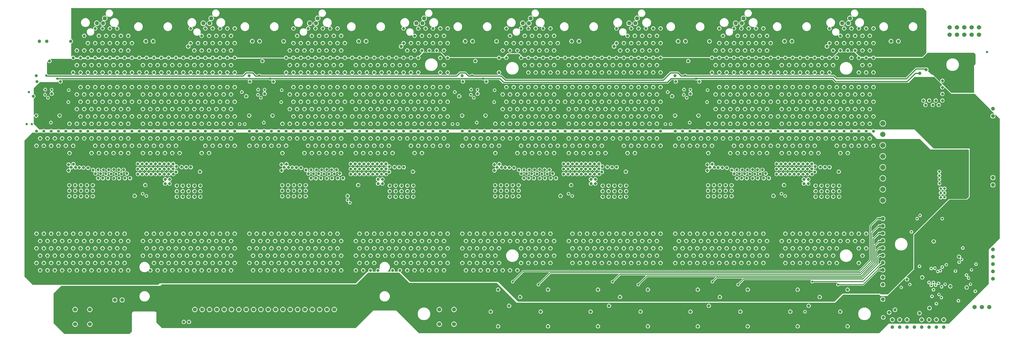
<source format=gbr>
G04 EAGLE Gerber RS-274X export*
G75*
%MOMM*%
%FSLAX34Y34*%
%LPD*%
%INCopper Layer 15*%
%IPPOS*%
%AMOC8*
5,1,8,0,0,1.08239X$1,22.5*%
G01*
%ADD10C,1.414800*%
%ADD11C,1.474800*%
%ADD12C,1.204800*%
%ADD13C,1.447800*%
%ADD14C,1.504800*%
%ADD15C,1.320800*%
%ADD16C,1.828800*%
%ADD17C,1.044800*%
%ADD18C,1.394800*%
%ADD19C,1.219200*%
%ADD20C,0.812800*%
%ADD21C,0.304800*%
%ADD22C,0.609600*%
%ADD23C,0.406400*%
%ADD24C,1.146403*%
%ADD25C,0.711200*%
%ADD26C,1.041400*%
%ADD27C,0.914400*%

G36*
X2816902Y118753D02*
X2816902Y118753D01*
X2816944Y118751D01*
X2817011Y118773D01*
X2817081Y118785D01*
X2817117Y118807D01*
X2817158Y118820D01*
X2817231Y118874D01*
X2817274Y118900D01*
X2817287Y118916D01*
X2817308Y118932D01*
X2845063Y146686D01*
X2974077Y146686D01*
X2976432Y144332D01*
X2976466Y144307D01*
X2976495Y144276D01*
X2976558Y144244D01*
X2976616Y144203D01*
X2976657Y144193D01*
X2976695Y144173D01*
X2976784Y144160D01*
X2976833Y144148D01*
X2976854Y144150D01*
X2976880Y144146D01*
X3002280Y144146D01*
X3002322Y144153D01*
X3002364Y144151D01*
X3002431Y144173D01*
X3002501Y144185D01*
X3002537Y144207D01*
X3002578Y144220D01*
X3002651Y144274D01*
X3002694Y144300D01*
X3002707Y144316D01*
X3002728Y144332D01*
X3090358Y231962D01*
X3090383Y231996D01*
X3090414Y232025D01*
X3090446Y232088D01*
X3090487Y232146D01*
X3090497Y232187D01*
X3090517Y232225D01*
X3090530Y232314D01*
X3090543Y232363D01*
X3090540Y232384D01*
X3090544Y232410D01*
X3090544Y351527D01*
X3213363Y474346D01*
X3274060Y474346D01*
X3274102Y474353D01*
X3274144Y474351D01*
X3274211Y474373D01*
X3274281Y474385D01*
X3274317Y474407D01*
X3274358Y474420D01*
X3274431Y474474D01*
X3274474Y474500D01*
X3274487Y474516D01*
X3274508Y474532D01*
X3282128Y482152D01*
X3282153Y482186D01*
X3282184Y482215D01*
X3282216Y482278D01*
X3282257Y482336D01*
X3282267Y482377D01*
X3282287Y482415D01*
X3282300Y482504D01*
X3282313Y482553D01*
X3282310Y482574D01*
X3282314Y482600D01*
X3282314Y642620D01*
X3282307Y642662D01*
X3282309Y642704D01*
X3282287Y642771D01*
X3282275Y642841D01*
X3282253Y642877D01*
X3282240Y642918D01*
X3282203Y642968D01*
X3282200Y642975D01*
X3282188Y642988D01*
X3282186Y642991D01*
X3282160Y643034D01*
X3282144Y643047D01*
X3282128Y643068D01*
X3279080Y646116D01*
X3279046Y646141D01*
X3279017Y646172D01*
X3278954Y646204D01*
X3278896Y646245D01*
X3278855Y646255D01*
X3278817Y646275D01*
X3278728Y646288D01*
X3278679Y646301D01*
X3278658Y646298D01*
X3278632Y646302D01*
X3149355Y646302D01*
X3113472Y682184D01*
X3113438Y682209D01*
X3113409Y682240D01*
X3113346Y682272D01*
X3113288Y682313D01*
X3113247Y682323D01*
X3113209Y682343D01*
X3113120Y682356D01*
X3113071Y682369D01*
X3113050Y682366D01*
X3113024Y682370D01*
X2963427Y682370D01*
X2941768Y704028D01*
X2941734Y704053D01*
X2941705Y704084D01*
X2941642Y704116D01*
X2941584Y704157D01*
X2941543Y704167D01*
X2941505Y704187D01*
X2941416Y704200D01*
X2941367Y704213D01*
X2941346Y704210D01*
X2941320Y704214D01*
X2931754Y704214D01*
X2931713Y704207D01*
X2931670Y704209D01*
X2931603Y704187D01*
X2931534Y704175D01*
X2931497Y704153D01*
X2931457Y704140D01*
X2931384Y704086D01*
X2931340Y704060D01*
X2931327Y704044D01*
X2931306Y704028D01*
X2930943Y703665D01*
X2928282Y702563D01*
X2925402Y702563D01*
X2922741Y703665D01*
X2922378Y704028D01*
X2922343Y704053D01*
X2922314Y704084D01*
X2922252Y704116D01*
X2922194Y704157D01*
X2922153Y704167D01*
X2922115Y704187D01*
X2922025Y704200D01*
X2921977Y704213D01*
X2921956Y704210D01*
X2921930Y704214D01*
X2906354Y704214D01*
X2906313Y704207D01*
X2906270Y704209D01*
X2906203Y704187D01*
X2906134Y704175D01*
X2906097Y704153D01*
X2906057Y704140D01*
X2905984Y704086D01*
X2905940Y704060D01*
X2905927Y704044D01*
X2905906Y704028D01*
X2905543Y703665D01*
X2902882Y702563D01*
X2900002Y702563D01*
X2897341Y703665D01*
X2896978Y704028D01*
X2896943Y704053D01*
X2896914Y704084D01*
X2896852Y704116D01*
X2896794Y704157D01*
X2896753Y704167D01*
X2896715Y704187D01*
X2896625Y704200D01*
X2896577Y704213D01*
X2896556Y704210D01*
X2896530Y704214D01*
X2880954Y704214D01*
X2880913Y704207D01*
X2880870Y704209D01*
X2880803Y704187D01*
X2880734Y704175D01*
X2880697Y704153D01*
X2880657Y704140D01*
X2880584Y704086D01*
X2880540Y704060D01*
X2880527Y704044D01*
X2880506Y704028D01*
X2880143Y703665D01*
X2877482Y702563D01*
X2874602Y702563D01*
X2871941Y703665D01*
X2871578Y704028D01*
X2871543Y704053D01*
X2871514Y704084D01*
X2871452Y704116D01*
X2871394Y704157D01*
X2871353Y704167D01*
X2871315Y704187D01*
X2871225Y704200D01*
X2871177Y704213D01*
X2871156Y704210D01*
X2871130Y704214D01*
X2855554Y704214D01*
X2855513Y704207D01*
X2855470Y704209D01*
X2855403Y704187D01*
X2855334Y704175D01*
X2855297Y704153D01*
X2855257Y704140D01*
X2855184Y704086D01*
X2855140Y704060D01*
X2855127Y704044D01*
X2855106Y704028D01*
X2854743Y703665D01*
X2852082Y702563D01*
X2849202Y702563D01*
X2846541Y703665D01*
X2846178Y704028D01*
X2846143Y704053D01*
X2846114Y704084D01*
X2846052Y704116D01*
X2845994Y704157D01*
X2845953Y704167D01*
X2845915Y704187D01*
X2845825Y704200D01*
X2845777Y704213D01*
X2845756Y704210D01*
X2845730Y704214D01*
X2830154Y704214D01*
X2830113Y704207D01*
X2830070Y704209D01*
X2830003Y704187D01*
X2829934Y704175D01*
X2829897Y704153D01*
X2829857Y704140D01*
X2829784Y704086D01*
X2829740Y704060D01*
X2829727Y704044D01*
X2829706Y704028D01*
X2829343Y703665D01*
X2826682Y702563D01*
X2823802Y702563D01*
X2821141Y703665D01*
X2820778Y704028D01*
X2820743Y704053D01*
X2820714Y704084D01*
X2820652Y704116D01*
X2820594Y704157D01*
X2820553Y704167D01*
X2820515Y704187D01*
X2820425Y704200D01*
X2820377Y704213D01*
X2820356Y704210D01*
X2820330Y704214D01*
X2804754Y704214D01*
X2804713Y704207D01*
X2804670Y704209D01*
X2804603Y704187D01*
X2804534Y704175D01*
X2804497Y704153D01*
X2804457Y704140D01*
X2804384Y704086D01*
X2804340Y704060D01*
X2804327Y704044D01*
X2804306Y704028D01*
X2803943Y703665D01*
X2801282Y702563D01*
X2798402Y702563D01*
X2795741Y703665D01*
X2795378Y704028D01*
X2795343Y704053D01*
X2795314Y704084D01*
X2795252Y704116D01*
X2795194Y704157D01*
X2795153Y704167D01*
X2795115Y704187D01*
X2795025Y704200D01*
X2794977Y704213D01*
X2794956Y704210D01*
X2794930Y704214D01*
X2779354Y704214D01*
X2779313Y704207D01*
X2779270Y704209D01*
X2779203Y704187D01*
X2779134Y704175D01*
X2779097Y704153D01*
X2779057Y704140D01*
X2778984Y704086D01*
X2778940Y704060D01*
X2778927Y704044D01*
X2778906Y704028D01*
X2778543Y703665D01*
X2775882Y702563D01*
X2773002Y702563D01*
X2770341Y703665D01*
X2769978Y704028D01*
X2769943Y704053D01*
X2769914Y704084D01*
X2769852Y704116D01*
X2769794Y704157D01*
X2769753Y704167D01*
X2769715Y704187D01*
X2769625Y704200D01*
X2769577Y704213D01*
X2769556Y704210D01*
X2769530Y704214D01*
X2753954Y704214D01*
X2753913Y704207D01*
X2753870Y704209D01*
X2753803Y704187D01*
X2753734Y704175D01*
X2753697Y704153D01*
X2753657Y704140D01*
X2753584Y704086D01*
X2753540Y704060D01*
X2753527Y704044D01*
X2753506Y704028D01*
X2753143Y703665D01*
X2750482Y702563D01*
X2747602Y702563D01*
X2744941Y703665D01*
X2744578Y704028D01*
X2744543Y704053D01*
X2744514Y704084D01*
X2744452Y704116D01*
X2744394Y704157D01*
X2744353Y704167D01*
X2744315Y704187D01*
X2744225Y704200D01*
X2744177Y704213D01*
X2744156Y704210D01*
X2744130Y704214D01*
X2728554Y704214D01*
X2728513Y704207D01*
X2728470Y704209D01*
X2728403Y704187D01*
X2728334Y704175D01*
X2728297Y704153D01*
X2728257Y704140D01*
X2728184Y704086D01*
X2728140Y704060D01*
X2728127Y704044D01*
X2728106Y704028D01*
X2727743Y703665D01*
X2725082Y702563D01*
X2722202Y702563D01*
X2719541Y703665D01*
X2719178Y704028D01*
X2719143Y704053D01*
X2719114Y704084D01*
X2719052Y704116D01*
X2718994Y704157D01*
X2718953Y704167D01*
X2718915Y704187D01*
X2718825Y704200D01*
X2718777Y704213D01*
X2718756Y704210D01*
X2718730Y704214D01*
X2703154Y704214D01*
X2703113Y704207D01*
X2703070Y704209D01*
X2703003Y704187D01*
X2702934Y704175D01*
X2702897Y704153D01*
X2702857Y704140D01*
X2702784Y704086D01*
X2702740Y704060D01*
X2702727Y704044D01*
X2702706Y704028D01*
X2702343Y703665D01*
X2699682Y702563D01*
X2696802Y702563D01*
X2694141Y703665D01*
X2693778Y704028D01*
X2693743Y704053D01*
X2693714Y704084D01*
X2693652Y704116D01*
X2693594Y704157D01*
X2693553Y704167D01*
X2693515Y704187D01*
X2693425Y704200D01*
X2693377Y704213D01*
X2693356Y704210D01*
X2693330Y704214D01*
X2677754Y704214D01*
X2677713Y704207D01*
X2677670Y704209D01*
X2677603Y704187D01*
X2677534Y704175D01*
X2677497Y704153D01*
X2677457Y704140D01*
X2677384Y704086D01*
X2677340Y704060D01*
X2677327Y704044D01*
X2677306Y704028D01*
X2676943Y703665D01*
X2674282Y702563D01*
X2671402Y702563D01*
X2668741Y703665D01*
X2668378Y704028D01*
X2668343Y704053D01*
X2668314Y704084D01*
X2668252Y704116D01*
X2668194Y704157D01*
X2668153Y704167D01*
X2668115Y704187D01*
X2668025Y704200D01*
X2667977Y704213D01*
X2667956Y704210D01*
X2667930Y704214D01*
X2652354Y704214D01*
X2652313Y704207D01*
X2652270Y704209D01*
X2652203Y704187D01*
X2652134Y704175D01*
X2652097Y704153D01*
X2652057Y704140D01*
X2651984Y704086D01*
X2651940Y704060D01*
X2651927Y704044D01*
X2651906Y704028D01*
X2651543Y703665D01*
X2648882Y702563D01*
X2646002Y702563D01*
X2643341Y703665D01*
X2642978Y704028D01*
X2642943Y704053D01*
X2642914Y704084D01*
X2642852Y704116D01*
X2642794Y704157D01*
X2642753Y704167D01*
X2642715Y704187D01*
X2642625Y704200D01*
X2642577Y704213D01*
X2642556Y704210D01*
X2642530Y704214D01*
X2626954Y704214D01*
X2626913Y704207D01*
X2626870Y704209D01*
X2626803Y704187D01*
X2626734Y704175D01*
X2626697Y704153D01*
X2626657Y704140D01*
X2626584Y704086D01*
X2626540Y704060D01*
X2626527Y704044D01*
X2626506Y704028D01*
X2626143Y703665D01*
X2623482Y702563D01*
X2620602Y702563D01*
X2617941Y703665D01*
X2617578Y704028D01*
X2617543Y704053D01*
X2617514Y704084D01*
X2617452Y704116D01*
X2617394Y704157D01*
X2617353Y704167D01*
X2617315Y704187D01*
X2617225Y704200D01*
X2617177Y704213D01*
X2617156Y704210D01*
X2617130Y704214D01*
X2601554Y704214D01*
X2601513Y704207D01*
X2601470Y704209D01*
X2601403Y704187D01*
X2601334Y704175D01*
X2601297Y704153D01*
X2601257Y704140D01*
X2601184Y704086D01*
X2601140Y704060D01*
X2601127Y704044D01*
X2601106Y704028D01*
X2600743Y703665D01*
X2598082Y702563D01*
X2595202Y702563D01*
X2592541Y703665D01*
X2592178Y704028D01*
X2592143Y704053D01*
X2592114Y704084D01*
X2592052Y704116D01*
X2591994Y704157D01*
X2591953Y704167D01*
X2591915Y704187D01*
X2591825Y704200D01*
X2591777Y704213D01*
X2591756Y704210D01*
X2591730Y704214D01*
X2576154Y704214D01*
X2576113Y704207D01*
X2576070Y704209D01*
X2576003Y704187D01*
X2575934Y704175D01*
X2575897Y704153D01*
X2575857Y704140D01*
X2575784Y704086D01*
X2575740Y704060D01*
X2575727Y704044D01*
X2575706Y704028D01*
X2575343Y703665D01*
X2572682Y702563D01*
X2569802Y702563D01*
X2567141Y703665D01*
X2566778Y704028D01*
X2566743Y704053D01*
X2566714Y704084D01*
X2566652Y704116D01*
X2566594Y704157D01*
X2566553Y704167D01*
X2566515Y704187D01*
X2566425Y704200D01*
X2566377Y704213D01*
X2566356Y704210D01*
X2566330Y704214D01*
X2550754Y704214D01*
X2550713Y704207D01*
X2550670Y704209D01*
X2550603Y704187D01*
X2550534Y704175D01*
X2550497Y704153D01*
X2550457Y704140D01*
X2550384Y704086D01*
X2550340Y704060D01*
X2550327Y704044D01*
X2550306Y704028D01*
X2549943Y703665D01*
X2547282Y702563D01*
X2544402Y702563D01*
X2541741Y703665D01*
X2541378Y704028D01*
X2541343Y704053D01*
X2541314Y704084D01*
X2541252Y704116D01*
X2541194Y704157D01*
X2541153Y704167D01*
X2541115Y704187D01*
X2541025Y704200D01*
X2540977Y704213D01*
X2540956Y704210D01*
X2540930Y704214D01*
X2525354Y704214D01*
X2525313Y704207D01*
X2525270Y704209D01*
X2525203Y704187D01*
X2525134Y704175D01*
X2525097Y704153D01*
X2525057Y704140D01*
X2524984Y704086D01*
X2524940Y704060D01*
X2524927Y704044D01*
X2524906Y704028D01*
X2524543Y703665D01*
X2521882Y702563D01*
X2519002Y702563D01*
X2516341Y703665D01*
X2515978Y704028D01*
X2515943Y704053D01*
X2515914Y704084D01*
X2515852Y704116D01*
X2515794Y704157D01*
X2515753Y704167D01*
X2515715Y704187D01*
X2515625Y704200D01*
X2515577Y704213D01*
X2515556Y704210D01*
X2515530Y704214D01*
X2499954Y704214D01*
X2499913Y704207D01*
X2499870Y704209D01*
X2499803Y704187D01*
X2499734Y704175D01*
X2499697Y704153D01*
X2499657Y704140D01*
X2499584Y704086D01*
X2499540Y704060D01*
X2499527Y704044D01*
X2499506Y704028D01*
X2499143Y703665D01*
X2496482Y702563D01*
X2493602Y702563D01*
X2490941Y703665D01*
X2490578Y704028D01*
X2490543Y704053D01*
X2490514Y704084D01*
X2490452Y704116D01*
X2490394Y704157D01*
X2490353Y704167D01*
X2490315Y704187D01*
X2490225Y704200D01*
X2490177Y704213D01*
X2490156Y704210D01*
X2490130Y704214D01*
X2474554Y704214D01*
X2474513Y704207D01*
X2474470Y704209D01*
X2474403Y704187D01*
X2474334Y704175D01*
X2474297Y704153D01*
X2474257Y704140D01*
X2474184Y704086D01*
X2474140Y704060D01*
X2474127Y704044D01*
X2474106Y704028D01*
X2473743Y703665D01*
X2471082Y702563D01*
X2468202Y702563D01*
X2465541Y703665D01*
X2465178Y704028D01*
X2465143Y704053D01*
X2465114Y704084D01*
X2465052Y704116D01*
X2464994Y704157D01*
X2464953Y704167D01*
X2464915Y704187D01*
X2464825Y704200D01*
X2464777Y704213D01*
X2464756Y704210D01*
X2464730Y704214D01*
X2449154Y704214D01*
X2449113Y704207D01*
X2449070Y704209D01*
X2449003Y704187D01*
X2448934Y704175D01*
X2448897Y704153D01*
X2448857Y704140D01*
X2448784Y704086D01*
X2448740Y704060D01*
X2448727Y704044D01*
X2448706Y704028D01*
X2448343Y703665D01*
X2445682Y702563D01*
X2442802Y702563D01*
X2440141Y703665D01*
X2439778Y704028D01*
X2439743Y704053D01*
X2439714Y704084D01*
X2439652Y704116D01*
X2439594Y704157D01*
X2439553Y704167D01*
X2439515Y704187D01*
X2439425Y704200D01*
X2439377Y704213D01*
X2439356Y704210D01*
X2439330Y704214D01*
X2423754Y704214D01*
X2423713Y704207D01*
X2423670Y704209D01*
X2423603Y704187D01*
X2423534Y704175D01*
X2423497Y704153D01*
X2423457Y704140D01*
X2423384Y704086D01*
X2423340Y704060D01*
X2423327Y704044D01*
X2423306Y704028D01*
X2422943Y703665D01*
X2420282Y702563D01*
X2417402Y702563D01*
X2414741Y703665D01*
X2414378Y704028D01*
X2414343Y704053D01*
X2414314Y704084D01*
X2414252Y704116D01*
X2414194Y704157D01*
X2414153Y704167D01*
X2414115Y704187D01*
X2414025Y704200D01*
X2413977Y704213D01*
X2413956Y704210D01*
X2413930Y704214D01*
X2398354Y704214D01*
X2398313Y704207D01*
X2398270Y704209D01*
X2398203Y704187D01*
X2398134Y704175D01*
X2398097Y704153D01*
X2398057Y704140D01*
X2397984Y704086D01*
X2397940Y704060D01*
X2397927Y704044D01*
X2397906Y704028D01*
X2397543Y703665D01*
X2394882Y702563D01*
X2392002Y702563D01*
X2389341Y703665D01*
X2388978Y704028D01*
X2388943Y704053D01*
X2388914Y704084D01*
X2388852Y704116D01*
X2388794Y704157D01*
X2388753Y704167D01*
X2388715Y704187D01*
X2388625Y704200D01*
X2388577Y704213D01*
X2388556Y704210D01*
X2388530Y704214D01*
X2372954Y704214D01*
X2372913Y704207D01*
X2372870Y704209D01*
X2372803Y704187D01*
X2372734Y704175D01*
X2372697Y704153D01*
X2372657Y704140D01*
X2372584Y704086D01*
X2372540Y704060D01*
X2372527Y704044D01*
X2372506Y704028D01*
X2372143Y703665D01*
X2369482Y702563D01*
X2366602Y702563D01*
X2363941Y703665D01*
X2363578Y704028D01*
X2363543Y704053D01*
X2363514Y704084D01*
X2363452Y704116D01*
X2363394Y704157D01*
X2363353Y704167D01*
X2363315Y704187D01*
X2363225Y704200D01*
X2363177Y704213D01*
X2363156Y704210D01*
X2363130Y704214D01*
X2347554Y704214D01*
X2347513Y704207D01*
X2347470Y704209D01*
X2347403Y704187D01*
X2347334Y704175D01*
X2347297Y704153D01*
X2347257Y704140D01*
X2347184Y704086D01*
X2347140Y704060D01*
X2347127Y704044D01*
X2347106Y704028D01*
X2346743Y703665D01*
X2344082Y702563D01*
X2341202Y702563D01*
X2338541Y703665D01*
X2338178Y704028D01*
X2338143Y704053D01*
X2338114Y704084D01*
X2338052Y704116D01*
X2337994Y704157D01*
X2337953Y704167D01*
X2337915Y704187D01*
X2337825Y704200D01*
X2337777Y704213D01*
X2337756Y704210D01*
X2337730Y704214D01*
X2322154Y704214D01*
X2322113Y704207D01*
X2322070Y704209D01*
X2322003Y704187D01*
X2321934Y704175D01*
X2321897Y704153D01*
X2321857Y704140D01*
X2321784Y704086D01*
X2321740Y704060D01*
X2321727Y704044D01*
X2321706Y704028D01*
X2321343Y703665D01*
X2318682Y702563D01*
X2315802Y702563D01*
X2313141Y703665D01*
X2312778Y704028D01*
X2312743Y704053D01*
X2312714Y704084D01*
X2312652Y704116D01*
X2312594Y704157D01*
X2312553Y704167D01*
X2312515Y704187D01*
X2312425Y704200D01*
X2312377Y704213D01*
X2312356Y704210D01*
X2312330Y704214D01*
X2296754Y704214D01*
X2296713Y704207D01*
X2296670Y704209D01*
X2296603Y704187D01*
X2296534Y704175D01*
X2296497Y704153D01*
X2296457Y704140D01*
X2296384Y704086D01*
X2296340Y704060D01*
X2296327Y704044D01*
X2296306Y704028D01*
X2295943Y703665D01*
X2293282Y702563D01*
X2290402Y702563D01*
X2287741Y703665D01*
X2287378Y704028D01*
X2287343Y704053D01*
X2287314Y704084D01*
X2287252Y704116D01*
X2287194Y704157D01*
X2287153Y704167D01*
X2287115Y704187D01*
X2287025Y704200D01*
X2286977Y704213D01*
X2286956Y704210D01*
X2286930Y704214D01*
X2271354Y704214D01*
X2271313Y704207D01*
X2271270Y704209D01*
X2271203Y704187D01*
X2271134Y704175D01*
X2271097Y704153D01*
X2271057Y704140D01*
X2270984Y704086D01*
X2270940Y704060D01*
X2270927Y704044D01*
X2270906Y704028D01*
X2270543Y703665D01*
X2267882Y702563D01*
X2265002Y702563D01*
X2262341Y703665D01*
X2261978Y704028D01*
X2261943Y704053D01*
X2261914Y704084D01*
X2261852Y704116D01*
X2261794Y704157D01*
X2261753Y704167D01*
X2261715Y704187D01*
X2261625Y704200D01*
X2261577Y704213D01*
X2261556Y704210D01*
X2261530Y704214D01*
X2220554Y704214D01*
X2220513Y704207D01*
X2220470Y704209D01*
X2220403Y704187D01*
X2220334Y704175D01*
X2220297Y704153D01*
X2220257Y704140D01*
X2220184Y704086D01*
X2220140Y704060D01*
X2220127Y704044D01*
X2220106Y704028D01*
X2219743Y703665D01*
X2217082Y702563D01*
X2214202Y702563D01*
X2211541Y703665D01*
X2211178Y704028D01*
X2211143Y704053D01*
X2211114Y704084D01*
X2211052Y704116D01*
X2210994Y704157D01*
X2210953Y704167D01*
X2210915Y704187D01*
X2210825Y704200D01*
X2210777Y704213D01*
X2210756Y704210D01*
X2210730Y704214D01*
X2195154Y704214D01*
X2195113Y704207D01*
X2195070Y704209D01*
X2195003Y704187D01*
X2194934Y704175D01*
X2194897Y704153D01*
X2194857Y704140D01*
X2194784Y704086D01*
X2194740Y704060D01*
X2194727Y704044D01*
X2194706Y704028D01*
X2194343Y703665D01*
X2191682Y702563D01*
X2188802Y702563D01*
X2186141Y703665D01*
X2185778Y704028D01*
X2185743Y704053D01*
X2185714Y704084D01*
X2185652Y704116D01*
X2185594Y704157D01*
X2185553Y704167D01*
X2185515Y704187D01*
X2185425Y704200D01*
X2185377Y704213D01*
X2185356Y704210D01*
X2185330Y704214D01*
X2169754Y704214D01*
X2169713Y704207D01*
X2169670Y704209D01*
X2169603Y704187D01*
X2169534Y704175D01*
X2169497Y704153D01*
X2169457Y704140D01*
X2169384Y704086D01*
X2169340Y704060D01*
X2169327Y704044D01*
X2169306Y704028D01*
X2168943Y703665D01*
X2166282Y702563D01*
X2163402Y702563D01*
X2160741Y703665D01*
X2160378Y704028D01*
X2160343Y704053D01*
X2160314Y704084D01*
X2160252Y704116D01*
X2160194Y704157D01*
X2160153Y704167D01*
X2160115Y704187D01*
X2160025Y704200D01*
X2159977Y704213D01*
X2159956Y704210D01*
X2159930Y704214D01*
X2144354Y704214D01*
X2144313Y704207D01*
X2144270Y704209D01*
X2144203Y704187D01*
X2144134Y704175D01*
X2144097Y704153D01*
X2144057Y704140D01*
X2143984Y704086D01*
X2143940Y704060D01*
X2143927Y704044D01*
X2143906Y704028D01*
X2143543Y703665D01*
X2140882Y702563D01*
X2138002Y702563D01*
X2135341Y703665D01*
X2134978Y704028D01*
X2134943Y704053D01*
X2134914Y704084D01*
X2134852Y704116D01*
X2134794Y704157D01*
X2134753Y704167D01*
X2134715Y704187D01*
X2134625Y704200D01*
X2134577Y704213D01*
X2134556Y704210D01*
X2134530Y704214D01*
X2118954Y704214D01*
X2118913Y704207D01*
X2118870Y704209D01*
X2118803Y704187D01*
X2118734Y704175D01*
X2118697Y704153D01*
X2118657Y704140D01*
X2118584Y704086D01*
X2118540Y704060D01*
X2118527Y704044D01*
X2118506Y704028D01*
X2118143Y703665D01*
X2115482Y702563D01*
X2112602Y702563D01*
X2109941Y703665D01*
X2109578Y704028D01*
X2109543Y704053D01*
X2109514Y704084D01*
X2109452Y704116D01*
X2109394Y704157D01*
X2109353Y704167D01*
X2109315Y704187D01*
X2109225Y704200D01*
X2109177Y704213D01*
X2109156Y704210D01*
X2109130Y704214D01*
X2093554Y704214D01*
X2093513Y704207D01*
X2093470Y704209D01*
X2093403Y704187D01*
X2093334Y704175D01*
X2093297Y704153D01*
X2093257Y704140D01*
X2093184Y704086D01*
X2093140Y704060D01*
X2093127Y704044D01*
X2093106Y704028D01*
X2092743Y703665D01*
X2090082Y702563D01*
X2087202Y702563D01*
X2084541Y703665D01*
X2084178Y704028D01*
X2084143Y704053D01*
X2084114Y704084D01*
X2084052Y704116D01*
X2083994Y704157D01*
X2083953Y704167D01*
X2083915Y704187D01*
X2083825Y704200D01*
X2083777Y704213D01*
X2083756Y704210D01*
X2083730Y704214D01*
X2068154Y704214D01*
X2068113Y704207D01*
X2068070Y704209D01*
X2068003Y704187D01*
X2067934Y704175D01*
X2067897Y704153D01*
X2067857Y704140D01*
X2067784Y704086D01*
X2067740Y704060D01*
X2067727Y704044D01*
X2067706Y704028D01*
X2067343Y703665D01*
X2064682Y702563D01*
X2061802Y702563D01*
X2059141Y703665D01*
X2058778Y704028D01*
X2058743Y704053D01*
X2058714Y704084D01*
X2058652Y704116D01*
X2058594Y704157D01*
X2058553Y704167D01*
X2058515Y704187D01*
X2058425Y704200D01*
X2058377Y704213D01*
X2058356Y704210D01*
X2058330Y704214D01*
X2042754Y704214D01*
X2042713Y704207D01*
X2042670Y704209D01*
X2042603Y704187D01*
X2042534Y704175D01*
X2042497Y704153D01*
X2042457Y704140D01*
X2042384Y704086D01*
X2042340Y704060D01*
X2042327Y704044D01*
X2042306Y704028D01*
X2041943Y703665D01*
X2039282Y702563D01*
X2036402Y702563D01*
X2033741Y703665D01*
X2033378Y704028D01*
X2033343Y704053D01*
X2033314Y704084D01*
X2033252Y704116D01*
X2033194Y704157D01*
X2033153Y704167D01*
X2033115Y704187D01*
X2033025Y704200D01*
X2032977Y704213D01*
X2032956Y704210D01*
X2032930Y704214D01*
X2017354Y704214D01*
X2017313Y704207D01*
X2017270Y704209D01*
X2017203Y704187D01*
X2017134Y704175D01*
X2017097Y704153D01*
X2017057Y704140D01*
X2016984Y704086D01*
X2016940Y704060D01*
X2016927Y704044D01*
X2016906Y704028D01*
X2016543Y703665D01*
X2013882Y702563D01*
X2011002Y702563D01*
X2008341Y703665D01*
X2007978Y704028D01*
X2007943Y704053D01*
X2007914Y704084D01*
X2007852Y704116D01*
X2007794Y704157D01*
X2007753Y704167D01*
X2007715Y704187D01*
X2007625Y704200D01*
X2007577Y704213D01*
X2007556Y704210D01*
X2007530Y704214D01*
X1991954Y704214D01*
X1991913Y704207D01*
X1991870Y704209D01*
X1991803Y704187D01*
X1991734Y704175D01*
X1991697Y704153D01*
X1991657Y704140D01*
X1991584Y704086D01*
X1991540Y704060D01*
X1991527Y704044D01*
X1991506Y704028D01*
X1991143Y703665D01*
X1988482Y702563D01*
X1985602Y702563D01*
X1982941Y703665D01*
X1982578Y704028D01*
X1982543Y704053D01*
X1982514Y704084D01*
X1982452Y704116D01*
X1982394Y704157D01*
X1982353Y704167D01*
X1982315Y704187D01*
X1982225Y704200D01*
X1982177Y704213D01*
X1982156Y704210D01*
X1982130Y704214D01*
X1966554Y704214D01*
X1966513Y704207D01*
X1966470Y704209D01*
X1966403Y704187D01*
X1966334Y704175D01*
X1966297Y704153D01*
X1966257Y704140D01*
X1966184Y704086D01*
X1966140Y704060D01*
X1966127Y704044D01*
X1966106Y704028D01*
X1965743Y703665D01*
X1963082Y702563D01*
X1960202Y702563D01*
X1957541Y703665D01*
X1957178Y704028D01*
X1957143Y704053D01*
X1957114Y704084D01*
X1957052Y704116D01*
X1956994Y704157D01*
X1956953Y704167D01*
X1956915Y704187D01*
X1956825Y704200D01*
X1956777Y704213D01*
X1956756Y704210D01*
X1956730Y704214D01*
X1941154Y704214D01*
X1941113Y704207D01*
X1941070Y704209D01*
X1941003Y704187D01*
X1940934Y704175D01*
X1940897Y704153D01*
X1940857Y704140D01*
X1940784Y704086D01*
X1940740Y704060D01*
X1940727Y704044D01*
X1940706Y704028D01*
X1940343Y703665D01*
X1937682Y702563D01*
X1934802Y702563D01*
X1932141Y703665D01*
X1931778Y704028D01*
X1931743Y704053D01*
X1931714Y704084D01*
X1931652Y704116D01*
X1931594Y704157D01*
X1931553Y704167D01*
X1931515Y704187D01*
X1931425Y704200D01*
X1931377Y704213D01*
X1931356Y704210D01*
X1931330Y704214D01*
X1915754Y704214D01*
X1915713Y704207D01*
X1915670Y704209D01*
X1915603Y704187D01*
X1915534Y704175D01*
X1915497Y704153D01*
X1915457Y704140D01*
X1915384Y704086D01*
X1915340Y704060D01*
X1915327Y704044D01*
X1915306Y704028D01*
X1914943Y703665D01*
X1912282Y702563D01*
X1909402Y702563D01*
X1906741Y703665D01*
X1906378Y704028D01*
X1906343Y704053D01*
X1906314Y704084D01*
X1906252Y704116D01*
X1906194Y704157D01*
X1906153Y704167D01*
X1906115Y704187D01*
X1906025Y704200D01*
X1905977Y704213D01*
X1905956Y704210D01*
X1905930Y704214D01*
X1890354Y704214D01*
X1890313Y704207D01*
X1890270Y704209D01*
X1890203Y704187D01*
X1890134Y704175D01*
X1890097Y704153D01*
X1890057Y704140D01*
X1889984Y704086D01*
X1889940Y704060D01*
X1889927Y704044D01*
X1889906Y704028D01*
X1889543Y703665D01*
X1886882Y702563D01*
X1884002Y702563D01*
X1881341Y703665D01*
X1880978Y704028D01*
X1880943Y704053D01*
X1880914Y704084D01*
X1880852Y704116D01*
X1880794Y704157D01*
X1880753Y704167D01*
X1880715Y704187D01*
X1880625Y704200D01*
X1880577Y704213D01*
X1880556Y704210D01*
X1880530Y704214D01*
X1864954Y704214D01*
X1864913Y704207D01*
X1864870Y704209D01*
X1864803Y704187D01*
X1864734Y704175D01*
X1864697Y704153D01*
X1864657Y704140D01*
X1864584Y704086D01*
X1864540Y704060D01*
X1864527Y704044D01*
X1864506Y704028D01*
X1864143Y703665D01*
X1861482Y702563D01*
X1858602Y702563D01*
X1855941Y703665D01*
X1855578Y704028D01*
X1855543Y704053D01*
X1855514Y704084D01*
X1855452Y704116D01*
X1855394Y704157D01*
X1855353Y704167D01*
X1855315Y704187D01*
X1855225Y704200D01*
X1855177Y704213D01*
X1855156Y704210D01*
X1855130Y704214D01*
X1839554Y704214D01*
X1839513Y704207D01*
X1839470Y704209D01*
X1839403Y704187D01*
X1839334Y704175D01*
X1839297Y704153D01*
X1839257Y704140D01*
X1839184Y704086D01*
X1839140Y704060D01*
X1839127Y704044D01*
X1839106Y704028D01*
X1838743Y703665D01*
X1836082Y702563D01*
X1833202Y702563D01*
X1830541Y703665D01*
X1830178Y704028D01*
X1830143Y704053D01*
X1830114Y704084D01*
X1830052Y704116D01*
X1829994Y704157D01*
X1829953Y704167D01*
X1829915Y704187D01*
X1829825Y704200D01*
X1829777Y704213D01*
X1829756Y704210D01*
X1829730Y704214D01*
X1814154Y704214D01*
X1814113Y704207D01*
X1814070Y704209D01*
X1814003Y704187D01*
X1813934Y704175D01*
X1813897Y704153D01*
X1813857Y704140D01*
X1813784Y704086D01*
X1813740Y704060D01*
X1813727Y704044D01*
X1813706Y704028D01*
X1813343Y703665D01*
X1810682Y702563D01*
X1807802Y702563D01*
X1805141Y703665D01*
X1804778Y704028D01*
X1804743Y704053D01*
X1804714Y704084D01*
X1804652Y704116D01*
X1804594Y704157D01*
X1804553Y704167D01*
X1804515Y704187D01*
X1804425Y704200D01*
X1804377Y704213D01*
X1804356Y704210D01*
X1804330Y704214D01*
X1788754Y704214D01*
X1788713Y704207D01*
X1788670Y704209D01*
X1788603Y704187D01*
X1788534Y704175D01*
X1788497Y704153D01*
X1788457Y704140D01*
X1788384Y704086D01*
X1788340Y704060D01*
X1788327Y704044D01*
X1788306Y704028D01*
X1787943Y703665D01*
X1785282Y702563D01*
X1782402Y702563D01*
X1779741Y703665D01*
X1779378Y704028D01*
X1779343Y704053D01*
X1779314Y704084D01*
X1779252Y704116D01*
X1779194Y704157D01*
X1779153Y704167D01*
X1779115Y704187D01*
X1779025Y704200D01*
X1778977Y704213D01*
X1778956Y704210D01*
X1778930Y704214D01*
X1763354Y704214D01*
X1763313Y704207D01*
X1763270Y704209D01*
X1763203Y704187D01*
X1763134Y704175D01*
X1763097Y704153D01*
X1763057Y704140D01*
X1762984Y704086D01*
X1762940Y704060D01*
X1762927Y704044D01*
X1762906Y704028D01*
X1762543Y703665D01*
X1759882Y702563D01*
X1757002Y702563D01*
X1754341Y703665D01*
X1753978Y704028D01*
X1753943Y704053D01*
X1753914Y704084D01*
X1753852Y704116D01*
X1753794Y704157D01*
X1753753Y704167D01*
X1753715Y704187D01*
X1753625Y704200D01*
X1753577Y704213D01*
X1753556Y704210D01*
X1753530Y704214D01*
X1737954Y704214D01*
X1737913Y704207D01*
X1737870Y704209D01*
X1737803Y704187D01*
X1737734Y704175D01*
X1737697Y704153D01*
X1737657Y704140D01*
X1737584Y704086D01*
X1737540Y704060D01*
X1737527Y704044D01*
X1737506Y704028D01*
X1737143Y703665D01*
X1734482Y702563D01*
X1731602Y702563D01*
X1728941Y703665D01*
X1728578Y704028D01*
X1728543Y704053D01*
X1728514Y704084D01*
X1728452Y704116D01*
X1728394Y704157D01*
X1728353Y704167D01*
X1728315Y704187D01*
X1728225Y704200D01*
X1728177Y704213D01*
X1728156Y704210D01*
X1728130Y704214D01*
X1712554Y704214D01*
X1712513Y704207D01*
X1712470Y704209D01*
X1712403Y704187D01*
X1712334Y704175D01*
X1712297Y704153D01*
X1712257Y704140D01*
X1712184Y704086D01*
X1712140Y704060D01*
X1712127Y704044D01*
X1712106Y704028D01*
X1711743Y703665D01*
X1709082Y702563D01*
X1706202Y702563D01*
X1703541Y703665D01*
X1703178Y704028D01*
X1703143Y704053D01*
X1703114Y704084D01*
X1703052Y704116D01*
X1702994Y704157D01*
X1702953Y704167D01*
X1702915Y704187D01*
X1702825Y704200D01*
X1702777Y704213D01*
X1702756Y704210D01*
X1702730Y704214D01*
X1687154Y704214D01*
X1687113Y704207D01*
X1687070Y704209D01*
X1687003Y704187D01*
X1686934Y704175D01*
X1686897Y704153D01*
X1686857Y704140D01*
X1686784Y704086D01*
X1686740Y704060D01*
X1686727Y704044D01*
X1686706Y704028D01*
X1686343Y703665D01*
X1683682Y702563D01*
X1680802Y702563D01*
X1678141Y703665D01*
X1677778Y704028D01*
X1677743Y704053D01*
X1677714Y704084D01*
X1677652Y704116D01*
X1677594Y704157D01*
X1677553Y704167D01*
X1677515Y704187D01*
X1677425Y704200D01*
X1677377Y704213D01*
X1677356Y704210D01*
X1677330Y704214D01*
X1661754Y704214D01*
X1661713Y704207D01*
X1661670Y704209D01*
X1661603Y704187D01*
X1661534Y704175D01*
X1661497Y704153D01*
X1661457Y704140D01*
X1661384Y704086D01*
X1661340Y704060D01*
X1661327Y704044D01*
X1661306Y704028D01*
X1660943Y703665D01*
X1658282Y702563D01*
X1655402Y702563D01*
X1652741Y703665D01*
X1652378Y704028D01*
X1652343Y704053D01*
X1652314Y704084D01*
X1652252Y704116D01*
X1652194Y704157D01*
X1652153Y704167D01*
X1652115Y704187D01*
X1652025Y704200D01*
X1651977Y704213D01*
X1651956Y704210D01*
X1651930Y704214D01*
X1636354Y704214D01*
X1636313Y704207D01*
X1636270Y704209D01*
X1636203Y704187D01*
X1636134Y704175D01*
X1636097Y704153D01*
X1636057Y704140D01*
X1635984Y704086D01*
X1635940Y704060D01*
X1635927Y704044D01*
X1635906Y704028D01*
X1635543Y703665D01*
X1632882Y702563D01*
X1630002Y702563D01*
X1627341Y703665D01*
X1626978Y704028D01*
X1626943Y704053D01*
X1626914Y704084D01*
X1626852Y704116D01*
X1626794Y704157D01*
X1626753Y704167D01*
X1626715Y704187D01*
X1626625Y704200D01*
X1626577Y704213D01*
X1626556Y704210D01*
X1626530Y704214D01*
X1610954Y704214D01*
X1610913Y704207D01*
X1610870Y704209D01*
X1610803Y704187D01*
X1610734Y704175D01*
X1610697Y704153D01*
X1610657Y704140D01*
X1610584Y704086D01*
X1610540Y704060D01*
X1610527Y704044D01*
X1610506Y704028D01*
X1610143Y703665D01*
X1607482Y702563D01*
X1604602Y702563D01*
X1601941Y703665D01*
X1601578Y704028D01*
X1601543Y704053D01*
X1601514Y704084D01*
X1601452Y704116D01*
X1601394Y704157D01*
X1601353Y704167D01*
X1601315Y704187D01*
X1601225Y704200D01*
X1601177Y704213D01*
X1601156Y704210D01*
X1601130Y704214D01*
X1585554Y704214D01*
X1585513Y704207D01*
X1585470Y704209D01*
X1585403Y704187D01*
X1585334Y704175D01*
X1585297Y704153D01*
X1585257Y704140D01*
X1585184Y704086D01*
X1585140Y704060D01*
X1585127Y704044D01*
X1585106Y704028D01*
X1584743Y703665D01*
X1582082Y702563D01*
X1579202Y702563D01*
X1576541Y703665D01*
X1576178Y704028D01*
X1576143Y704053D01*
X1576114Y704084D01*
X1576052Y704116D01*
X1575994Y704157D01*
X1575953Y704167D01*
X1575915Y704187D01*
X1575825Y704200D01*
X1575777Y704213D01*
X1575756Y704210D01*
X1575730Y704214D01*
X1560154Y704214D01*
X1560113Y704207D01*
X1560070Y704209D01*
X1560003Y704187D01*
X1559934Y704175D01*
X1559897Y704153D01*
X1559857Y704140D01*
X1559784Y704086D01*
X1559740Y704060D01*
X1559727Y704044D01*
X1559706Y704028D01*
X1559343Y703665D01*
X1556682Y702563D01*
X1553802Y702563D01*
X1551141Y703665D01*
X1550778Y704028D01*
X1550743Y704053D01*
X1550714Y704084D01*
X1550652Y704116D01*
X1550594Y704157D01*
X1550553Y704167D01*
X1550515Y704187D01*
X1550425Y704200D01*
X1550377Y704213D01*
X1550356Y704210D01*
X1550330Y704214D01*
X1534754Y704214D01*
X1534713Y704207D01*
X1534670Y704209D01*
X1534603Y704187D01*
X1534534Y704175D01*
X1534497Y704153D01*
X1534457Y704140D01*
X1534384Y704086D01*
X1534340Y704060D01*
X1534327Y704044D01*
X1534306Y704028D01*
X1533943Y703665D01*
X1531282Y702563D01*
X1528402Y702563D01*
X1525741Y703665D01*
X1525378Y704028D01*
X1525343Y704053D01*
X1525314Y704084D01*
X1525252Y704116D01*
X1525194Y704157D01*
X1525153Y704167D01*
X1525115Y704187D01*
X1525025Y704200D01*
X1524977Y704213D01*
X1524956Y704210D01*
X1524930Y704214D01*
X1483954Y704214D01*
X1483913Y704207D01*
X1483870Y704209D01*
X1483803Y704187D01*
X1483734Y704175D01*
X1483697Y704153D01*
X1483657Y704140D01*
X1483584Y704086D01*
X1483540Y704060D01*
X1483527Y704044D01*
X1483506Y704028D01*
X1483143Y703665D01*
X1480482Y702563D01*
X1477602Y702563D01*
X1474941Y703665D01*
X1474578Y704028D01*
X1474543Y704053D01*
X1474514Y704084D01*
X1474452Y704116D01*
X1474394Y704157D01*
X1474353Y704167D01*
X1474315Y704187D01*
X1474225Y704200D01*
X1474177Y704213D01*
X1474156Y704210D01*
X1474130Y704214D01*
X1458554Y704214D01*
X1458513Y704207D01*
X1458470Y704209D01*
X1458403Y704187D01*
X1458334Y704175D01*
X1458297Y704153D01*
X1458257Y704140D01*
X1458184Y704086D01*
X1458140Y704060D01*
X1458127Y704044D01*
X1458106Y704028D01*
X1457743Y703665D01*
X1455082Y702563D01*
X1452202Y702563D01*
X1449541Y703665D01*
X1449178Y704028D01*
X1449143Y704053D01*
X1449114Y704084D01*
X1449052Y704116D01*
X1448994Y704157D01*
X1448953Y704167D01*
X1448915Y704187D01*
X1448825Y704200D01*
X1448777Y704213D01*
X1448756Y704210D01*
X1448730Y704214D01*
X1433154Y704214D01*
X1433113Y704207D01*
X1433070Y704209D01*
X1433003Y704187D01*
X1432934Y704175D01*
X1432897Y704153D01*
X1432857Y704140D01*
X1432784Y704086D01*
X1432740Y704060D01*
X1432727Y704044D01*
X1432706Y704028D01*
X1432343Y703665D01*
X1429682Y702563D01*
X1426802Y702563D01*
X1424141Y703665D01*
X1423778Y704028D01*
X1423743Y704053D01*
X1423714Y704084D01*
X1423652Y704116D01*
X1423594Y704157D01*
X1423553Y704167D01*
X1423515Y704187D01*
X1423425Y704200D01*
X1423377Y704213D01*
X1423356Y704210D01*
X1423330Y704214D01*
X1407754Y704214D01*
X1407713Y704207D01*
X1407670Y704209D01*
X1407603Y704187D01*
X1407534Y704175D01*
X1407497Y704153D01*
X1407457Y704140D01*
X1407384Y704086D01*
X1407340Y704060D01*
X1407327Y704044D01*
X1407306Y704028D01*
X1406943Y703665D01*
X1404282Y702563D01*
X1401402Y702563D01*
X1398741Y703665D01*
X1398378Y704028D01*
X1398343Y704053D01*
X1398314Y704084D01*
X1398252Y704116D01*
X1398194Y704157D01*
X1398153Y704167D01*
X1398115Y704187D01*
X1398025Y704200D01*
X1397977Y704213D01*
X1397956Y704210D01*
X1397930Y704214D01*
X1382354Y704214D01*
X1382313Y704207D01*
X1382270Y704209D01*
X1382203Y704187D01*
X1382134Y704175D01*
X1382097Y704153D01*
X1382057Y704140D01*
X1381984Y704086D01*
X1381940Y704060D01*
X1381927Y704044D01*
X1381906Y704028D01*
X1381543Y703665D01*
X1378882Y702563D01*
X1376002Y702563D01*
X1373341Y703665D01*
X1372978Y704028D01*
X1372943Y704053D01*
X1372914Y704084D01*
X1372852Y704116D01*
X1372794Y704157D01*
X1372753Y704167D01*
X1372715Y704187D01*
X1372625Y704200D01*
X1372577Y704213D01*
X1372556Y704210D01*
X1372530Y704214D01*
X1356954Y704214D01*
X1356913Y704207D01*
X1356870Y704209D01*
X1356803Y704187D01*
X1356734Y704175D01*
X1356697Y704153D01*
X1356657Y704140D01*
X1356584Y704086D01*
X1356540Y704060D01*
X1356527Y704044D01*
X1356506Y704028D01*
X1356143Y703665D01*
X1353482Y702563D01*
X1350602Y702563D01*
X1347941Y703665D01*
X1347578Y704028D01*
X1347543Y704053D01*
X1347514Y704084D01*
X1347452Y704116D01*
X1347394Y704157D01*
X1347353Y704167D01*
X1347315Y704187D01*
X1347225Y704200D01*
X1347177Y704213D01*
X1347156Y704210D01*
X1347130Y704214D01*
X1331554Y704214D01*
X1331513Y704207D01*
X1331470Y704209D01*
X1331403Y704187D01*
X1331334Y704175D01*
X1331297Y704153D01*
X1331257Y704140D01*
X1331184Y704086D01*
X1331140Y704060D01*
X1331127Y704044D01*
X1331106Y704028D01*
X1330743Y703665D01*
X1328082Y702563D01*
X1325202Y702563D01*
X1322541Y703665D01*
X1322178Y704028D01*
X1322143Y704053D01*
X1322114Y704084D01*
X1322052Y704116D01*
X1321994Y704157D01*
X1321953Y704167D01*
X1321915Y704187D01*
X1321825Y704200D01*
X1321777Y704213D01*
X1321756Y704210D01*
X1321730Y704214D01*
X1306154Y704214D01*
X1306113Y704207D01*
X1306070Y704209D01*
X1306003Y704187D01*
X1305934Y704175D01*
X1305897Y704153D01*
X1305857Y704140D01*
X1305784Y704086D01*
X1305740Y704060D01*
X1305727Y704044D01*
X1305706Y704028D01*
X1305343Y703665D01*
X1302682Y702563D01*
X1299802Y702563D01*
X1297141Y703665D01*
X1296778Y704028D01*
X1296743Y704053D01*
X1296714Y704084D01*
X1296652Y704116D01*
X1296594Y704157D01*
X1296553Y704167D01*
X1296515Y704187D01*
X1296425Y704200D01*
X1296377Y704213D01*
X1296356Y704210D01*
X1296330Y704214D01*
X1280754Y704214D01*
X1280713Y704207D01*
X1280670Y704209D01*
X1280603Y704187D01*
X1280534Y704175D01*
X1280497Y704153D01*
X1280457Y704140D01*
X1280384Y704086D01*
X1280340Y704060D01*
X1280327Y704044D01*
X1280306Y704028D01*
X1279943Y703665D01*
X1277282Y702563D01*
X1274402Y702563D01*
X1271741Y703665D01*
X1271378Y704028D01*
X1271343Y704053D01*
X1271314Y704084D01*
X1271252Y704116D01*
X1271194Y704157D01*
X1271153Y704167D01*
X1271115Y704187D01*
X1271025Y704200D01*
X1270977Y704213D01*
X1270956Y704210D01*
X1270930Y704214D01*
X1255354Y704214D01*
X1255313Y704207D01*
X1255270Y704209D01*
X1255203Y704187D01*
X1255134Y704175D01*
X1255097Y704153D01*
X1255057Y704140D01*
X1254984Y704086D01*
X1254940Y704060D01*
X1254927Y704044D01*
X1254906Y704028D01*
X1254543Y703665D01*
X1251882Y702563D01*
X1249002Y702563D01*
X1246341Y703665D01*
X1245978Y704028D01*
X1245943Y704053D01*
X1245914Y704084D01*
X1245852Y704116D01*
X1245794Y704157D01*
X1245753Y704167D01*
X1245715Y704187D01*
X1245625Y704200D01*
X1245577Y704213D01*
X1245556Y704210D01*
X1245530Y704214D01*
X1229954Y704214D01*
X1229913Y704207D01*
X1229870Y704209D01*
X1229803Y704187D01*
X1229734Y704175D01*
X1229697Y704153D01*
X1229657Y704140D01*
X1229584Y704086D01*
X1229540Y704060D01*
X1229527Y704044D01*
X1229506Y704028D01*
X1229143Y703665D01*
X1226482Y702563D01*
X1223602Y702563D01*
X1220941Y703665D01*
X1220578Y704028D01*
X1220543Y704053D01*
X1220514Y704084D01*
X1220452Y704116D01*
X1220394Y704157D01*
X1220353Y704167D01*
X1220315Y704187D01*
X1220225Y704200D01*
X1220177Y704213D01*
X1220156Y704210D01*
X1220130Y704214D01*
X1204554Y704214D01*
X1204513Y704207D01*
X1204470Y704209D01*
X1204403Y704187D01*
X1204334Y704175D01*
X1204297Y704153D01*
X1204257Y704140D01*
X1204184Y704086D01*
X1204140Y704060D01*
X1204127Y704044D01*
X1204106Y704028D01*
X1203743Y703665D01*
X1201082Y702563D01*
X1198202Y702563D01*
X1195541Y703665D01*
X1195178Y704028D01*
X1195143Y704053D01*
X1195114Y704084D01*
X1195052Y704116D01*
X1194994Y704157D01*
X1194953Y704167D01*
X1194915Y704187D01*
X1194825Y704200D01*
X1194777Y704213D01*
X1194756Y704210D01*
X1194730Y704214D01*
X1179154Y704214D01*
X1179113Y704207D01*
X1179070Y704209D01*
X1179003Y704187D01*
X1178934Y704175D01*
X1178897Y704153D01*
X1178857Y704140D01*
X1178784Y704086D01*
X1178740Y704060D01*
X1178727Y704044D01*
X1178706Y704028D01*
X1178343Y703665D01*
X1175682Y702563D01*
X1172802Y702563D01*
X1170141Y703665D01*
X1169778Y704028D01*
X1169743Y704053D01*
X1169714Y704084D01*
X1169652Y704116D01*
X1169594Y704157D01*
X1169553Y704167D01*
X1169515Y704187D01*
X1169425Y704200D01*
X1169377Y704213D01*
X1169356Y704210D01*
X1169330Y704214D01*
X1153754Y704214D01*
X1153713Y704207D01*
X1153670Y704209D01*
X1153603Y704187D01*
X1153534Y704175D01*
X1153497Y704153D01*
X1153457Y704140D01*
X1153384Y704086D01*
X1153340Y704060D01*
X1153327Y704044D01*
X1153306Y704028D01*
X1152943Y703665D01*
X1150282Y702563D01*
X1147402Y702563D01*
X1144741Y703665D01*
X1144378Y704028D01*
X1144343Y704053D01*
X1144314Y704084D01*
X1144252Y704116D01*
X1144194Y704157D01*
X1144153Y704167D01*
X1144115Y704187D01*
X1144025Y704200D01*
X1143977Y704213D01*
X1143956Y704210D01*
X1143930Y704214D01*
X1128354Y704214D01*
X1128313Y704207D01*
X1128270Y704209D01*
X1128203Y704187D01*
X1128134Y704175D01*
X1128097Y704153D01*
X1128057Y704140D01*
X1127984Y704086D01*
X1127940Y704060D01*
X1127927Y704044D01*
X1127906Y704028D01*
X1127543Y703665D01*
X1124882Y702563D01*
X1122002Y702563D01*
X1119341Y703665D01*
X1118978Y704028D01*
X1118943Y704053D01*
X1118914Y704084D01*
X1118852Y704116D01*
X1118794Y704157D01*
X1118753Y704167D01*
X1118715Y704187D01*
X1118625Y704200D01*
X1118577Y704213D01*
X1118556Y704210D01*
X1118530Y704214D01*
X1102954Y704214D01*
X1102913Y704207D01*
X1102870Y704209D01*
X1102803Y704187D01*
X1102734Y704175D01*
X1102697Y704153D01*
X1102657Y704140D01*
X1102584Y704086D01*
X1102540Y704060D01*
X1102527Y704044D01*
X1102506Y704028D01*
X1102143Y703665D01*
X1099482Y702563D01*
X1096602Y702563D01*
X1093941Y703665D01*
X1093578Y704028D01*
X1093543Y704053D01*
X1093514Y704084D01*
X1093452Y704116D01*
X1093394Y704157D01*
X1093353Y704167D01*
X1093315Y704187D01*
X1093225Y704200D01*
X1093177Y704213D01*
X1093156Y704210D01*
X1093130Y704214D01*
X1077554Y704214D01*
X1077513Y704207D01*
X1077470Y704209D01*
X1077403Y704187D01*
X1077334Y704175D01*
X1077297Y704153D01*
X1077257Y704140D01*
X1077184Y704086D01*
X1077140Y704060D01*
X1077127Y704044D01*
X1077106Y704028D01*
X1076743Y703665D01*
X1074082Y702563D01*
X1071202Y702563D01*
X1068541Y703665D01*
X1068178Y704028D01*
X1068143Y704053D01*
X1068114Y704084D01*
X1068052Y704116D01*
X1067994Y704157D01*
X1067953Y704167D01*
X1067915Y704187D01*
X1067825Y704200D01*
X1067777Y704213D01*
X1067756Y704210D01*
X1067730Y704214D01*
X1052154Y704214D01*
X1052113Y704207D01*
X1052070Y704209D01*
X1052003Y704187D01*
X1051934Y704175D01*
X1051897Y704153D01*
X1051857Y704140D01*
X1051784Y704086D01*
X1051740Y704060D01*
X1051727Y704044D01*
X1051706Y704028D01*
X1051343Y703665D01*
X1048682Y702563D01*
X1045802Y702563D01*
X1043141Y703665D01*
X1042778Y704028D01*
X1042743Y704053D01*
X1042714Y704084D01*
X1042652Y704116D01*
X1042594Y704157D01*
X1042553Y704167D01*
X1042515Y704187D01*
X1042425Y704200D01*
X1042377Y704213D01*
X1042356Y704210D01*
X1042330Y704214D01*
X1026754Y704214D01*
X1026713Y704207D01*
X1026670Y704209D01*
X1026603Y704187D01*
X1026534Y704175D01*
X1026497Y704153D01*
X1026457Y704140D01*
X1026384Y704086D01*
X1026340Y704060D01*
X1026327Y704044D01*
X1026306Y704028D01*
X1025943Y703665D01*
X1023282Y702563D01*
X1020402Y702563D01*
X1017741Y703665D01*
X1017378Y704028D01*
X1017343Y704053D01*
X1017314Y704084D01*
X1017252Y704116D01*
X1017194Y704157D01*
X1017153Y704167D01*
X1017115Y704187D01*
X1017025Y704200D01*
X1016977Y704213D01*
X1016956Y704210D01*
X1016930Y704214D01*
X1001354Y704214D01*
X1001313Y704207D01*
X1001270Y704209D01*
X1001203Y704187D01*
X1001134Y704175D01*
X1001097Y704153D01*
X1001057Y704140D01*
X1000984Y704086D01*
X1000940Y704060D01*
X1000927Y704044D01*
X1000906Y704028D01*
X1000543Y703665D01*
X997882Y702563D01*
X995002Y702563D01*
X992341Y703665D01*
X991978Y704028D01*
X991943Y704053D01*
X991914Y704084D01*
X991852Y704116D01*
X991794Y704157D01*
X991753Y704167D01*
X991715Y704187D01*
X991625Y704200D01*
X991577Y704213D01*
X991556Y704210D01*
X991530Y704214D01*
X975954Y704214D01*
X975913Y704207D01*
X975870Y704209D01*
X975803Y704187D01*
X975734Y704175D01*
X975697Y704153D01*
X975657Y704140D01*
X975584Y704086D01*
X975540Y704060D01*
X975527Y704044D01*
X975506Y704028D01*
X975143Y703665D01*
X972482Y702563D01*
X969602Y702563D01*
X966941Y703665D01*
X966578Y704028D01*
X966543Y704053D01*
X966514Y704084D01*
X966452Y704116D01*
X966394Y704157D01*
X966353Y704167D01*
X966315Y704187D01*
X966225Y704200D01*
X966177Y704213D01*
X966156Y704210D01*
X966130Y704214D01*
X950554Y704214D01*
X950513Y704207D01*
X950470Y704209D01*
X950403Y704187D01*
X950334Y704175D01*
X950297Y704153D01*
X950257Y704140D01*
X950184Y704086D01*
X950140Y704060D01*
X950127Y704044D01*
X950106Y704028D01*
X949743Y703665D01*
X947082Y702563D01*
X944202Y702563D01*
X941541Y703665D01*
X941178Y704028D01*
X941143Y704053D01*
X941114Y704084D01*
X941052Y704116D01*
X940994Y704157D01*
X940953Y704167D01*
X940915Y704187D01*
X940825Y704200D01*
X940777Y704213D01*
X940756Y704210D01*
X940730Y704214D01*
X925154Y704214D01*
X925113Y704207D01*
X925070Y704209D01*
X925003Y704187D01*
X924934Y704175D01*
X924897Y704153D01*
X924857Y704140D01*
X924784Y704086D01*
X924740Y704060D01*
X924727Y704044D01*
X924706Y704028D01*
X924343Y703665D01*
X921682Y702563D01*
X918802Y702563D01*
X916141Y703665D01*
X915778Y704028D01*
X915743Y704053D01*
X915714Y704084D01*
X915652Y704116D01*
X915594Y704157D01*
X915553Y704167D01*
X915515Y704187D01*
X915425Y704200D01*
X915377Y704213D01*
X915356Y704210D01*
X915330Y704214D01*
X899754Y704214D01*
X899713Y704207D01*
X899670Y704209D01*
X899603Y704187D01*
X899534Y704175D01*
X899497Y704153D01*
X899457Y704140D01*
X899384Y704086D01*
X899340Y704060D01*
X899327Y704044D01*
X899306Y704028D01*
X898943Y703665D01*
X896282Y702563D01*
X893402Y702563D01*
X890741Y703665D01*
X890378Y704028D01*
X890343Y704053D01*
X890314Y704084D01*
X890252Y704116D01*
X890194Y704157D01*
X890153Y704167D01*
X890115Y704187D01*
X890025Y704200D01*
X889977Y704213D01*
X889956Y704210D01*
X889930Y704214D01*
X874354Y704214D01*
X874313Y704207D01*
X874270Y704209D01*
X874203Y704187D01*
X874134Y704175D01*
X874097Y704153D01*
X874057Y704140D01*
X873984Y704086D01*
X873940Y704060D01*
X873927Y704044D01*
X873906Y704028D01*
X873543Y703665D01*
X870882Y702563D01*
X868002Y702563D01*
X865341Y703665D01*
X864978Y704028D01*
X864943Y704053D01*
X864914Y704084D01*
X864852Y704116D01*
X864794Y704157D01*
X864753Y704167D01*
X864715Y704187D01*
X864625Y704200D01*
X864577Y704213D01*
X864556Y704210D01*
X864530Y704214D01*
X848954Y704214D01*
X848913Y704207D01*
X848870Y704209D01*
X848803Y704187D01*
X848734Y704175D01*
X848697Y704153D01*
X848657Y704140D01*
X848584Y704086D01*
X848540Y704060D01*
X848527Y704044D01*
X848506Y704028D01*
X848143Y703665D01*
X845482Y702563D01*
X842602Y702563D01*
X839941Y703665D01*
X839578Y704028D01*
X839543Y704053D01*
X839514Y704084D01*
X839452Y704116D01*
X839394Y704157D01*
X839353Y704167D01*
X839315Y704187D01*
X839225Y704200D01*
X839177Y704213D01*
X839156Y704210D01*
X839130Y704214D01*
X823554Y704214D01*
X823513Y704207D01*
X823470Y704209D01*
X823403Y704187D01*
X823334Y704175D01*
X823297Y704153D01*
X823257Y704140D01*
X823184Y704086D01*
X823140Y704060D01*
X823127Y704044D01*
X823106Y704028D01*
X822743Y703665D01*
X820082Y702563D01*
X817202Y702563D01*
X814541Y703665D01*
X814178Y704028D01*
X814143Y704053D01*
X814114Y704084D01*
X814052Y704116D01*
X813994Y704157D01*
X813953Y704167D01*
X813915Y704187D01*
X813825Y704200D01*
X813777Y704213D01*
X813756Y704210D01*
X813730Y704214D01*
X798154Y704214D01*
X798113Y704207D01*
X798070Y704209D01*
X798003Y704187D01*
X797934Y704175D01*
X797897Y704153D01*
X797857Y704140D01*
X797784Y704086D01*
X797740Y704060D01*
X797727Y704044D01*
X797706Y704028D01*
X797343Y703665D01*
X794682Y702563D01*
X791802Y702563D01*
X789141Y703665D01*
X788778Y704028D01*
X788743Y704053D01*
X788714Y704084D01*
X788652Y704116D01*
X788594Y704157D01*
X788553Y704167D01*
X788515Y704187D01*
X788425Y704200D01*
X788377Y704213D01*
X788356Y704210D01*
X788330Y704214D01*
X747354Y704214D01*
X747313Y704207D01*
X747270Y704209D01*
X747203Y704187D01*
X747134Y704175D01*
X747097Y704153D01*
X747057Y704140D01*
X746984Y704086D01*
X746940Y704060D01*
X746927Y704044D01*
X746906Y704028D01*
X746543Y703665D01*
X743882Y702563D01*
X741002Y702563D01*
X738341Y703665D01*
X737978Y704028D01*
X737943Y704053D01*
X737914Y704084D01*
X737852Y704116D01*
X737794Y704157D01*
X737753Y704167D01*
X737715Y704187D01*
X737625Y704200D01*
X737577Y704213D01*
X737556Y704210D01*
X737530Y704214D01*
X721954Y704214D01*
X721913Y704207D01*
X721870Y704209D01*
X721803Y704187D01*
X721734Y704175D01*
X721697Y704153D01*
X721657Y704140D01*
X721584Y704086D01*
X721540Y704060D01*
X721527Y704044D01*
X721506Y704028D01*
X721143Y703665D01*
X718482Y702563D01*
X715602Y702563D01*
X712941Y703665D01*
X712578Y704028D01*
X712543Y704053D01*
X712514Y704084D01*
X712452Y704116D01*
X712394Y704157D01*
X712353Y704167D01*
X712315Y704187D01*
X712225Y704200D01*
X712177Y704213D01*
X712156Y704210D01*
X712130Y704214D01*
X696554Y704214D01*
X696513Y704207D01*
X696470Y704209D01*
X696403Y704187D01*
X696334Y704175D01*
X696297Y704153D01*
X696257Y704140D01*
X696184Y704086D01*
X696140Y704060D01*
X696127Y704044D01*
X696106Y704028D01*
X695743Y703665D01*
X693082Y702563D01*
X690202Y702563D01*
X687541Y703665D01*
X687178Y704028D01*
X687143Y704053D01*
X687114Y704084D01*
X687052Y704116D01*
X686994Y704157D01*
X686953Y704167D01*
X686915Y704187D01*
X686825Y704200D01*
X686777Y704213D01*
X686756Y704210D01*
X686730Y704214D01*
X671154Y704214D01*
X671113Y704207D01*
X671070Y704209D01*
X671003Y704187D01*
X670934Y704175D01*
X670897Y704153D01*
X670857Y704140D01*
X670784Y704086D01*
X670740Y704060D01*
X670727Y704044D01*
X670706Y704028D01*
X670343Y703665D01*
X667682Y702563D01*
X664802Y702563D01*
X662141Y703665D01*
X661778Y704028D01*
X661743Y704053D01*
X661714Y704084D01*
X661652Y704116D01*
X661594Y704157D01*
X661553Y704167D01*
X661515Y704187D01*
X661425Y704200D01*
X661377Y704213D01*
X661356Y704210D01*
X661330Y704214D01*
X645754Y704214D01*
X645713Y704207D01*
X645670Y704209D01*
X645603Y704187D01*
X645534Y704175D01*
X645497Y704153D01*
X645457Y704140D01*
X645384Y704086D01*
X645340Y704060D01*
X645327Y704044D01*
X645306Y704028D01*
X644943Y703665D01*
X642282Y702563D01*
X639402Y702563D01*
X636741Y703665D01*
X636378Y704028D01*
X636343Y704053D01*
X636314Y704084D01*
X636252Y704116D01*
X636194Y704157D01*
X636153Y704167D01*
X636115Y704187D01*
X636025Y704200D01*
X635977Y704213D01*
X635956Y704210D01*
X635930Y704214D01*
X620354Y704214D01*
X620313Y704207D01*
X620270Y704209D01*
X620203Y704187D01*
X620134Y704175D01*
X620097Y704153D01*
X620057Y704140D01*
X619984Y704086D01*
X619940Y704060D01*
X619927Y704044D01*
X619906Y704028D01*
X619543Y703665D01*
X616882Y702563D01*
X614002Y702563D01*
X611341Y703665D01*
X610978Y704028D01*
X610943Y704053D01*
X610914Y704084D01*
X610852Y704116D01*
X610794Y704157D01*
X610753Y704167D01*
X610715Y704187D01*
X610625Y704200D01*
X610577Y704213D01*
X610556Y704210D01*
X610530Y704214D01*
X594954Y704214D01*
X594913Y704207D01*
X594870Y704209D01*
X594803Y704187D01*
X594734Y704175D01*
X594697Y704153D01*
X594657Y704140D01*
X594584Y704086D01*
X594540Y704060D01*
X594527Y704044D01*
X594506Y704028D01*
X594143Y703665D01*
X591482Y702563D01*
X588602Y702563D01*
X585941Y703665D01*
X585578Y704028D01*
X585543Y704053D01*
X585514Y704084D01*
X585452Y704116D01*
X585394Y704157D01*
X585353Y704167D01*
X585315Y704187D01*
X585225Y704200D01*
X585177Y704213D01*
X585156Y704210D01*
X585130Y704214D01*
X569554Y704214D01*
X569513Y704207D01*
X569470Y704209D01*
X569403Y704187D01*
X569334Y704175D01*
X569297Y704153D01*
X569257Y704140D01*
X569184Y704086D01*
X569140Y704060D01*
X569127Y704044D01*
X569106Y704028D01*
X568743Y703665D01*
X566082Y702563D01*
X563202Y702563D01*
X560541Y703665D01*
X560178Y704028D01*
X560143Y704053D01*
X560114Y704084D01*
X560052Y704116D01*
X559994Y704157D01*
X559953Y704167D01*
X559915Y704187D01*
X559825Y704200D01*
X559777Y704213D01*
X559756Y704210D01*
X559730Y704214D01*
X544154Y704214D01*
X544113Y704207D01*
X544070Y704209D01*
X544003Y704187D01*
X543934Y704175D01*
X543897Y704153D01*
X543857Y704140D01*
X543784Y704086D01*
X543740Y704060D01*
X543727Y704044D01*
X543706Y704028D01*
X543343Y703665D01*
X540682Y702563D01*
X537802Y702563D01*
X535141Y703665D01*
X534778Y704028D01*
X534743Y704053D01*
X534714Y704084D01*
X534652Y704116D01*
X534594Y704157D01*
X534553Y704167D01*
X534515Y704187D01*
X534425Y704200D01*
X534377Y704213D01*
X534356Y704210D01*
X534330Y704214D01*
X518754Y704214D01*
X518713Y704207D01*
X518670Y704209D01*
X518603Y704187D01*
X518534Y704175D01*
X518497Y704153D01*
X518457Y704140D01*
X518384Y704086D01*
X518340Y704060D01*
X518327Y704044D01*
X518306Y704028D01*
X517943Y703665D01*
X515282Y702563D01*
X512402Y702563D01*
X509741Y703665D01*
X509378Y704028D01*
X509343Y704053D01*
X509314Y704084D01*
X509252Y704116D01*
X509194Y704157D01*
X509153Y704167D01*
X509115Y704187D01*
X509025Y704200D01*
X508977Y704213D01*
X508956Y704210D01*
X508930Y704214D01*
X493354Y704214D01*
X493313Y704207D01*
X493270Y704209D01*
X493203Y704187D01*
X493134Y704175D01*
X493097Y704153D01*
X493057Y704140D01*
X492984Y704086D01*
X492940Y704060D01*
X492927Y704044D01*
X492906Y704028D01*
X492543Y703665D01*
X489882Y702563D01*
X487002Y702563D01*
X484341Y703665D01*
X483978Y704028D01*
X483943Y704053D01*
X483914Y704084D01*
X483852Y704116D01*
X483794Y704157D01*
X483753Y704167D01*
X483715Y704187D01*
X483625Y704200D01*
X483577Y704213D01*
X483556Y704210D01*
X483530Y704214D01*
X467954Y704214D01*
X467913Y704207D01*
X467870Y704209D01*
X467803Y704187D01*
X467734Y704175D01*
X467697Y704153D01*
X467657Y704140D01*
X467584Y704086D01*
X467540Y704060D01*
X467527Y704044D01*
X467506Y704028D01*
X467143Y703665D01*
X464482Y702563D01*
X461602Y702563D01*
X458941Y703665D01*
X458578Y704028D01*
X458543Y704053D01*
X458514Y704084D01*
X458452Y704116D01*
X458394Y704157D01*
X458353Y704167D01*
X458315Y704187D01*
X458225Y704200D01*
X458177Y704213D01*
X458156Y704210D01*
X458130Y704214D01*
X442554Y704214D01*
X442513Y704207D01*
X442470Y704209D01*
X442403Y704187D01*
X442334Y704175D01*
X442297Y704153D01*
X442257Y704140D01*
X442184Y704086D01*
X442140Y704060D01*
X442127Y704044D01*
X442106Y704028D01*
X441743Y703665D01*
X439082Y702563D01*
X436202Y702563D01*
X433541Y703665D01*
X433178Y704028D01*
X433143Y704053D01*
X433114Y704084D01*
X433052Y704116D01*
X432994Y704157D01*
X432953Y704167D01*
X432915Y704187D01*
X432825Y704200D01*
X432777Y704213D01*
X432756Y704210D01*
X432730Y704214D01*
X417154Y704214D01*
X417113Y704207D01*
X417070Y704209D01*
X417003Y704187D01*
X416934Y704175D01*
X416897Y704153D01*
X416857Y704140D01*
X416784Y704086D01*
X416740Y704060D01*
X416727Y704044D01*
X416706Y704028D01*
X416343Y703665D01*
X413682Y702563D01*
X410802Y702563D01*
X408141Y703665D01*
X407778Y704028D01*
X407743Y704053D01*
X407714Y704084D01*
X407652Y704116D01*
X407594Y704157D01*
X407553Y704167D01*
X407515Y704187D01*
X407425Y704200D01*
X407377Y704213D01*
X407356Y704210D01*
X407330Y704214D01*
X391754Y704214D01*
X391713Y704207D01*
X391670Y704209D01*
X391603Y704187D01*
X391534Y704175D01*
X391497Y704153D01*
X391457Y704140D01*
X391384Y704086D01*
X391340Y704060D01*
X391327Y704044D01*
X391306Y704028D01*
X390943Y703665D01*
X388282Y702563D01*
X385402Y702563D01*
X382741Y703665D01*
X382378Y704028D01*
X382343Y704053D01*
X382314Y704084D01*
X382252Y704116D01*
X382194Y704157D01*
X382153Y704167D01*
X382115Y704187D01*
X382025Y704200D01*
X381977Y704213D01*
X381956Y704210D01*
X381930Y704214D01*
X366354Y704214D01*
X366313Y704207D01*
X366270Y704209D01*
X366203Y704187D01*
X366134Y704175D01*
X366097Y704153D01*
X366057Y704140D01*
X365984Y704086D01*
X365940Y704060D01*
X365927Y704044D01*
X365906Y704028D01*
X365543Y703665D01*
X362882Y702563D01*
X360002Y702563D01*
X357341Y703665D01*
X356978Y704028D01*
X356943Y704053D01*
X356914Y704084D01*
X356852Y704116D01*
X356794Y704157D01*
X356753Y704167D01*
X356715Y704187D01*
X356625Y704200D01*
X356577Y704213D01*
X356556Y704210D01*
X356530Y704214D01*
X340954Y704214D01*
X340913Y704207D01*
X340870Y704209D01*
X340803Y704187D01*
X340734Y704175D01*
X340697Y704153D01*
X340657Y704140D01*
X340584Y704086D01*
X340540Y704060D01*
X340527Y704044D01*
X340506Y704028D01*
X340143Y703665D01*
X337482Y702563D01*
X334602Y702563D01*
X331941Y703665D01*
X331578Y704028D01*
X331543Y704053D01*
X331514Y704084D01*
X331452Y704116D01*
X331394Y704157D01*
X331353Y704167D01*
X331315Y704187D01*
X331225Y704200D01*
X331177Y704213D01*
X331156Y704210D01*
X331130Y704214D01*
X315554Y704214D01*
X315513Y704207D01*
X315470Y704209D01*
X315403Y704187D01*
X315334Y704175D01*
X315297Y704153D01*
X315257Y704140D01*
X315184Y704086D01*
X315140Y704060D01*
X315127Y704044D01*
X315106Y704028D01*
X314743Y703665D01*
X312082Y702563D01*
X309202Y702563D01*
X306541Y703665D01*
X306178Y704028D01*
X306143Y704053D01*
X306114Y704084D01*
X306052Y704116D01*
X305994Y704157D01*
X305953Y704167D01*
X305915Y704187D01*
X305825Y704200D01*
X305777Y704213D01*
X305756Y704210D01*
X305730Y704214D01*
X290154Y704214D01*
X290113Y704207D01*
X290070Y704209D01*
X290003Y704187D01*
X289934Y704175D01*
X289897Y704153D01*
X289857Y704140D01*
X289784Y704086D01*
X289740Y704060D01*
X289727Y704044D01*
X289706Y704028D01*
X289343Y703665D01*
X286682Y702563D01*
X283802Y702563D01*
X281141Y703665D01*
X280778Y704028D01*
X280743Y704053D01*
X280714Y704084D01*
X280652Y704116D01*
X280594Y704157D01*
X280553Y704167D01*
X280515Y704187D01*
X280425Y704200D01*
X280377Y704213D01*
X280356Y704210D01*
X280330Y704214D01*
X264754Y704214D01*
X264713Y704207D01*
X264670Y704209D01*
X264603Y704187D01*
X264534Y704175D01*
X264497Y704153D01*
X264457Y704140D01*
X264384Y704086D01*
X264340Y704060D01*
X264327Y704044D01*
X264306Y704028D01*
X263943Y703665D01*
X261282Y702563D01*
X258402Y702563D01*
X255741Y703665D01*
X255378Y704028D01*
X255343Y704053D01*
X255314Y704084D01*
X255252Y704116D01*
X255194Y704157D01*
X255153Y704167D01*
X255115Y704187D01*
X255025Y704200D01*
X254977Y704213D01*
X254956Y704210D01*
X254930Y704214D01*
X239354Y704214D01*
X239313Y704207D01*
X239270Y704209D01*
X239203Y704187D01*
X239134Y704175D01*
X239097Y704153D01*
X239057Y704140D01*
X238984Y704086D01*
X238940Y704060D01*
X238927Y704044D01*
X238906Y704028D01*
X238543Y703665D01*
X235882Y702563D01*
X233002Y702563D01*
X230341Y703665D01*
X229978Y704028D01*
X229943Y704053D01*
X229914Y704084D01*
X229852Y704116D01*
X229794Y704157D01*
X229753Y704167D01*
X229715Y704187D01*
X229625Y704200D01*
X229577Y704213D01*
X229556Y704210D01*
X229530Y704214D01*
X213954Y704214D01*
X213913Y704207D01*
X213870Y704209D01*
X213803Y704187D01*
X213734Y704175D01*
X213697Y704153D01*
X213657Y704140D01*
X213584Y704086D01*
X213540Y704060D01*
X213527Y704044D01*
X213506Y704028D01*
X213143Y703665D01*
X210482Y702563D01*
X207602Y702563D01*
X204941Y703665D01*
X204578Y704028D01*
X204543Y704053D01*
X204514Y704084D01*
X204452Y704116D01*
X204394Y704157D01*
X204353Y704167D01*
X204315Y704187D01*
X204225Y704200D01*
X204177Y704213D01*
X204156Y704210D01*
X204130Y704214D01*
X188554Y704214D01*
X188513Y704207D01*
X188470Y704209D01*
X188403Y704187D01*
X188334Y704175D01*
X188297Y704153D01*
X188257Y704140D01*
X188184Y704086D01*
X188140Y704060D01*
X188127Y704044D01*
X188106Y704028D01*
X187743Y703665D01*
X185082Y702563D01*
X182202Y702563D01*
X179541Y703665D01*
X179178Y704028D01*
X179143Y704053D01*
X179114Y704084D01*
X179052Y704116D01*
X178994Y704157D01*
X178953Y704167D01*
X178915Y704187D01*
X178825Y704200D01*
X178777Y704213D01*
X178756Y704210D01*
X178730Y704214D01*
X163154Y704214D01*
X163113Y704207D01*
X163070Y704209D01*
X163003Y704187D01*
X162934Y704175D01*
X162897Y704153D01*
X162857Y704140D01*
X162784Y704086D01*
X162740Y704060D01*
X162727Y704044D01*
X162706Y704028D01*
X162343Y703665D01*
X159682Y702563D01*
X156802Y702563D01*
X154141Y703665D01*
X153778Y704028D01*
X153743Y704053D01*
X153714Y704084D01*
X153652Y704116D01*
X153594Y704157D01*
X153553Y704167D01*
X153515Y704187D01*
X153425Y704200D01*
X153377Y704213D01*
X153356Y704210D01*
X153330Y704214D01*
X137754Y704214D01*
X137713Y704207D01*
X137670Y704209D01*
X137603Y704187D01*
X137534Y704175D01*
X137497Y704153D01*
X137457Y704140D01*
X137384Y704086D01*
X137340Y704060D01*
X137327Y704044D01*
X137306Y704028D01*
X136943Y703665D01*
X134282Y702563D01*
X131402Y702563D01*
X128741Y703665D01*
X128378Y704028D01*
X128343Y704053D01*
X128314Y704084D01*
X128252Y704116D01*
X128194Y704157D01*
X128153Y704167D01*
X128115Y704187D01*
X128025Y704200D01*
X127977Y704213D01*
X127956Y704210D01*
X127930Y704214D01*
X112354Y704214D01*
X112313Y704207D01*
X112270Y704209D01*
X112203Y704187D01*
X112134Y704175D01*
X112097Y704153D01*
X112057Y704140D01*
X111984Y704086D01*
X111940Y704060D01*
X111927Y704044D01*
X111906Y704028D01*
X111543Y703665D01*
X108882Y702563D01*
X106002Y702563D01*
X103341Y703665D01*
X102978Y704028D01*
X102943Y704053D01*
X102914Y704084D01*
X102852Y704116D01*
X102794Y704157D01*
X102753Y704167D01*
X102715Y704187D01*
X102625Y704200D01*
X102577Y704213D01*
X102556Y704210D01*
X102530Y704214D01*
X86954Y704214D01*
X86913Y704207D01*
X86870Y704209D01*
X86803Y704187D01*
X86734Y704175D01*
X86697Y704153D01*
X86657Y704140D01*
X86584Y704086D01*
X86540Y704060D01*
X86527Y704044D01*
X86506Y704028D01*
X86143Y703665D01*
X83482Y702563D01*
X80602Y702563D01*
X77941Y703665D01*
X77578Y704028D01*
X77543Y704053D01*
X77514Y704084D01*
X77452Y704116D01*
X77394Y704157D01*
X77353Y704167D01*
X77315Y704187D01*
X77225Y704200D01*
X77177Y704213D01*
X77156Y704210D01*
X77130Y704214D01*
X61554Y704214D01*
X61513Y704207D01*
X61470Y704209D01*
X61403Y704187D01*
X61334Y704175D01*
X61297Y704153D01*
X61257Y704140D01*
X61184Y704086D01*
X61140Y704060D01*
X61127Y704044D01*
X61106Y704028D01*
X60743Y703665D01*
X58082Y702563D01*
X55202Y702563D01*
X52541Y703665D01*
X52178Y704028D01*
X52143Y704053D01*
X52114Y704084D01*
X52052Y704116D01*
X51994Y704157D01*
X51953Y704167D01*
X51915Y704187D01*
X51825Y704200D01*
X51777Y704213D01*
X51756Y704210D01*
X51730Y704214D01*
X42672Y704214D01*
X42630Y704207D01*
X42588Y704209D01*
X42521Y704187D01*
X42451Y704175D01*
X42415Y704153D01*
X42374Y704140D01*
X42301Y704086D01*
X42258Y704060D01*
X42245Y704044D01*
X42224Y704028D01*
X15046Y676850D01*
X15021Y676816D01*
X14990Y676787D01*
X14958Y676724D01*
X14917Y676666D01*
X14907Y676625D01*
X14887Y676587D01*
X14874Y676498D01*
X14862Y676449D01*
X14864Y676428D01*
X14860Y676402D01*
X14860Y205486D01*
X14867Y205444D01*
X14865Y205402D01*
X14887Y205335D01*
X14899Y205265D01*
X14921Y205229D01*
X14934Y205188D01*
X14988Y205115D01*
X15014Y205072D01*
X15030Y205059D01*
X15046Y205038D01*
X42732Y177352D01*
X42766Y177327D01*
X42795Y177296D01*
X42858Y177264D01*
X42916Y177223D01*
X42957Y177213D01*
X42995Y177193D01*
X43084Y177180D01*
X43133Y177168D01*
X43154Y177170D01*
X43180Y177166D01*
X477520Y177166D01*
X477562Y177173D01*
X477604Y177171D01*
X477671Y177193D01*
X477741Y177205D01*
X477777Y177227D01*
X477818Y177240D01*
X477891Y177294D01*
X477934Y177320D01*
X477947Y177336D01*
X477968Y177352D01*
X482863Y182246D01*
X1160780Y182246D01*
X1160822Y182253D01*
X1160864Y182251D01*
X1160931Y182273D01*
X1161001Y182285D01*
X1161037Y182307D01*
X1161078Y182320D01*
X1161151Y182374D01*
X1161194Y182400D01*
X1161207Y182416D01*
X1161228Y182432D01*
X1201683Y222886D01*
X1205345Y222886D01*
X1205421Y222899D01*
X1205498Y222905D01*
X1205531Y222919D01*
X1205566Y222925D01*
X1205632Y222965D01*
X1205703Y222997D01*
X1205728Y223021D01*
X1205759Y223040D01*
X1205808Y223100D01*
X1205863Y223154D01*
X1205878Y223186D01*
X1205900Y223214D01*
X1205925Y223287D01*
X1205958Y223357D01*
X1205961Y223393D01*
X1205972Y223426D01*
X1205970Y223504D01*
X1205976Y223581D01*
X1205966Y223620D01*
X1205965Y223651D01*
X1205948Y223694D01*
X1205931Y223763D01*
X1205102Y225763D01*
X1205102Y228643D01*
X1206204Y231304D01*
X1208241Y233341D01*
X1210902Y234443D01*
X1213782Y234443D01*
X1216443Y233341D01*
X1218480Y231304D01*
X1219582Y228643D01*
X1219582Y225763D01*
X1218753Y223763D01*
X1218737Y223687D01*
X1218712Y223614D01*
X1218713Y223578D01*
X1218705Y223544D01*
X1218716Y223467D01*
X1218719Y223389D01*
X1218732Y223357D01*
X1218737Y223321D01*
X1218774Y223253D01*
X1218803Y223182D01*
X1218827Y223155D01*
X1218844Y223124D01*
X1218902Y223073D01*
X1218954Y223016D01*
X1218986Y223000D01*
X1219013Y222976D01*
X1219085Y222949D01*
X1219154Y222913D01*
X1219194Y222907D01*
X1219222Y222897D01*
X1219269Y222896D01*
X1219339Y222886D01*
X1230745Y222886D01*
X1230821Y222899D01*
X1230898Y222905D01*
X1230931Y222919D01*
X1230966Y222925D01*
X1231032Y222965D01*
X1231103Y222997D01*
X1231128Y223021D01*
X1231159Y223040D01*
X1231208Y223100D01*
X1231263Y223154D01*
X1231278Y223186D01*
X1231300Y223214D01*
X1231325Y223287D01*
X1231358Y223357D01*
X1231361Y223393D01*
X1231372Y223426D01*
X1231370Y223504D01*
X1231376Y223581D01*
X1231366Y223620D01*
X1231365Y223651D01*
X1231348Y223694D01*
X1231331Y223763D01*
X1230502Y225763D01*
X1230502Y228643D01*
X1231604Y231304D01*
X1233641Y233341D01*
X1236302Y234443D01*
X1239182Y234443D01*
X1241843Y233341D01*
X1243457Y231727D01*
X1243539Y231669D01*
X1243620Y231609D01*
X1243631Y231605D01*
X1243641Y231599D01*
X1243738Y231574D01*
X1243835Y231545D01*
X1243847Y231546D01*
X1243858Y231543D01*
X1243958Y231553D01*
X1244059Y231560D01*
X1244070Y231565D01*
X1244081Y231566D01*
X1244171Y231610D01*
X1244263Y231652D01*
X1244272Y231660D01*
X1244283Y231665D01*
X1244352Y231739D01*
X1244423Y231809D01*
X1244428Y231820D01*
X1244436Y231829D01*
X1244476Y231921D01*
X1244518Y232012D01*
X1244519Y232024D01*
X1244524Y232035D01*
X1244528Y232136D01*
X1244537Y232236D01*
X1244533Y232249D01*
X1244534Y232259D01*
X1244520Y232303D01*
X1244491Y232418D01*
X1243329Y235223D01*
X1243329Y242297D01*
X1246036Y248832D01*
X1251038Y253834D01*
X1257573Y256541D01*
X1264647Y256541D01*
X1271182Y253834D01*
X1276184Y248832D01*
X1278891Y242297D01*
X1278891Y235223D01*
X1276184Y228688D01*
X1271464Y223968D01*
X1271413Y223895D01*
X1271357Y223826D01*
X1271350Y223804D01*
X1271336Y223784D01*
X1271314Y223698D01*
X1271285Y223614D01*
X1271286Y223590D01*
X1271280Y223567D01*
X1271289Y223478D01*
X1271292Y223389D01*
X1271301Y223367D01*
X1271303Y223344D01*
X1271343Y223264D01*
X1271376Y223182D01*
X1271392Y223164D01*
X1271403Y223143D01*
X1271468Y223082D01*
X1271528Y223016D01*
X1271549Y223005D01*
X1271566Y222989D01*
X1271648Y222954D01*
X1271727Y222913D01*
X1271754Y222910D01*
X1271773Y222901D01*
X1271823Y222899D01*
X1271913Y222886D01*
X1281545Y222886D01*
X1281621Y222899D01*
X1281698Y222905D01*
X1281731Y222919D01*
X1281766Y222925D01*
X1281832Y222965D01*
X1281903Y222997D01*
X1281928Y223021D01*
X1281959Y223040D01*
X1282008Y223100D01*
X1282063Y223154D01*
X1282078Y223186D01*
X1282100Y223214D01*
X1282125Y223287D01*
X1282158Y223357D01*
X1282161Y223393D01*
X1282172Y223426D01*
X1282170Y223504D01*
X1282176Y223581D01*
X1282166Y223620D01*
X1282165Y223651D01*
X1282148Y223694D01*
X1282131Y223763D01*
X1281302Y225763D01*
X1281302Y228643D01*
X1282404Y231304D01*
X1284441Y233341D01*
X1287102Y234443D01*
X1289982Y234443D01*
X1292643Y233341D01*
X1294680Y231304D01*
X1295782Y228643D01*
X1295782Y225763D01*
X1294953Y223763D01*
X1294937Y223687D01*
X1294912Y223614D01*
X1294913Y223578D01*
X1294905Y223544D01*
X1294916Y223467D01*
X1294919Y223389D01*
X1294932Y223357D01*
X1294937Y223321D01*
X1294974Y223253D01*
X1295003Y223182D01*
X1295027Y223155D01*
X1295044Y223124D01*
X1295102Y223073D01*
X1295154Y223016D01*
X1295186Y223000D01*
X1295213Y222976D01*
X1295285Y222949D01*
X1295354Y222913D01*
X1295394Y222907D01*
X1295422Y222897D01*
X1295469Y222896D01*
X1295539Y222886D01*
X1306945Y222886D01*
X1307021Y222899D01*
X1307098Y222905D01*
X1307131Y222919D01*
X1307166Y222925D01*
X1307232Y222965D01*
X1307303Y222997D01*
X1307328Y223021D01*
X1307359Y223040D01*
X1307408Y223100D01*
X1307463Y223154D01*
X1307478Y223186D01*
X1307500Y223214D01*
X1307525Y223287D01*
X1307558Y223357D01*
X1307561Y223393D01*
X1307572Y223426D01*
X1307570Y223504D01*
X1307576Y223581D01*
X1307566Y223620D01*
X1307565Y223651D01*
X1307548Y223694D01*
X1307531Y223763D01*
X1306702Y225763D01*
X1306702Y228643D01*
X1307804Y231304D01*
X1309841Y233341D01*
X1312502Y234443D01*
X1315382Y234443D01*
X1318043Y233341D01*
X1320080Y231304D01*
X1321182Y228643D01*
X1321182Y225763D01*
X1320080Y223102D01*
X1318043Y221065D01*
X1316583Y220461D01*
X1316517Y220419D01*
X1316448Y220384D01*
X1316424Y220359D01*
X1316394Y220339D01*
X1316347Y220277D01*
X1316294Y220221D01*
X1316280Y220188D01*
X1316259Y220160D01*
X1316237Y220086D01*
X1316207Y220015D01*
X1316205Y219979D01*
X1316195Y219945D01*
X1316200Y219868D01*
X1316197Y219790D01*
X1316208Y219757D01*
X1316210Y219721D01*
X1316242Y219651D01*
X1316265Y219577D01*
X1316289Y219544D01*
X1316302Y219516D01*
X1316335Y219483D01*
X1316377Y219426D01*
X1348292Y187512D01*
X1348326Y187487D01*
X1348355Y187456D01*
X1348418Y187424D01*
X1348476Y187383D01*
X1348517Y187373D01*
X1348555Y187353D01*
X1348644Y187340D01*
X1348693Y187328D01*
X1348714Y187330D01*
X1348740Y187326D01*
X1653277Y187326D01*
X1721672Y118932D01*
X1721706Y118907D01*
X1721735Y118876D01*
X1721798Y118844D01*
X1721856Y118803D01*
X1721897Y118793D01*
X1721935Y118773D01*
X1722024Y118760D01*
X1722073Y118748D01*
X1722094Y118750D01*
X1722120Y118746D01*
X2816860Y118746D01*
X2816902Y118753D01*
G37*
G36*
X378502Y6993D02*
X378502Y6993D01*
X378544Y6991D01*
X378611Y7013D01*
X378681Y7025D01*
X378717Y7047D01*
X378758Y7060D01*
X378831Y7114D01*
X378874Y7140D01*
X378887Y7156D01*
X378908Y7172D01*
X386528Y14792D01*
X386553Y14826D01*
X386584Y14855D01*
X386609Y14903D01*
X386626Y14925D01*
X386631Y14940D01*
X386657Y14976D01*
X386667Y15017D01*
X386687Y15055D01*
X386700Y15144D01*
X386713Y15193D01*
X386710Y15214D01*
X386714Y15240D01*
X386714Y78477D01*
X387803Y79566D01*
X387821Y79592D01*
X387844Y79612D01*
X387905Y79713D01*
X387931Y79751D01*
X387934Y79761D01*
X387941Y79772D01*
X388854Y81978D01*
X390462Y83586D01*
X392563Y84456D01*
X465957Y84456D01*
X468058Y83586D01*
X468272Y83372D01*
X468307Y83347D01*
X468335Y83316D01*
X468398Y83284D01*
X468456Y83243D01*
X468497Y83233D01*
X468535Y83213D01*
X468624Y83200D01*
X468673Y83188D01*
X468694Y83190D01*
X468720Y83186D01*
X471806Y83186D01*
X471806Y45720D01*
X471813Y45678D01*
X471811Y45636D01*
X471833Y45569D01*
X471845Y45499D01*
X471867Y45463D01*
X471880Y45422D01*
X471934Y45349D01*
X471960Y45306D01*
X471976Y45293D01*
X471992Y45272D01*
X489772Y27492D01*
X489806Y27467D01*
X489835Y27436D01*
X489898Y27404D01*
X489956Y27363D01*
X489997Y27353D01*
X490035Y27333D01*
X490124Y27320D01*
X490173Y27308D01*
X490194Y27310D01*
X490220Y27306D01*
X1160780Y27306D01*
X1160822Y27313D01*
X1160864Y27311D01*
X1160931Y27333D01*
X1161001Y27345D01*
X1161037Y27367D01*
X1161078Y27380D01*
X1161151Y27434D01*
X1161194Y27460D01*
X1161207Y27476D01*
X1161228Y27492D01*
X1222003Y88266D01*
X1300217Y88266D01*
X1378772Y9712D01*
X1378806Y9687D01*
X1378835Y9656D01*
X1378898Y9624D01*
X1378956Y9583D01*
X1378997Y9573D01*
X1379035Y9553D01*
X1379124Y9540D01*
X1379173Y9528D01*
X1379194Y9530D01*
X1379220Y9526D01*
X2971800Y9526D01*
X2971842Y9533D01*
X2971884Y9531D01*
X2971951Y9553D01*
X2972021Y9565D01*
X2972057Y9587D01*
X2972098Y9600D01*
X2972171Y9654D01*
X2972214Y9680D01*
X2972227Y9696D01*
X2972248Y9712D01*
X3005083Y42546D01*
X3213100Y42546D01*
X3213142Y42553D01*
X3213184Y42551D01*
X3213251Y42573D01*
X3213321Y42585D01*
X3213357Y42607D01*
X3213398Y42620D01*
X3213471Y42674D01*
X3213514Y42700D01*
X3213527Y42716D01*
X3213548Y42732D01*
X3350708Y179892D01*
X3350733Y179926D01*
X3350764Y179955D01*
X3350796Y180018D01*
X3350837Y180076D01*
X3350847Y180117D01*
X3350867Y180155D01*
X3350880Y180244D01*
X3350893Y180293D01*
X3350890Y180314D01*
X3350894Y180340D01*
X3350894Y299457D01*
X3388808Y337372D01*
X3388833Y337406D01*
X3388864Y337435D01*
X3388896Y337498D01*
X3388937Y337556D01*
X3388947Y337597D01*
X3388967Y337635D01*
X3388980Y337724D01*
X3388993Y337773D01*
X3388990Y337794D01*
X3388994Y337820D01*
X3388994Y751840D01*
X3388987Y751882D01*
X3388989Y751924D01*
X3388967Y751991D01*
X3388955Y752061D01*
X3388933Y752097D01*
X3388920Y752138D01*
X3388866Y752211D01*
X3388840Y752254D01*
X3388824Y752267D01*
X3388808Y752288D01*
X3374099Y766998D01*
X3374017Y767055D01*
X3373936Y767116D01*
X3373924Y767119D01*
X3373915Y767126D01*
X3373817Y767151D01*
X3373721Y767180D01*
X3373709Y767179D01*
X3373697Y767182D01*
X3373598Y767172D01*
X3373497Y767165D01*
X3373486Y767160D01*
X3373474Y767159D01*
X3373384Y767114D01*
X3373292Y767073D01*
X3373284Y767065D01*
X3373273Y767060D01*
X3373204Y766986D01*
X3373132Y766916D01*
X3373127Y766905D01*
X3373119Y766896D01*
X3373080Y766804D01*
X3373037Y766712D01*
X3373036Y766701D01*
X3373032Y766690D01*
X3373027Y766589D01*
X3373019Y766489D01*
X3373022Y766476D01*
X3373022Y766466D01*
X3373036Y766422D01*
X3373064Y766307D01*
X3374137Y763718D01*
X3374137Y760282D01*
X3372822Y757108D01*
X3370392Y754678D01*
X3367218Y753363D01*
X3363782Y753363D01*
X3360608Y754678D01*
X3358178Y757108D01*
X3356863Y760282D01*
X3356863Y763718D01*
X3358178Y766892D01*
X3360608Y769322D01*
X3363782Y770637D01*
X3367218Y770637D01*
X3369807Y769564D01*
X3369905Y769543D01*
X3370003Y769518D01*
X3370015Y769519D01*
X3370026Y769516D01*
X3370126Y769531D01*
X3370226Y769541D01*
X3370237Y769546D01*
X3370248Y769548D01*
X3370337Y769596D01*
X3370427Y769640D01*
X3370435Y769649D01*
X3370446Y769655D01*
X3370512Y769731D01*
X3370581Y769804D01*
X3370586Y769815D01*
X3370593Y769824D01*
X3370629Y769917D01*
X3370668Y770010D01*
X3370669Y770022D01*
X3370673Y770033D01*
X3370674Y770134D01*
X3370678Y770234D01*
X3370675Y770246D01*
X3370675Y770258D01*
X3370640Y770352D01*
X3370610Y770448D01*
X3370602Y770459D01*
X3370598Y770469D01*
X3370569Y770503D01*
X3370498Y770599D01*
X3361399Y779698D01*
X3361374Y779716D01*
X3361354Y779739D01*
X3361252Y779800D01*
X3361215Y779826D01*
X3361204Y779829D01*
X3361193Y779836D01*
X3360608Y780078D01*
X3358178Y782508D01*
X3357936Y783093D01*
X3357919Y783119D01*
X3357910Y783148D01*
X3357839Y783243D01*
X3357815Y783282D01*
X3357806Y783288D01*
X3357798Y783299D01*
X3302448Y838648D01*
X3302414Y838673D01*
X3302385Y838704D01*
X3302322Y838736D01*
X3302264Y838777D01*
X3302223Y838787D01*
X3302185Y838807D01*
X3302096Y838820D01*
X3302047Y838833D01*
X3302026Y838830D01*
X3302000Y838834D01*
X3220983Y838834D01*
X3199070Y860746D01*
X3198997Y860797D01*
X3198928Y860853D01*
X3198906Y860861D01*
X3198886Y860875D01*
X3198800Y860897D01*
X3198716Y860925D01*
X3198692Y860925D01*
X3198669Y860931D01*
X3198580Y860921D01*
X3198491Y860919D01*
X3198469Y860910D01*
X3198446Y860907D01*
X3198366Y860868D01*
X3198284Y860834D01*
X3198266Y860818D01*
X3198245Y860808D01*
X3198184Y860743D01*
X3198118Y860683D01*
X3198107Y860662D01*
X3198091Y860645D01*
X3198056Y860563D01*
X3198015Y860483D01*
X3198012Y860457D01*
X3198003Y860438D01*
X3198001Y860388D01*
X3197988Y860298D01*
X3197988Y859874D01*
X3196886Y857213D01*
X3194849Y855176D01*
X3192188Y854074D01*
X3189308Y854074D01*
X3186647Y855176D01*
X3184610Y857213D01*
X3183508Y859874D01*
X3183508Y862754D01*
X3184610Y865415D01*
X3186647Y867452D01*
X3189308Y868554D01*
X3189732Y868554D01*
X3189820Y868570D01*
X3189908Y868579D01*
X3189929Y868589D01*
X3189953Y868593D01*
X3190030Y868639D01*
X3190109Y868678D01*
X3190126Y868695D01*
X3190146Y868708D01*
X3190202Y868777D01*
X3190263Y868841D01*
X3190272Y868863D01*
X3190287Y868882D01*
X3190316Y868966D01*
X3190351Y869048D01*
X3190352Y869072D01*
X3190359Y869094D01*
X3190357Y869183D01*
X3190361Y869272D01*
X3190353Y869295D01*
X3190353Y869319D01*
X3190319Y869401D01*
X3190292Y869486D01*
X3190276Y869507D01*
X3190268Y869526D01*
X3190234Y869564D01*
X3190180Y869636D01*
X3162748Y897068D01*
X3162714Y897093D01*
X3162685Y897124D01*
X3162622Y897156D01*
X3162564Y897197D01*
X3162523Y897207D01*
X3162485Y897227D01*
X3162396Y897240D01*
X3162347Y897253D01*
X3162326Y897250D01*
X3162300Y897254D01*
X3093720Y897254D01*
X3093678Y897247D01*
X3093636Y897249D01*
X3093569Y897227D01*
X3093499Y897215D01*
X3093463Y897193D01*
X3093422Y897180D01*
X3093349Y897126D01*
X3093306Y897100D01*
X3093293Y897084D01*
X3093272Y897068D01*
X3073137Y876934D01*
X2819663Y876934D01*
X2809688Y886908D01*
X2809654Y886933D01*
X2809625Y886964D01*
X2809562Y886996D01*
X2809504Y887037D01*
X2809463Y887047D01*
X2809425Y887067D01*
X2809336Y887080D01*
X2809287Y887093D01*
X2809266Y887090D01*
X2809240Y887094D01*
X2355555Y887094D01*
X2355468Y887078D01*
X2355379Y887069D01*
X2355358Y887059D01*
X2355335Y887055D01*
X2355258Y887009D01*
X2355178Y886970D01*
X2355162Y886953D01*
X2355141Y886940D01*
X2355085Y886871D01*
X2355024Y886807D01*
X2355015Y886785D01*
X2355000Y886766D01*
X2354972Y886682D01*
X2354937Y886600D01*
X2354936Y886576D01*
X2354928Y886554D01*
X2354931Y886465D01*
X2354927Y886376D01*
X2354934Y886353D01*
X2354935Y886329D01*
X2354968Y886247D01*
X2354995Y886162D01*
X2355011Y886141D01*
X2355019Y886122D01*
X2355053Y886084D01*
X2355107Y886012D01*
X2355638Y885481D01*
X2356740Y882820D01*
X2356740Y879940D01*
X2355638Y877279D01*
X2353601Y875242D01*
X2350940Y874140D01*
X2348060Y874140D01*
X2345399Y875242D01*
X2343362Y877279D01*
X2342260Y879940D01*
X2342260Y882820D01*
X2343362Y885481D01*
X2343893Y886012D01*
X2343944Y886085D01*
X2344000Y886154D01*
X2344008Y886176D01*
X2344021Y886196D01*
X2344043Y886282D01*
X2344072Y886366D01*
X2344071Y886390D01*
X2344077Y886413D01*
X2344068Y886502D01*
X2344065Y886591D01*
X2344056Y886613D01*
X2344054Y886636D01*
X2344014Y886716D01*
X2343981Y886798D01*
X2343965Y886816D01*
X2343954Y886837D01*
X2343890Y886898D01*
X2343829Y886964D01*
X2343808Y886975D01*
X2343791Y886991D01*
X2343709Y887026D01*
X2343630Y887067D01*
X2343604Y887070D01*
X2343584Y887079D01*
X2343534Y887081D01*
X2343445Y887094D01*
X2343271Y887094D01*
X2343229Y887087D01*
X2343187Y887089D01*
X2343120Y887067D01*
X2343050Y887055D01*
X2343014Y887033D01*
X2342973Y887020D01*
X2342901Y886966D01*
X2342857Y886940D01*
X2342844Y886924D01*
X2342823Y886908D01*
X2342286Y886371D01*
X2340045Y885443D01*
X2337619Y885443D01*
X2335378Y886371D01*
X2334841Y886908D01*
X2334807Y886933D01*
X2334778Y886964D01*
X2334715Y886996D01*
X2334657Y887037D01*
X2334616Y887047D01*
X2334578Y887067D01*
X2334489Y887080D01*
X2334440Y887093D01*
X2334419Y887090D01*
X2334393Y887094D01*
X2274275Y887094D01*
X2274188Y887078D01*
X2274099Y887069D01*
X2274078Y887059D01*
X2274055Y887055D01*
X2273978Y887009D01*
X2273898Y886970D01*
X2273882Y886953D01*
X2273861Y886940D01*
X2273805Y886871D01*
X2273744Y886807D01*
X2273735Y886785D01*
X2273720Y886766D01*
X2273692Y886682D01*
X2273657Y886600D01*
X2273656Y886576D01*
X2273648Y886554D01*
X2273651Y886465D01*
X2273647Y886376D01*
X2273654Y886353D01*
X2273655Y886329D01*
X2273688Y886247D01*
X2273715Y886162D01*
X2273731Y886141D01*
X2273739Y886122D01*
X2273773Y886084D01*
X2273827Y886012D01*
X2274358Y885481D01*
X2275460Y882820D01*
X2275460Y879940D01*
X2274358Y877279D01*
X2272321Y875242D01*
X2269660Y874140D01*
X2266780Y874140D01*
X2264119Y875242D01*
X2262082Y877279D01*
X2260980Y879940D01*
X2260980Y882820D01*
X2262082Y885481D01*
X2262613Y886012D01*
X2262664Y886085D01*
X2262720Y886154D01*
X2262728Y886176D01*
X2262741Y886196D01*
X2262763Y886282D01*
X2262792Y886366D01*
X2262791Y886390D01*
X2262797Y886413D01*
X2262788Y886502D01*
X2262785Y886591D01*
X2262776Y886613D01*
X2262774Y886636D01*
X2262734Y886716D01*
X2262701Y886798D01*
X2262685Y886816D01*
X2262674Y886837D01*
X2262610Y886898D01*
X2262549Y886964D01*
X2262528Y886975D01*
X2262511Y886991D01*
X2262429Y887026D01*
X2262350Y887067D01*
X2262324Y887070D01*
X2262304Y887079D01*
X2262254Y887081D01*
X2262165Y887094D01*
X2253783Y887094D01*
X2253742Y887087D01*
X2253699Y887089D01*
X2253632Y887067D01*
X2253563Y887055D01*
X2253526Y887033D01*
X2253486Y887020D01*
X2253413Y886966D01*
X2253369Y886940D01*
X2253356Y886924D01*
X2253335Y886908D01*
X2243515Y877088D01*
X2240948Y874521D01*
X2240407Y874521D01*
X2240365Y874514D01*
X2240323Y874516D01*
X2240256Y874494D01*
X2240186Y874482D01*
X2240150Y874460D01*
X2240109Y874447D01*
X2240038Y874394D01*
X1669043Y874394D01*
X1656528Y886908D01*
X1656494Y886933D01*
X1656465Y886964D01*
X1656402Y886996D01*
X1656344Y887037D01*
X1656303Y887047D01*
X1656265Y887067D01*
X1656176Y887080D01*
X1656127Y887093D01*
X1656106Y887090D01*
X1656080Y887094D01*
X1618955Y887094D01*
X1618868Y887078D01*
X1618779Y887069D01*
X1618758Y887059D01*
X1618735Y887055D01*
X1618658Y887009D01*
X1618578Y886970D01*
X1618562Y886953D01*
X1618541Y886940D01*
X1618485Y886871D01*
X1618424Y886807D01*
X1618415Y886785D01*
X1618400Y886766D01*
X1618372Y886682D01*
X1618337Y886600D01*
X1618336Y886576D01*
X1618328Y886554D01*
X1618331Y886465D01*
X1618327Y886376D01*
X1618334Y886353D01*
X1618335Y886329D01*
X1618368Y886247D01*
X1618395Y886162D01*
X1618411Y886141D01*
X1618419Y886122D01*
X1618453Y886084D01*
X1618507Y886012D01*
X1619038Y885481D01*
X1620140Y882820D01*
X1620140Y879940D01*
X1619038Y877279D01*
X1617001Y875242D01*
X1614340Y874140D01*
X1611460Y874140D01*
X1608799Y875242D01*
X1606762Y877279D01*
X1605660Y879940D01*
X1605660Y882820D01*
X1606762Y885481D01*
X1607293Y886012D01*
X1607344Y886085D01*
X1607400Y886154D01*
X1607408Y886176D01*
X1607421Y886196D01*
X1607443Y886282D01*
X1607472Y886366D01*
X1607471Y886390D01*
X1607477Y886413D01*
X1607468Y886502D01*
X1607465Y886591D01*
X1607456Y886613D01*
X1607454Y886636D01*
X1607414Y886716D01*
X1607381Y886798D01*
X1607365Y886816D01*
X1607354Y886837D01*
X1607290Y886898D01*
X1607229Y886964D01*
X1607208Y886975D01*
X1607191Y886991D01*
X1607109Y887026D01*
X1607030Y887067D01*
X1607004Y887070D01*
X1606984Y887079D01*
X1606934Y887081D01*
X1606845Y887094D01*
X1606671Y887094D01*
X1606629Y887087D01*
X1606587Y887089D01*
X1606520Y887067D01*
X1606450Y887055D01*
X1606414Y887033D01*
X1606373Y887020D01*
X1606301Y886966D01*
X1606257Y886940D01*
X1606244Y886924D01*
X1606223Y886908D01*
X1605686Y886371D01*
X1603445Y885443D01*
X1601019Y885443D01*
X1598778Y886371D01*
X1598241Y886908D01*
X1598207Y886933D01*
X1598178Y886964D01*
X1598115Y886996D01*
X1598057Y887037D01*
X1598016Y887047D01*
X1597978Y887067D01*
X1597889Y887080D01*
X1597840Y887093D01*
X1597819Y887090D01*
X1597793Y887094D01*
X1537675Y887094D01*
X1537588Y887078D01*
X1537499Y887069D01*
X1537478Y887059D01*
X1537455Y887055D01*
X1537378Y887009D01*
X1537298Y886970D01*
X1537282Y886953D01*
X1537261Y886940D01*
X1537205Y886871D01*
X1537144Y886807D01*
X1537135Y886785D01*
X1537120Y886766D01*
X1537092Y886682D01*
X1537057Y886600D01*
X1537056Y886576D01*
X1537048Y886554D01*
X1537051Y886465D01*
X1537047Y886376D01*
X1537054Y886353D01*
X1537055Y886329D01*
X1537088Y886247D01*
X1537115Y886162D01*
X1537131Y886141D01*
X1537139Y886122D01*
X1537173Y886084D01*
X1537227Y886012D01*
X1537758Y885481D01*
X1538860Y882820D01*
X1538860Y879940D01*
X1537758Y877279D01*
X1535721Y875242D01*
X1533060Y874140D01*
X1530180Y874140D01*
X1527519Y875242D01*
X1525482Y877279D01*
X1524380Y879940D01*
X1524380Y882820D01*
X1525482Y885481D01*
X1526013Y886012D01*
X1526064Y886085D01*
X1526120Y886154D01*
X1526128Y886176D01*
X1526141Y886196D01*
X1526163Y886282D01*
X1526192Y886366D01*
X1526191Y886390D01*
X1526197Y886413D01*
X1526188Y886502D01*
X1526185Y886591D01*
X1526176Y886613D01*
X1526174Y886636D01*
X1526134Y886716D01*
X1526101Y886798D01*
X1526085Y886816D01*
X1526074Y886837D01*
X1526010Y886898D01*
X1525949Y886964D01*
X1525928Y886975D01*
X1525911Y886991D01*
X1525829Y887026D01*
X1525750Y887067D01*
X1525724Y887070D01*
X1525704Y887079D01*
X1525654Y887081D01*
X1525565Y887094D01*
X882355Y887094D01*
X882268Y887078D01*
X882179Y887069D01*
X882158Y887059D01*
X882135Y887055D01*
X882058Y887009D01*
X881978Y886970D01*
X881962Y886953D01*
X881941Y886940D01*
X881885Y886871D01*
X881824Y886807D01*
X881815Y886785D01*
X881800Y886766D01*
X881772Y886682D01*
X881737Y886600D01*
X881736Y886576D01*
X881728Y886554D01*
X881731Y886465D01*
X881727Y886376D01*
X881734Y886353D01*
X881735Y886329D01*
X881768Y886247D01*
X881795Y886162D01*
X881811Y886141D01*
X881819Y886122D01*
X881853Y886084D01*
X881907Y886012D01*
X882438Y885481D01*
X883540Y882820D01*
X883540Y879940D01*
X882438Y877279D01*
X880401Y875242D01*
X877740Y874140D01*
X874860Y874140D01*
X872199Y875242D01*
X870162Y877279D01*
X869060Y879940D01*
X869060Y882820D01*
X870162Y885481D01*
X870693Y886012D01*
X870744Y886085D01*
X870800Y886154D01*
X870808Y886176D01*
X870821Y886196D01*
X870843Y886282D01*
X870872Y886366D01*
X870871Y886390D01*
X870877Y886413D01*
X870868Y886502D01*
X870865Y886591D01*
X870856Y886613D01*
X870854Y886636D01*
X870814Y886716D01*
X870781Y886798D01*
X870765Y886816D01*
X870754Y886837D01*
X870690Y886898D01*
X870629Y886964D01*
X870608Y886975D01*
X870591Y886991D01*
X870509Y887026D01*
X870430Y887067D01*
X870404Y887070D01*
X870384Y887079D01*
X870334Y887081D01*
X870245Y887094D01*
X870071Y887094D01*
X870029Y887087D01*
X869987Y887089D01*
X869920Y887067D01*
X869850Y887055D01*
X869814Y887033D01*
X869773Y887020D01*
X869701Y886966D01*
X869657Y886940D01*
X869644Y886924D01*
X869623Y886908D01*
X869086Y886371D01*
X866845Y885443D01*
X864419Y885443D01*
X862178Y886371D01*
X861641Y886908D01*
X861607Y886933D01*
X861578Y886964D01*
X861515Y886996D01*
X861457Y887037D01*
X861416Y887047D01*
X861378Y887067D01*
X861289Y887080D01*
X861240Y887093D01*
X861219Y887090D01*
X861193Y887094D01*
X801075Y887094D01*
X800988Y887078D01*
X800899Y887069D01*
X800878Y887059D01*
X800855Y887055D01*
X800778Y887009D01*
X800698Y886970D01*
X800682Y886953D01*
X800661Y886940D01*
X800605Y886871D01*
X800544Y886807D01*
X800535Y886785D01*
X800520Y886766D01*
X800492Y886682D01*
X800457Y886600D01*
X800456Y886576D01*
X800448Y886554D01*
X800451Y886465D01*
X800447Y886376D01*
X800454Y886353D01*
X800455Y886329D01*
X800488Y886247D01*
X800515Y886162D01*
X800531Y886141D01*
X800539Y886122D01*
X800573Y886084D01*
X800627Y886012D01*
X801158Y885481D01*
X802260Y882820D01*
X802260Y879940D01*
X801158Y877279D01*
X799121Y875242D01*
X796460Y874140D01*
X793580Y874140D01*
X790919Y875242D01*
X788882Y877279D01*
X787780Y879940D01*
X787780Y882820D01*
X788882Y885481D01*
X789413Y886012D01*
X789464Y886085D01*
X789520Y886154D01*
X789528Y886176D01*
X789541Y886196D01*
X789563Y886282D01*
X789592Y886366D01*
X789591Y886390D01*
X789597Y886413D01*
X789588Y886502D01*
X789585Y886591D01*
X789576Y886613D01*
X789574Y886636D01*
X789534Y886716D01*
X789501Y886798D01*
X789485Y886816D01*
X789474Y886837D01*
X789410Y886898D01*
X789349Y886964D01*
X789328Y886975D01*
X789311Y886991D01*
X789229Y887026D01*
X789150Y887067D01*
X789124Y887070D01*
X789104Y887079D01*
X789054Y887081D01*
X788965Y887094D01*
X145755Y887094D01*
X145668Y887078D01*
X145579Y887069D01*
X145558Y887059D01*
X145535Y887055D01*
X145458Y887009D01*
X145378Y886970D01*
X145362Y886953D01*
X145341Y886940D01*
X145285Y886871D01*
X145224Y886807D01*
X145215Y886785D01*
X145200Y886766D01*
X145172Y886682D01*
X145137Y886600D01*
X145136Y886576D01*
X145128Y886554D01*
X145131Y886465D01*
X145127Y886376D01*
X145134Y886353D01*
X145135Y886329D01*
X145168Y886247D01*
X145195Y886162D01*
X145211Y886141D01*
X145219Y886122D01*
X145253Y886084D01*
X145307Y886012D01*
X145838Y885481D01*
X146940Y882820D01*
X146940Y879940D01*
X145838Y877279D01*
X143801Y875242D01*
X141140Y874140D01*
X138260Y874140D01*
X135599Y875242D01*
X133562Y877279D01*
X132460Y879940D01*
X132460Y881126D01*
X132444Y881214D01*
X132435Y881302D01*
X132425Y881323D01*
X132421Y881347D01*
X132375Y881424D01*
X132336Y881503D01*
X132319Y881520D01*
X132306Y881540D01*
X132237Y881596D01*
X132173Y881657D01*
X132151Y881666D01*
X132132Y881681D01*
X132048Y881710D01*
X131966Y881745D01*
X131942Y881746D01*
X131920Y881753D01*
X131831Y881751D01*
X131742Y881755D01*
X131719Y881747D01*
X131695Y881747D01*
X131613Y881713D01*
X131528Y881686D01*
X131507Y881670D01*
X131488Y881662D01*
X131450Y881628D01*
X131378Y881574D01*
X129277Y879474D01*
X68580Y879474D01*
X68538Y879467D01*
X68496Y879469D01*
X68429Y879447D01*
X68359Y879435D01*
X68323Y879413D01*
X68282Y879400D01*
X68209Y879346D01*
X68166Y879320D01*
X68153Y879304D01*
X68132Y879288D01*
X47812Y858968D01*
X47787Y858934D01*
X47756Y858905D01*
X47724Y858842D01*
X47683Y858784D01*
X47673Y858743D01*
X47653Y858705D01*
X47640Y858616D01*
X47628Y858567D01*
X47630Y858546D01*
X47626Y858520D01*
X47626Y838051D01*
X47635Y837997D01*
X47635Y837943D01*
X47655Y837888D01*
X47665Y837830D01*
X47693Y837783D01*
X47711Y837732D01*
X47750Y837687D01*
X47780Y837637D01*
X47822Y837602D01*
X47857Y837561D01*
X47918Y837525D01*
X47954Y837495D01*
X47983Y837485D01*
X48017Y837465D01*
X49821Y836718D01*
X51858Y834681D01*
X52960Y832020D01*
X52960Y829140D01*
X51858Y826479D01*
X49821Y824442D01*
X48017Y823695D01*
X47972Y823666D01*
X47922Y823646D01*
X47878Y823606D01*
X47828Y823574D01*
X47796Y823531D01*
X47756Y823494D01*
X47729Y823442D01*
X47694Y823395D01*
X47678Y823343D01*
X47653Y823295D01*
X47643Y823224D01*
X47630Y823180D01*
X47632Y823149D01*
X47626Y823109D01*
X47626Y765703D01*
X47644Y765604D01*
X47658Y765505D01*
X47663Y765494D01*
X47665Y765483D01*
X47716Y765396D01*
X47765Y765307D01*
X47774Y765300D01*
X47780Y765289D01*
X47858Y765226D01*
X47933Y765160D01*
X47945Y765155D01*
X47954Y765148D01*
X48049Y765116D01*
X48143Y765080D01*
X48155Y765080D01*
X48166Y765076D01*
X48267Y765079D01*
X48367Y765078D01*
X48379Y765082D01*
X48391Y765083D01*
X48483Y765120D01*
X48578Y765155D01*
X48588Y765163D01*
X48598Y765167D01*
X48673Y765235D01*
X48749Y765300D01*
X48756Y765311D01*
X48764Y765318D01*
X48785Y765359D01*
X48846Y765461D01*
X49742Y767625D01*
X51779Y769662D01*
X54440Y770764D01*
X57320Y770764D01*
X59981Y769662D01*
X62018Y767625D01*
X63120Y764964D01*
X63120Y762084D01*
X62018Y759423D01*
X59981Y757386D01*
X57320Y756284D01*
X54440Y756284D01*
X51779Y757386D01*
X49742Y759423D01*
X48846Y761587D01*
X48792Y761672D01*
X48740Y761759D01*
X48731Y761766D01*
X48725Y761776D01*
X48644Y761837D01*
X48566Y761900D01*
X48555Y761904D01*
X48545Y761911D01*
X48449Y761940D01*
X48354Y761972D01*
X48342Y761972D01*
X48330Y761975D01*
X48230Y761968D01*
X48129Y761965D01*
X48118Y761961D01*
X48107Y761960D01*
X48014Y761919D01*
X47922Y761881D01*
X47913Y761873D01*
X47902Y761868D01*
X47830Y761797D01*
X47756Y761730D01*
X47751Y761719D01*
X47742Y761711D01*
X47700Y761620D01*
X47653Y761530D01*
X47652Y761517D01*
X47647Y761507D01*
X47643Y761462D01*
X47626Y761345D01*
X47626Y734060D01*
X47633Y734018D01*
X47631Y733976D01*
X47653Y733909D01*
X47665Y733839D01*
X47687Y733803D01*
X47700Y733762D01*
X47754Y733689D01*
X47780Y733646D01*
X47796Y733633D01*
X47812Y733612D01*
X65592Y715832D01*
X65626Y715807D01*
X65655Y715776D01*
X65718Y715744D01*
X65776Y715703D01*
X65817Y715693D01*
X65855Y715673D01*
X65944Y715660D01*
X65993Y715648D01*
X66014Y715650D01*
X66040Y715646D01*
X77384Y715646D01*
X77425Y715653D01*
X77468Y715651D01*
X77535Y715673D01*
X77604Y715685D01*
X77641Y715707D01*
X77681Y715720D01*
X77754Y715774D01*
X77798Y715800D01*
X77811Y715816D01*
X77832Y715832D01*
X77941Y715941D01*
X80602Y717043D01*
X83482Y717043D01*
X86143Y715941D01*
X86252Y715832D01*
X86287Y715807D01*
X86316Y715776D01*
X86378Y715744D01*
X86436Y715703D01*
X86477Y715693D01*
X86515Y715673D01*
X86605Y715660D01*
X86653Y715648D01*
X86674Y715650D01*
X86700Y715646D01*
X102784Y715646D01*
X102825Y715653D01*
X102868Y715651D01*
X102935Y715673D01*
X103004Y715685D01*
X103041Y715707D01*
X103081Y715720D01*
X103154Y715774D01*
X103198Y715800D01*
X103211Y715816D01*
X103232Y715832D01*
X103341Y715941D01*
X106002Y717043D01*
X108882Y717043D01*
X111543Y715941D01*
X111652Y715832D01*
X111687Y715807D01*
X111716Y715776D01*
X111778Y715744D01*
X111836Y715703D01*
X111877Y715693D01*
X111915Y715673D01*
X112005Y715660D01*
X112053Y715648D01*
X112074Y715650D01*
X112100Y715646D01*
X128184Y715646D01*
X128225Y715653D01*
X128268Y715651D01*
X128335Y715673D01*
X128404Y715685D01*
X128441Y715707D01*
X128481Y715720D01*
X128554Y715774D01*
X128598Y715800D01*
X128611Y715816D01*
X128632Y715832D01*
X128741Y715941D01*
X131402Y717043D01*
X134282Y717043D01*
X136943Y715941D01*
X137052Y715832D01*
X137087Y715807D01*
X137116Y715776D01*
X137178Y715744D01*
X137236Y715703D01*
X137277Y715693D01*
X137315Y715673D01*
X137405Y715660D01*
X137453Y715648D01*
X137474Y715650D01*
X137500Y715646D01*
X153584Y715646D01*
X153625Y715653D01*
X153668Y715651D01*
X153735Y715673D01*
X153804Y715685D01*
X153841Y715707D01*
X153881Y715720D01*
X153954Y715774D01*
X153998Y715800D01*
X154011Y715816D01*
X154032Y715832D01*
X154141Y715941D01*
X156802Y717043D01*
X159682Y717043D01*
X162343Y715941D01*
X162452Y715832D01*
X162487Y715807D01*
X162516Y715776D01*
X162578Y715744D01*
X162636Y715703D01*
X162677Y715693D01*
X162715Y715673D01*
X162805Y715660D01*
X162853Y715648D01*
X162874Y715650D01*
X162900Y715646D01*
X178984Y715646D01*
X179025Y715653D01*
X179068Y715651D01*
X179135Y715673D01*
X179204Y715685D01*
X179241Y715707D01*
X179281Y715720D01*
X179354Y715774D01*
X179398Y715800D01*
X179411Y715816D01*
X179432Y715832D01*
X179541Y715941D01*
X182202Y717043D01*
X185082Y717043D01*
X187743Y715941D01*
X187852Y715832D01*
X187887Y715807D01*
X187916Y715776D01*
X187978Y715744D01*
X188036Y715703D01*
X188077Y715693D01*
X188115Y715673D01*
X188205Y715660D01*
X188253Y715648D01*
X188274Y715650D01*
X188300Y715646D01*
X204384Y715646D01*
X204425Y715653D01*
X204468Y715651D01*
X204535Y715673D01*
X204604Y715685D01*
X204641Y715707D01*
X204681Y715720D01*
X204754Y715774D01*
X204798Y715800D01*
X204811Y715816D01*
X204832Y715832D01*
X204941Y715941D01*
X207602Y717043D01*
X210482Y717043D01*
X213143Y715941D01*
X213252Y715832D01*
X213287Y715807D01*
X213316Y715776D01*
X213378Y715744D01*
X213436Y715703D01*
X213477Y715693D01*
X213515Y715673D01*
X213605Y715660D01*
X213653Y715648D01*
X213674Y715650D01*
X213700Y715646D01*
X229784Y715646D01*
X229825Y715653D01*
X229868Y715651D01*
X229935Y715673D01*
X230004Y715685D01*
X230041Y715707D01*
X230081Y715720D01*
X230154Y715774D01*
X230198Y715800D01*
X230211Y715816D01*
X230232Y715832D01*
X230341Y715941D01*
X233002Y717043D01*
X235882Y717043D01*
X238543Y715941D01*
X238652Y715832D01*
X238687Y715807D01*
X238716Y715776D01*
X238778Y715744D01*
X238836Y715703D01*
X238877Y715693D01*
X238915Y715673D01*
X239005Y715660D01*
X239053Y715648D01*
X239074Y715650D01*
X239100Y715646D01*
X255184Y715646D01*
X255225Y715653D01*
X255268Y715651D01*
X255335Y715673D01*
X255404Y715685D01*
X255441Y715707D01*
X255481Y715720D01*
X255554Y715774D01*
X255598Y715800D01*
X255611Y715816D01*
X255632Y715832D01*
X255741Y715941D01*
X258402Y717043D01*
X261282Y717043D01*
X263943Y715941D01*
X264052Y715832D01*
X264087Y715807D01*
X264116Y715776D01*
X264178Y715744D01*
X264236Y715703D01*
X264277Y715693D01*
X264315Y715673D01*
X264405Y715660D01*
X264453Y715648D01*
X264474Y715650D01*
X264500Y715646D01*
X280584Y715646D01*
X280625Y715653D01*
X280668Y715651D01*
X280735Y715673D01*
X280804Y715685D01*
X280841Y715707D01*
X280881Y715720D01*
X280954Y715774D01*
X280998Y715800D01*
X281011Y715816D01*
X281032Y715832D01*
X281141Y715941D01*
X283802Y717043D01*
X286682Y717043D01*
X289343Y715941D01*
X289452Y715832D01*
X289487Y715807D01*
X289516Y715776D01*
X289578Y715744D01*
X289636Y715703D01*
X289677Y715693D01*
X289715Y715673D01*
X289805Y715660D01*
X289853Y715648D01*
X289874Y715650D01*
X289900Y715646D01*
X305984Y715646D01*
X306025Y715653D01*
X306068Y715651D01*
X306135Y715673D01*
X306204Y715685D01*
X306241Y715707D01*
X306281Y715720D01*
X306354Y715774D01*
X306398Y715800D01*
X306411Y715816D01*
X306432Y715832D01*
X306541Y715941D01*
X309202Y717043D01*
X312082Y717043D01*
X314743Y715941D01*
X314852Y715832D01*
X314887Y715807D01*
X314916Y715776D01*
X314978Y715744D01*
X315036Y715703D01*
X315077Y715693D01*
X315115Y715673D01*
X315205Y715660D01*
X315253Y715648D01*
X315274Y715650D01*
X315300Y715646D01*
X331384Y715646D01*
X331425Y715653D01*
X331468Y715651D01*
X331535Y715673D01*
X331604Y715685D01*
X331641Y715707D01*
X331681Y715720D01*
X331754Y715774D01*
X331798Y715800D01*
X331811Y715816D01*
X331832Y715832D01*
X331941Y715941D01*
X334602Y717043D01*
X337482Y717043D01*
X340143Y715941D01*
X340252Y715832D01*
X340287Y715807D01*
X340316Y715776D01*
X340378Y715744D01*
X340436Y715703D01*
X340477Y715693D01*
X340515Y715673D01*
X340605Y715660D01*
X340653Y715648D01*
X340674Y715650D01*
X340700Y715646D01*
X356784Y715646D01*
X356825Y715653D01*
X356868Y715651D01*
X356935Y715673D01*
X357004Y715685D01*
X357041Y715707D01*
X357081Y715720D01*
X357154Y715774D01*
X357198Y715800D01*
X357211Y715816D01*
X357232Y715832D01*
X357341Y715941D01*
X360002Y717043D01*
X362882Y717043D01*
X365543Y715941D01*
X365652Y715832D01*
X365687Y715807D01*
X365716Y715776D01*
X365778Y715744D01*
X365836Y715703D01*
X365877Y715693D01*
X365915Y715673D01*
X366005Y715660D01*
X366053Y715648D01*
X366074Y715650D01*
X366100Y715646D01*
X382184Y715646D01*
X382225Y715653D01*
X382268Y715651D01*
X382335Y715673D01*
X382404Y715685D01*
X382441Y715707D01*
X382481Y715720D01*
X382554Y715774D01*
X382598Y715800D01*
X382611Y715816D01*
X382632Y715832D01*
X382741Y715941D01*
X385402Y717043D01*
X388282Y717043D01*
X390943Y715941D01*
X391052Y715832D01*
X391087Y715807D01*
X391116Y715776D01*
X391178Y715744D01*
X391236Y715703D01*
X391277Y715693D01*
X391315Y715673D01*
X391405Y715660D01*
X391453Y715648D01*
X391474Y715650D01*
X391500Y715646D01*
X407584Y715646D01*
X407625Y715653D01*
X407668Y715651D01*
X407735Y715673D01*
X407804Y715685D01*
X407841Y715707D01*
X407881Y715720D01*
X407954Y715774D01*
X407998Y715800D01*
X408011Y715816D01*
X408032Y715832D01*
X408141Y715941D01*
X410802Y717043D01*
X413682Y717043D01*
X416343Y715941D01*
X416452Y715832D01*
X416487Y715807D01*
X416516Y715776D01*
X416578Y715744D01*
X416636Y715703D01*
X416677Y715693D01*
X416715Y715673D01*
X416805Y715660D01*
X416853Y715648D01*
X416874Y715650D01*
X416900Y715646D01*
X432984Y715646D01*
X433025Y715653D01*
X433068Y715651D01*
X433135Y715673D01*
X433204Y715685D01*
X433241Y715707D01*
X433281Y715720D01*
X433354Y715774D01*
X433398Y715800D01*
X433411Y715816D01*
X433432Y715832D01*
X433541Y715941D01*
X436202Y717043D01*
X439082Y717043D01*
X441743Y715941D01*
X441852Y715832D01*
X441887Y715807D01*
X441916Y715776D01*
X441978Y715744D01*
X442036Y715703D01*
X442077Y715693D01*
X442115Y715673D01*
X442205Y715660D01*
X442253Y715648D01*
X442274Y715650D01*
X442300Y715646D01*
X458384Y715646D01*
X458425Y715653D01*
X458468Y715651D01*
X458535Y715673D01*
X458604Y715685D01*
X458641Y715707D01*
X458681Y715720D01*
X458754Y715774D01*
X458798Y715800D01*
X458811Y715816D01*
X458832Y715832D01*
X458941Y715941D01*
X461602Y717043D01*
X464482Y717043D01*
X467143Y715941D01*
X467252Y715832D01*
X467287Y715807D01*
X467316Y715776D01*
X467378Y715744D01*
X467436Y715703D01*
X467477Y715693D01*
X467515Y715673D01*
X467605Y715660D01*
X467653Y715648D01*
X467674Y715650D01*
X467700Y715646D01*
X483784Y715646D01*
X483825Y715653D01*
X483868Y715651D01*
X483935Y715673D01*
X484004Y715685D01*
X484041Y715707D01*
X484081Y715720D01*
X484154Y715774D01*
X484198Y715800D01*
X484211Y715816D01*
X484232Y715832D01*
X484341Y715941D01*
X487002Y717043D01*
X489882Y717043D01*
X492543Y715941D01*
X492652Y715832D01*
X492687Y715807D01*
X492716Y715776D01*
X492778Y715744D01*
X492836Y715703D01*
X492877Y715693D01*
X492915Y715673D01*
X493005Y715660D01*
X493053Y715648D01*
X493074Y715650D01*
X493100Y715646D01*
X509184Y715646D01*
X509225Y715653D01*
X509268Y715651D01*
X509335Y715673D01*
X509404Y715685D01*
X509441Y715707D01*
X509481Y715720D01*
X509554Y715774D01*
X509598Y715800D01*
X509611Y715816D01*
X509632Y715832D01*
X509741Y715941D01*
X512402Y717043D01*
X515282Y717043D01*
X517943Y715941D01*
X518052Y715832D01*
X518087Y715807D01*
X518116Y715776D01*
X518178Y715744D01*
X518236Y715703D01*
X518277Y715693D01*
X518315Y715673D01*
X518405Y715660D01*
X518453Y715648D01*
X518474Y715650D01*
X518500Y715646D01*
X534584Y715646D01*
X534625Y715653D01*
X534668Y715651D01*
X534735Y715673D01*
X534804Y715685D01*
X534841Y715707D01*
X534881Y715720D01*
X534954Y715774D01*
X534998Y715800D01*
X535011Y715816D01*
X535032Y715832D01*
X535141Y715941D01*
X537802Y717043D01*
X540682Y717043D01*
X543343Y715941D01*
X543452Y715832D01*
X543487Y715807D01*
X543516Y715776D01*
X543578Y715744D01*
X543636Y715703D01*
X543677Y715693D01*
X543715Y715673D01*
X543805Y715660D01*
X543853Y715648D01*
X543874Y715650D01*
X543900Y715646D01*
X559984Y715646D01*
X560025Y715653D01*
X560068Y715651D01*
X560135Y715673D01*
X560204Y715685D01*
X560241Y715707D01*
X560281Y715720D01*
X560354Y715774D01*
X560398Y715800D01*
X560411Y715816D01*
X560432Y715832D01*
X560541Y715941D01*
X563202Y717043D01*
X566082Y717043D01*
X568743Y715941D01*
X568852Y715832D01*
X568887Y715807D01*
X568916Y715776D01*
X568978Y715744D01*
X569036Y715703D01*
X569077Y715693D01*
X569115Y715673D01*
X569205Y715660D01*
X569253Y715648D01*
X569274Y715650D01*
X569300Y715646D01*
X585384Y715646D01*
X585425Y715653D01*
X585468Y715651D01*
X585535Y715673D01*
X585604Y715685D01*
X585641Y715707D01*
X585681Y715720D01*
X585754Y715774D01*
X585798Y715800D01*
X585811Y715816D01*
X585832Y715832D01*
X585941Y715941D01*
X588602Y717043D01*
X591482Y717043D01*
X594143Y715941D01*
X594252Y715832D01*
X594287Y715807D01*
X594316Y715776D01*
X594378Y715744D01*
X594436Y715703D01*
X594477Y715693D01*
X594515Y715673D01*
X594605Y715660D01*
X594653Y715648D01*
X594674Y715650D01*
X594700Y715646D01*
X610784Y715646D01*
X610825Y715653D01*
X610868Y715651D01*
X610935Y715673D01*
X611004Y715685D01*
X611041Y715707D01*
X611081Y715720D01*
X611154Y715774D01*
X611198Y715800D01*
X611211Y715816D01*
X611232Y715832D01*
X611341Y715941D01*
X614002Y717043D01*
X616882Y717043D01*
X619543Y715941D01*
X619652Y715832D01*
X619687Y715807D01*
X619716Y715776D01*
X619778Y715744D01*
X619836Y715703D01*
X619877Y715693D01*
X619915Y715673D01*
X620005Y715660D01*
X620053Y715648D01*
X620074Y715650D01*
X620100Y715646D01*
X636184Y715646D01*
X636225Y715653D01*
X636268Y715651D01*
X636335Y715673D01*
X636404Y715685D01*
X636441Y715707D01*
X636481Y715720D01*
X636554Y715774D01*
X636598Y715800D01*
X636611Y715816D01*
X636632Y715832D01*
X636741Y715941D01*
X639402Y717043D01*
X642282Y717043D01*
X644943Y715941D01*
X645052Y715832D01*
X645087Y715807D01*
X645116Y715776D01*
X645178Y715744D01*
X645236Y715703D01*
X645277Y715693D01*
X645315Y715673D01*
X645405Y715660D01*
X645453Y715648D01*
X645474Y715650D01*
X645500Y715646D01*
X661584Y715646D01*
X661625Y715653D01*
X661668Y715651D01*
X661735Y715673D01*
X661804Y715685D01*
X661841Y715707D01*
X661881Y715720D01*
X661954Y715774D01*
X661998Y715800D01*
X662011Y715816D01*
X662032Y715832D01*
X662141Y715941D01*
X664802Y717043D01*
X667682Y717043D01*
X670343Y715941D01*
X670452Y715832D01*
X670487Y715807D01*
X670516Y715776D01*
X670578Y715744D01*
X670636Y715703D01*
X670677Y715693D01*
X670715Y715673D01*
X670805Y715660D01*
X670853Y715648D01*
X670874Y715650D01*
X670900Y715646D01*
X686984Y715646D01*
X687025Y715653D01*
X687068Y715651D01*
X687135Y715673D01*
X687204Y715685D01*
X687241Y715707D01*
X687281Y715720D01*
X687354Y715774D01*
X687398Y715800D01*
X687411Y715816D01*
X687432Y715832D01*
X687541Y715941D01*
X690202Y717043D01*
X693082Y717043D01*
X695743Y715941D01*
X695852Y715832D01*
X695887Y715807D01*
X695916Y715776D01*
X695978Y715744D01*
X696036Y715703D01*
X696077Y715693D01*
X696115Y715673D01*
X696205Y715660D01*
X696253Y715648D01*
X696274Y715650D01*
X696300Y715646D01*
X712384Y715646D01*
X712425Y715653D01*
X712468Y715651D01*
X712535Y715673D01*
X712604Y715685D01*
X712641Y715707D01*
X712681Y715720D01*
X712754Y715774D01*
X712798Y715800D01*
X712811Y715816D01*
X712832Y715832D01*
X712941Y715941D01*
X715602Y717043D01*
X718482Y717043D01*
X721143Y715941D01*
X721252Y715832D01*
X721287Y715807D01*
X721316Y715776D01*
X721378Y715744D01*
X721436Y715703D01*
X721477Y715693D01*
X721515Y715673D01*
X721605Y715660D01*
X721653Y715648D01*
X721674Y715650D01*
X721700Y715646D01*
X737784Y715646D01*
X737825Y715653D01*
X737868Y715651D01*
X737935Y715673D01*
X738004Y715685D01*
X738041Y715707D01*
X738081Y715720D01*
X738154Y715774D01*
X738198Y715800D01*
X738211Y715816D01*
X738232Y715832D01*
X738341Y715941D01*
X741002Y717043D01*
X743882Y717043D01*
X746543Y715941D01*
X746652Y715832D01*
X746687Y715807D01*
X746716Y715776D01*
X746778Y715744D01*
X746836Y715703D01*
X746877Y715693D01*
X746915Y715673D01*
X747005Y715660D01*
X747053Y715648D01*
X747074Y715650D01*
X747100Y715646D01*
X788584Y715646D01*
X788625Y715653D01*
X788668Y715651D01*
X788735Y715673D01*
X788804Y715685D01*
X788841Y715707D01*
X788881Y715720D01*
X788954Y715774D01*
X788998Y715800D01*
X789011Y715816D01*
X789032Y715832D01*
X789141Y715941D01*
X791802Y717043D01*
X794682Y717043D01*
X797343Y715941D01*
X797452Y715832D01*
X797487Y715807D01*
X797516Y715776D01*
X797578Y715744D01*
X797636Y715703D01*
X797677Y715693D01*
X797715Y715673D01*
X797805Y715660D01*
X797853Y715648D01*
X797874Y715650D01*
X797900Y715646D01*
X813984Y715646D01*
X814025Y715653D01*
X814068Y715651D01*
X814135Y715673D01*
X814204Y715685D01*
X814241Y715707D01*
X814281Y715720D01*
X814354Y715774D01*
X814398Y715800D01*
X814411Y715816D01*
X814432Y715832D01*
X814541Y715941D01*
X817202Y717043D01*
X820082Y717043D01*
X822743Y715941D01*
X822852Y715832D01*
X822887Y715807D01*
X822916Y715776D01*
X822978Y715744D01*
X823036Y715703D01*
X823077Y715693D01*
X823115Y715673D01*
X823205Y715660D01*
X823253Y715648D01*
X823274Y715650D01*
X823300Y715646D01*
X839384Y715646D01*
X839425Y715653D01*
X839468Y715651D01*
X839535Y715673D01*
X839604Y715685D01*
X839641Y715707D01*
X839681Y715720D01*
X839754Y715774D01*
X839798Y715800D01*
X839811Y715816D01*
X839832Y715832D01*
X839941Y715941D01*
X842602Y717043D01*
X845482Y717043D01*
X848143Y715941D01*
X848252Y715832D01*
X848287Y715807D01*
X848316Y715776D01*
X848378Y715744D01*
X848436Y715703D01*
X848477Y715693D01*
X848515Y715673D01*
X848605Y715660D01*
X848653Y715648D01*
X848674Y715650D01*
X848700Y715646D01*
X864784Y715646D01*
X864825Y715653D01*
X864868Y715651D01*
X864935Y715673D01*
X865004Y715685D01*
X865041Y715707D01*
X865081Y715720D01*
X865154Y715774D01*
X865198Y715800D01*
X865211Y715816D01*
X865232Y715832D01*
X865341Y715941D01*
X868002Y717043D01*
X870882Y717043D01*
X873543Y715941D01*
X873652Y715832D01*
X873687Y715807D01*
X873716Y715776D01*
X873778Y715744D01*
X873836Y715703D01*
X873877Y715693D01*
X873915Y715673D01*
X874005Y715660D01*
X874053Y715648D01*
X874074Y715650D01*
X874100Y715646D01*
X890184Y715646D01*
X890225Y715653D01*
X890268Y715651D01*
X890335Y715673D01*
X890404Y715685D01*
X890441Y715707D01*
X890481Y715720D01*
X890554Y715774D01*
X890598Y715800D01*
X890611Y715816D01*
X890632Y715832D01*
X890741Y715941D01*
X893402Y717043D01*
X896282Y717043D01*
X898943Y715941D01*
X899052Y715832D01*
X899087Y715807D01*
X899116Y715776D01*
X899178Y715744D01*
X899236Y715703D01*
X899277Y715693D01*
X899315Y715673D01*
X899405Y715660D01*
X899453Y715648D01*
X899474Y715650D01*
X899500Y715646D01*
X915584Y715646D01*
X915625Y715653D01*
X915668Y715651D01*
X915735Y715673D01*
X915804Y715685D01*
X915841Y715707D01*
X915881Y715720D01*
X915954Y715774D01*
X915998Y715800D01*
X916011Y715816D01*
X916032Y715832D01*
X916141Y715941D01*
X918802Y717043D01*
X921682Y717043D01*
X924343Y715941D01*
X924452Y715832D01*
X924487Y715807D01*
X924516Y715776D01*
X924578Y715744D01*
X924636Y715703D01*
X924677Y715693D01*
X924715Y715673D01*
X924805Y715660D01*
X924853Y715648D01*
X924874Y715650D01*
X924900Y715646D01*
X940984Y715646D01*
X941025Y715653D01*
X941068Y715651D01*
X941135Y715673D01*
X941204Y715685D01*
X941241Y715707D01*
X941281Y715720D01*
X941354Y715774D01*
X941398Y715800D01*
X941411Y715816D01*
X941432Y715832D01*
X941541Y715941D01*
X944202Y717043D01*
X947082Y717043D01*
X949743Y715941D01*
X949852Y715832D01*
X949887Y715807D01*
X949916Y715776D01*
X949978Y715744D01*
X950036Y715703D01*
X950077Y715693D01*
X950115Y715673D01*
X950205Y715660D01*
X950253Y715648D01*
X950274Y715650D01*
X950300Y715646D01*
X966384Y715646D01*
X966425Y715653D01*
X966468Y715651D01*
X966535Y715673D01*
X966604Y715685D01*
X966641Y715707D01*
X966681Y715720D01*
X966754Y715774D01*
X966798Y715800D01*
X966811Y715816D01*
X966832Y715832D01*
X966941Y715941D01*
X969602Y717043D01*
X972482Y717043D01*
X975143Y715941D01*
X975252Y715832D01*
X975287Y715807D01*
X975316Y715776D01*
X975378Y715744D01*
X975436Y715703D01*
X975477Y715693D01*
X975515Y715673D01*
X975605Y715660D01*
X975653Y715648D01*
X975674Y715650D01*
X975700Y715646D01*
X991784Y715646D01*
X991825Y715653D01*
X991868Y715651D01*
X991935Y715673D01*
X992004Y715685D01*
X992041Y715707D01*
X992081Y715720D01*
X992154Y715774D01*
X992198Y715800D01*
X992211Y715816D01*
X992232Y715832D01*
X992341Y715941D01*
X995002Y717043D01*
X997882Y717043D01*
X1000543Y715941D01*
X1000652Y715832D01*
X1000687Y715807D01*
X1000716Y715776D01*
X1000778Y715744D01*
X1000836Y715703D01*
X1000877Y715693D01*
X1000915Y715673D01*
X1001005Y715660D01*
X1001053Y715648D01*
X1001074Y715650D01*
X1001100Y715646D01*
X1017184Y715646D01*
X1017225Y715653D01*
X1017268Y715651D01*
X1017335Y715673D01*
X1017404Y715685D01*
X1017441Y715707D01*
X1017481Y715720D01*
X1017554Y715774D01*
X1017598Y715800D01*
X1017611Y715816D01*
X1017632Y715832D01*
X1017741Y715941D01*
X1020402Y717043D01*
X1023282Y717043D01*
X1025943Y715941D01*
X1026052Y715832D01*
X1026087Y715807D01*
X1026116Y715776D01*
X1026178Y715744D01*
X1026236Y715703D01*
X1026277Y715693D01*
X1026315Y715673D01*
X1026405Y715660D01*
X1026453Y715648D01*
X1026474Y715650D01*
X1026500Y715646D01*
X1042584Y715646D01*
X1042625Y715653D01*
X1042668Y715651D01*
X1042735Y715673D01*
X1042804Y715685D01*
X1042841Y715707D01*
X1042881Y715720D01*
X1042954Y715774D01*
X1042998Y715800D01*
X1043011Y715816D01*
X1043032Y715832D01*
X1043141Y715941D01*
X1045802Y717043D01*
X1048682Y717043D01*
X1051343Y715941D01*
X1051452Y715832D01*
X1051487Y715807D01*
X1051516Y715776D01*
X1051578Y715744D01*
X1051636Y715703D01*
X1051677Y715693D01*
X1051715Y715673D01*
X1051805Y715660D01*
X1051853Y715648D01*
X1051874Y715650D01*
X1051900Y715646D01*
X1067984Y715646D01*
X1068025Y715653D01*
X1068068Y715651D01*
X1068135Y715673D01*
X1068204Y715685D01*
X1068241Y715707D01*
X1068281Y715720D01*
X1068354Y715774D01*
X1068398Y715800D01*
X1068411Y715816D01*
X1068432Y715832D01*
X1068541Y715941D01*
X1071202Y717043D01*
X1074082Y717043D01*
X1076743Y715941D01*
X1076852Y715832D01*
X1076887Y715807D01*
X1076916Y715776D01*
X1076978Y715744D01*
X1077036Y715703D01*
X1077077Y715693D01*
X1077115Y715673D01*
X1077205Y715660D01*
X1077253Y715648D01*
X1077274Y715650D01*
X1077300Y715646D01*
X1093384Y715646D01*
X1093425Y715653D01*
X1093468Y715651D01*
X1093535Y715673D01*
X1093604Y715685D01*
X1093641Y715707D01*
X1093681Y715720D01*
X1093754Y715774D01*
X1093798Y715800D01*
X1093811Y715816D01*
X1093832Y715832D01*
X1093941Y715941D01*
X1096602Y717043D01*
X1099482Y717043D01*
X1102143Y715941D01*
X1102252Y715832D01*
X1102287Y715807D01*
X1102316Y715776D01*
X1102378Y715744D01*
X1102436Y715703D01*
X1102477Y715693D01*
X1102515Y715673D01*
X1102605Y715660D01*
X1102653Y715648D01*
X1102674Y715650D01*
X1102700Y715646D01*
X1118784Y715646D01*
X1118825Y715653D01*
X1118868Y715651D01*
X1118935Y715673D01*
X1119004Y715685D01*
X1119041Y715707D01*
X1119081Y715720D01*
X1119154Y715774D01*
X1119198Y715800D01*
X1119211Y715816D01*
X1119232Y715832D01*
X1119341Y715941D01*
X1122002Y717043D01*
X1124882Y717043D01*
X1127543Y715941D01*
X1127652Y715832D01*
X1127687Y715807D01*
X1127716Y715776D01*
X1127778Y715744D01*
X1127836Y715703D01*
X1127877Y715693D01*
X1127915Y715673D01*
X1128005Y715660D01*
X1128053Y715648D01*
X1128074Y715650D01*
X1128100Y715646D01*
X1144184Y715646D01*
X1144225Y715653D01*
X1144268Y715651D01*
X1144335Y715673D01*
X1144404Y715685D01*
X1144441Y715707D01*
X1144481Y715720D01*
X1144554Y715774D01*
X1144598Y715800D01*
X1144611Y715816D01*
X1144632Y715832D01*
X1144741Y715941D01*
X1147402Y717043D01*
X1150282Y717043D01*
X1152943Y715941D01*
X1153052Y715832D01*
X1153087Y715807D01*
X1153116Y715776D01*
X1153178Y715744D01*
X1153236Y715703D01*
X1153277Y715693D01*
X1153315Y715673D01*
X1153405Y715660D01*
X1153453Y715648D01*
X1153474Y715650D01*
X1153500Y715646D01*
X1169584Y715646D01*
X1169625Y715653D01*
X1169668Y715651D01*
X1169735Y715673D01*
X1169804Y715685D01*
X1169841Y715707D01*
X1169881Y715720D01*
X1169954Y715774D01*
X1169998Y715800D01*
X1170011Y715816D01*
X1170032Y715832D01*
X1170141Y715941D01*
X1172802Y717043D01*
X1175682Y717043D01*
X1178343Y715941D01*
X1178452Y715832D01*
X1178487Y715807D01*
X1178516Y715776D01*
X1178578Y715744D01*
X1178636Y715703D01*
X1178677Y715693D01*
X1178715Y715673D01*
X1178805Y715660D01*
X1178853Y715648D01*
X1178874Y715650D01*
X1178900Y715646D01*
X1194984Y715646D01*
X1195025Y715653D01*
X1195068Y715651D01*
X1195135Y715673D01*
X1195204Y715685D01*
X1195241Y715707D01*
X1195281Y715720D01*
X1195354Y715774D01*
X1195398Y715800D01*
X1195411Y715816D01*
X1195432Y715832D01*
X1195541Y715941D01*
X1198202Y717043D01*
X1201082Y717043D01*
X1203743Y715941D01*
X1203852Y715832D01*
X1203887Y715807D01*
X1203916Y715776D01*
X1203978Y715744D01*
X1204036Y715703D01*
X1204077Y715693D01*
X1204115Y715673D01*
X1204205Y715660D01*
X1204253Y715648D01*
X1204274Y715650D01*
X1204300Y715646D01*
X1220384Y715646D01*
X1220425Y715653D01*
X1220468Y715651D01*
X1220535Y715673D01*
X1220604Y715685D01*
X1220641Y715707D01*
X1220681Y715720D01*
X1220754Y715774D01*
X1220798Y715800D01*
X1220811Y715816D01*
X1220832Y715832D01*
X1220941Y715941D01*
X1223602Y717043D01*
X1226482Y717043D01*
X1229143Y715941D01*
X1229252Y715832D01*
X1229287Y715807D01*
X1229316Y715776D01*
X1229378Y715744D01*
X1229436Y715703D01*
X1229477Y715693D01*
X1229515Y715673D01*
X1229605Y715660D01*
X1229653Y715648D01*
X1229674Y715650D01*
X1229700Y715646D01*
X1245784Y715646D01*
X1245825Y715653D01*
X1245868Y715651D01*
X1245935Y715673D01*
X1246004Y715685D01*
X1246041Y715707D01*
X1246081Y715720D01*
X1246154Y715774D01*
X1246198Y715800D01*
X1246211Y715816D01*
X1246232Y715832D01*
X1246341Y715941D01*
X1249002Y717043D01*
X1251882Y717043D01*
X1254543Y715941D01*
X1254652Y715832D01*
X1254687Y715807D01*
X1254716Y715776D01*
X1254778Y715744D01*
X1254836Y715703D01*
X1254877Y715693D01*
X1254915Y715673D01*
X1255005Y715660D01*
X1255053Y715648D01*
X1255074Y715650D01*
X1255100Y715646D01*
X1271184Y715646D01*
X1271225Y715653D01*
X1271268Y715651D01*
X1271335Y715673D01*
X1271404Y715685D01*
X1271441Y715707D01*
X1271481Y715720D01*
X1271554Y715774D01*
X1271598Y715800D01*
X1271611Y715816D01*
X1271632Y715832D01*
X1271741Y715941D01*
X1274402Y717043D01*
X1277282Y717043D01*
X1279943Y715941D01*
X1280052Y715832D01*
X1280087Y715807D01*
X1280116Y715776D01*
X1280178Y715744D01*
X1280236Y715703D01*
X1280277Y715693D01*
X1280315Y715673D01*
X1280405Y715660D01*
X1280453Y715648D01*
X1280474Y715650D01*
X1280500Y715646D01*
X1296584Y715646D01*
X1296625Y715653D01*
X1296668Y715651D01*
X1296735Y715673D01*
X1296804Y715685D01*
X1296841Y715707D01*
X1296881Y715720D01*
X1296954Y715774D01*
X1296998Y715800D01*
X1297011Y715816D01*
X1297032Y715832D01*
X1297141Y715941D01*
X1299802Y717043D01*
X1302682Y717043D01*
X1305343Y715941D01*
X1305452Y715832D01*
X1305487Y715807D01*
X1305516Y715776D01*
X1305578Y715744D01*
X1305636Y715703D01*
X1305677Y715693D01*
X1305715Y715673D01*
X1305805Y715660D01*
X1305853Y715648D01*
X1305874Y715650D01*
X1305900Y715646D01*
X1321984Y715646D01*
X1322025Y715653D01*
X1322068Y715651D01*
X1322135Y715673D01*
X1322204Y715685D01*
X1322241Y715707D01*
X1322281Y715720D01*
X1322354Y715774D01*
X1322398Y715800D01*
X1322411Y715816D01*
X1322432Y715832D01*
X1322541Y715941D01*
X1325202Y717043D01*
X1328082Y717043D01*
X1330743Y715941D01*
X1330852Y715832D01*
X1330887Y715807D01*
X1330916Y715776D01*
X1330978Y715744D01*
X1331036Y715703D01*
X1331077Y715693D01*
X1331115Y715673D01*
X1331205Y715660D01*
X1331253Y715648D01*
X1331274Y715650D01*
X1331300Y715646D01*
X1347384Y715646D01*
X1347425Y715653D01*
X1347468Y715651D01*
X1347535Y715673D01*
X1347604Y715685D01*
X1347641Y715707D01*
X1347681Y715720D01*
X1347754Y715774D01*
X1347798Y715800D01*
X1347811Y715816D01*
X1347832Y715832D01*
X1347941Y715941D01*
X1350602Y717043D01*
X1353482Y717043D01*
X1356143Y715941D01*
X1356252Y715832D01*
X1356287Y715807D01*
X1356316Y715776D01*
X1356378Y715744D01*
X1356436Y715703D01*
X1356477Y715693D01*
X1356515Y715673D01*
X1356605Y715660D01*
X1356653Y715648D01*
X1356674Y715650D01*
X1356700Y715646D01*
X1372784Y715646D01*
X1372825Y715653D01*
X1372868Y715651D01*
X1372935Y715673D01*
X1373004Y715685D01*
X1373041Y715707D01*
X1373081Y715720D01*
X1373154Y715774D01*
X1373198Y715800D01*
X1373211Y715816D01*
X1373232Y715832D01*
X1373341Y715941D01*
X1376002Y717043D01*
X1378882Y717043D01*
X1381543Y715941D01*
X1381652Y715832D01*
X1381687Y715807D01*
X1381716Y715776D01*
X1381778Y715744D01*
X1381836Y715703D01*
X1381877Y715693D01*
X1381915Y715673D01*
X1382005Y715660D01*
X1382053Y715648D01*
X1382074Y715650D01*
X1382100Y715646D01*
X1398184Y715646D01*
X1398225Y715653D01*
X1398268Y715651D01*
X1398335Y715673D01*
X1398404Y715685D01*
X1398441Y715707D01*
X1398481Y715720D01*
X1398554Y715774D01*
X1398598Y715800D01*
X1398611Y715816D01*
X1398632Y715832D01*
X1398741Y715941D01*
X1401402Y717043D01*
X1404282Y717043D01*
X1406943Y715941D01*
X1407052Y715832D01*
X1407087Y715807D01*
X1407116Y715776D01*
X1407178Y715744D01*
X1407236Y715703D01*
X1407277Y715693D01*
X1407315Y715673D01*
X1407405Y715660D01*
X1407453Y715648D01*
X1407474Y715650D01*
X1407500Y715646D01*
X1423584Y715646D01*
X1423625Y715653D01*
X1423668Y715651D01*
X1423735Y715673D01*
X1423804Y715685D01*
X1423841Y715707D01*
X1423881Y715720D01*
X1423954Y715774D01*
X1423998Y715800D01*
X1424011Y715816D01*
X1424032Y715832D01*
X1424141Y715941D01*
X1426802Y717043D01*
X1429682Y717043D01*
X1432343Y715941D01*
X1432452Y715832D01*
X1432487Y715807D01*
X1432516Y715776D01*
X1432578Y715744D01*
X1432636Y715703D01*
X1432677Y715693D01*
X1432715Y715673D01*
X1432805Y715660D01*
X1432853Y715648D01*
X1432874Y715650D01*
X1432900Y715646D01*
X1448984Y715646D01*
X1449025Y715653D01*
X1449068Y715651D01*
X1449135Y715673D01*
X1449204Y715685D01*
X1449241Y715707D01*
X1449281Y715720D01*
X1449354Y715774D01*
X1449398Y715800D01*
X1449411Y715816D01*
X1449432Y715832D01*
X1449541Y715941D01*
X1452202Y717043D01*
X1455082Y717043D01*
X1457743Y715941D01*
X1457852Y715832D01*
X1457887Y715807D01*
X1457916Y715776D01*
X1457978Y715744D01*
X1458036Y715703D01*
X1458077Y715693D01*
X1458115Y715673D01*
X1458205Y715660D01*
X1458253Y715648D01*
X1458274Y715650D01*
X1458300Y715646D01*
X1474384Y715646D01*
X1474425Y715653D01*
X1474468Y715651D01*
X1474535Y715673D01*
X1474604Y715685D01*
X1474641Y715707D01*
X1474681Y715720D01*
X1474754Y715774D01*
X1474798Y715800D01*
X1474811Y715816D01*
X1474832Y715832D01*
X1474941Y715941D01*
X1477602Y717043D01*
X1480482Y717043D01*
X1483143Y715941D01*
X1483252Y715832D01*
X1483287Y715807D01*
X1483316Y715776D01*
X1483378Y715744D01*
X1483436Y715703D01*
X1483477Y715693D01*
X1483515Y715673D01*
X1483605Y715660D01*
X1483653Y715648D01*
X1483674Y715650D01*
X1483700Y715646D01*
X1525184Y715646D01*
X1525225Y715653D01*
X1525268Y715651D01*
X1525335Y715673D01*
X1525404Y715685D01*
X1525441Y715707D01*
X1525481Y715720D01*
X1525554Y715774D01*
X1525598Y715800D01*
X1525611Y715816D01*
X1525632Y715832D01*
X1525741Y715941D01*
X1528402Y717043D01*
X1531282Y717043D01*
X1533943Y715941D01*
X1534052Y715832D01*
X1534087Y715807D01*
X1534116Y715776D01*
X1534178Y715744D01*
X1534236Y715703D01*
X1534277Y715693D01*
X1534315Y715673D01*
X1534405Y715660D01*
X1534453Y715648D01*
X1534474Y715650D01*
X1534500Y715646D01*
X1550584Y715646D01*
X1550625Y715653D01*
X1550668Y715651D01*
X1550735Y715673D01*
X1550804Y715685D01*
X1550841Y715707D01*
X1550881Y715720D01*
X1550954Y715774D01*
X1550998Y715800D01*
X1551011Y715816D01*
X1551032Y715832D01*
X1551141Y715941D01*
X1553802Y717043D01*
X1556682Y717043D01*
X1559343Y715941D01*
X1559452Y715832D01*
X1559487Y715807D01*
X1559516Y715776D01*
X1559578Y715744D01*
X1559636Y715703D01*
X1559677Y715693D01*
X1559715Y715673D01*
X1559805Y715660D01*
X1559853Y715648D01*
X1559874Y715650D01*
X1559900Y715646D01*
X1575984Y715646D01*
X1576025Y715653D01*
X1576068Y715651D01*
X1576135Y715673D01*
X1576204Y715685D01*
X1576241Y715707D01*
X1576281Y715720D01*
X1576354Y715774D01*
X1576398Y715800D01*
X1576411Y715816D01*
X1576432Y715832D01*
X1576541Y715941D01*
X1579202Y717043D01*
X1582082Y717043D01*
X1584743Y715941D01*
X1584852Y715832D01*
X1584887Y715807D01*
X1584916Y715776D01*
X1584978Y715744D01*
X1585036Y715703D01*
X1585077Y715693D01*
X1585115Y715673D01*
X1585205Y715660D01*
X1585253Y715648D01*
X1585274Y715650D01*
X1585300Y715646D01*
X1601384Y715646D01*
X1601425Y715653D01*
X1601468Y715651D01*
X1601535Y715673D01*
X1601604Y715685D01*
X1601641Y715707D01*
X1601681Y715720D01*
X1601754Y715774D01*
X1601798Y715800D01*
X1601811Y715816D01*
X1601832Y715832D01*
X1601941Y715941D01*
X1604602Y717043D01*
X1607482Y717043D01*
X1610143Y715941D01*
X1610252Y715832D01*
X1610287Y715807D01*
X1610316Y715776D01*
X1610378Y715744D01*
X1610436Y715703D01*
X1610477Y715693D01*
X1610515Y715673D01*
X1610605Y715660D01*
X1610653Y715648D01*
X1610674Y715650D01*
X1610700Y715646D01*
X1626784Y715646D01*
X1626825Y715653D01*
X1626868Y715651D01*
X1626935Y715673D01*
X1627004Y715685D01*
X1627041Y715707D01*
X1627081Y715720D01*
X1627154Y715774D01*
X1627198Y715800D01*
X1627211Y715816D01*
X1627232Y715832D01*
X1627341Y715941D01*
X1630002Y717043D01*
X1632882Y717043D01*
X1635543Y715941D01*
X1635652Y715832D01*
X1635687Y715807D01*
X1635716Y715776D01*
X1635778Y715744D01*
X1635836Y715703D01*
X1635877Y715693D01*
X1635915Y715673D01*
X1636005Y715660D01*
X1636053Y715648D01*
X1636074Y715650D01*
X1636100Y715646D01*
X1652184Y715646D01*
X1652225Y715653D01*
X1652268Y715651D01*
X1652335Y715673D01*
X1652404Y715685D01*
X1652441Y715707D01*
X1652481Y715720D01*
X1652554Y715774D01*
X1652598Y715800D01*
X1652611Y715816D01*
X1652632Y715832D01*
X1652741Y715941D01*
X1655402Y717043D01*
X1658282Y717043D01*
X1660943Y715941D01*
X1661052Y715832D01*
X1661087Y715807D01*
X1661116Y715776D01*
X1661178Y715744D01*
X1661236Y715703D01*
X1661277Y715693D01*
X1661315Y715673D01*
X1661405Y715660D01*
X1661453Y715648D01*
X1661474Y715650D01*
X1661500Y715646D01*
X1677584Y715646D01*
X1677625Y715653D01*
X1677668Y715651D01*
X1677735Y715673D01*
X1677804Y715685D01*
X1677841Y715707D01*
X1677881Y715720D01*
X1677954Y715774D01*
X1677998Y715800D01*
X1678011Y715816D01*
X1678032Y715832D01*
X1678141Y715941D01*
X1680802Y717043D01*
X1683682Y717043D01*
X1686343Y715941D01*
X1686452Y715832D01*
X1686487Y715807D01*
X1686516Y715776D01*
X1686578Y715744D01*
X1686636Y715703D01*
X1686677Y715693D01*
X1686715Y715673D01*
X1686805Y715660D01*
X1686853Y715648D01*
X1686874Y715650D01*
X1686900Y715646D01*
X1702984Y715646D01*
X1703025Y715653D01*
X1703068Y715651D01*
X1703135Y715673D01*
X1703204Y715685D01*
X1703241Y715707D01*
X1703281Y715720D01*
X1703354Y715774D01*
X1703398Y715800D01*
X1703411Y715816D01*
X1703432Y715832D01*
X1703541Y715941D01*
X1706202Y717043D01*
X1709082Y717043D01*
X1711743Y715941D01*
X1711852Y715832D01*
X1711887Y715807D01*
X1711916Y715776D01*
X1711978Y715744D01*
X1712036Y715703D01*
X1712077Y715693D01*
X1712115Y715673D01*
X1712205Y715660D01*
X1712253Y715648D01*
X1712274Y715650D01*
X1712300Y715646D01*
X1728384Y715646D01*
X1728425Y715653D01*
X1728468Y715651D01*
X1728535Y715673D01*
X1728604Y715685D01*
X1728641Y715707D01*
X1728681Y715720D01*
X1728754Y715774D01*
X1728798Y715800D01*
X1728811Y715816D01*
X1728832Y715832D01*
X1728941Y715941D01*
X1731602Y717043D01*
X1734482Y717043D01*
X1737143Y715941D01*
X1737252Y715832D01*
X1737287Y715807D01*
X1737316Y715776D01*
X1737378Y715744D01*
X1737436Y715703D01*
X1737477Y715693D01*
X1737515Y715673D01*
X1737605Y715660D01*
X1737653Y715648D01*
X1737674Y715650D01*
X1737700Y715646D01*
X1753784Y715646D01*
X1753825Y715653D01*
X1753868Y715651D01*
X1753935Y715673D01*
X1754004Y715685D01*
X1754041Y715707D01*
X1754081Y715720D01*
X1754154Y715774D01*
X1754198Y715800D01*
X1754211Y715816D01*
X1754232Y715832D01*
X1754341Y715941D01*
X1757002Y717043D01*
X1759882Y717043D01*
X1762543Y715941D01*
X1762652Y715832D01*
X1762687Y715807D01*
X1762716Y715776D01*
X1762778Y715744D01*
X1762836Y715703D01*
X1762877Y715693D01*
X1762915Y715673D01*
X1763005Y715660D01*
X1763053Y715648D01*
X1763074Y715650D01*
X1763100Y715646D01*
X1779184Y715646D01*
X1779225Y715653D01*
X1779268Y715651D01*
X1779335Y715673D01*
X1779404Y715685D01*
X1779441Y715707D01*
X1779481Y715720D01*
X1779554Y715774D01*
X1779598Y715800D01*
X1779611Y715816D01*
X1779632Y715832D01*
X1779741Y715941D01*
X1782402Y717043D01*
X1785282Y717043D01*
X1787943Y715941D01*
X1788052Y715832D01*
X1788087Y715807D01*
X1788116Y715776D01*
X1788178Y715744D01*
X1788236Y715703D01*
X1788277Y715693D01*
X1788315Y715673D01*
X1788405Y715660D01*
X1788453Y715648D01*
X1788474Y715650D01*
X1788500Y715646D01*
X1804584Y715646D01*
X1804625Y715653D01*
X1804668Y715651D01*
X1804735Y715673D01*
X1804804Y715685D01*
X1804841Y715707D01*
X1804881Y715720D01*
X1804954Y715774D01*
X1804998Y715800D01*
X1805011Y715816D01*
X1805032Y715832D01*
X1805141Y715941D01*
X1807802Y717043D01*
X1810682Y717043D01*
X1813343Y715941D01*
X1813452Y715832D01*
X1813487Y715807D01*
X1813516Y715776D01*
X1813578Y715744D01*
X1813636Y715703D01*
X1813677Y715693D01*
X1813715Y715673D01*
X1813805Y715660D01*
X1813853Y715648D01*
X1813874Y715650D01*
X1813900Y715646D01*
X1829984Y715646D01*
X1830025Y715653D01*
X1830068Y715651D01*
X1830135Y715673D01*
X1830204Y715685D01*
X1830241Y715707D01*
X1830281Y715720D01*
X1830354Y715774D01*
X1830398Y715800D01*
X1830411Y715816D01*
X1830432Y715832D01*
X1830541Y715941D01*
X1833202Y717043D01*
X1836082Y717043D01*
X1838743Y715941D01*
X1838852Y715832D01*
X1838887Y715807D01*
X1838916Y715776D01*
X1838978Y715744D01*
X1839036Y715703D01*
X1839077Y715693D01*
X1839115Y715673D01*
X1839205Y715660D01*
X1839253Y715648D01*
X1839274Y715650D01*
X1839300Y715646D01*
X1855384Y715646D01*
X1855425Y715653D01*
X1855468Y715651D01*
X1855535Y715673D01*
X1855604Y715685D01*
X1855641Y715707D01*
X1855681Y715720D01*
X1855754Y715774D01*
X1855798Y715800D01*
X1855811Y715816D01*
X1855832Y715832D01*
X1855941Y715941D01*
X1858602Y717043D01*
X1861482Y717043D01*
X1864143Y715941D01*
X1864252Y715832D01*
X1864287Y715807D01*
X1864316Y715776D01*
X1864378Y715744D01*
X1864436Y715703D01*
X1864477Y715693D01*
X1864515Y715673D01*
X1864605Y715660D01*
X1864653Y715648D01*
X1864674Y715650D01*
X1864700Y715646D01*
X1880784Y715646D01*
X1880825Y715653D01*
X1880868Y715651D01*
X1880935Y715673D01*
X1881004Y715685D01*
X1881041Y715707D01*
X1881081Y715720D01*
X1881154Y715774D01*
X1881198Y715800D01*
X1881211Y715816D01*
X1881232Y715832D01*
X1881341Y715941D01*
X1884002Y717043D01*
X1886882Y717043D01*
X1889543Y715941D01*
X1889652Y715832D01*
X1889687Y715807D01*
X1889716Y715776D01*
X1889778Y715744D01*
X1889836Y715703D01*
X1889877Y715693D01*
X1889915Y715673D01*
X1890005Y715660D01*
X1890053Y715648D01*
X1890074Y715650D01*
X1890100Y715646D01*
X1906184Y715646D01*
X1906225Y715653D01*
X1906268Y715651D01*
X1906335Y715673D01*
X1906404Y715685D01*
X1906441Y715707D01*
X1906481Y715720D01*
X1906554Y715774D01*
X1906598Y715800D01*
X1906611Y715816D01*
X1906632Y715832D01*
X1906741Y715941D01*
X1909402Y717043D01*
X1912282Y717043D01*
X1914943Y715941D01*
X1915052Y715832D01*
X1915087Y715807D01*
X1915116Y715776D01*
X1915178Y715744D01*
X1915236Y715703D01*
X1915277Y715693D01*
X1915315Y715673D01*
X1915405Y715660D01*
X1915453Y715648D01*
X1915474Y715650D01*
X1915500Y715646D01*
X1931584Y715646D01*
X1931625Y715653D01*
X1931668Y715651D01*
X1931735Y715673D01*
X1931804Y715685D01*
X1931841Y715707D01*
X1931881Y715720D01*
X1931954Y715774D01*
X1931998Y715800D01*
X1932011Y715816D01*
X1932032Y715832D01*
X1932141Y715941D01*
X1934802Y717043D01*
X1937682Y717043D01*
X1940343Y715941D01*
X1940452Y715832D01*
X1940487Y715807D01*
X1940516Y715776D01*
X1940578Y715744D01*
X1940636Y715703D01*
X1940677Y715693D01*
X1940715Y715673D01*
X1940805Y715660D01*
X1940853Y715648D01*
X1940874Y715650D01*
X1940900Y715646D01*
X1956984Y715646D01*
X1957025Y715653D01*
X1957068Y715651D01*
X1957135Y715673D01*
X1957204Y715685D01*
X1957241Y715707D01*
X1957281Y715720D01*
X1957354Y715774D01*
X1957398Y715800D01*
X1957411Y715816D01*
X1957432Y715832D01*
X1957541Y715941D01*
X1960202Y717043D01*
X1963082Y717043D01*
X1965743Y715941D01*
X1965852Y715832D01*
X1965887Y715807D01*
X1965916Y715776D01*
X1965978Y715744D01*
X1966036Y715703D01*
X1966077Y715693D01*
X1966115Y715673D01*
X1966205Y715660D01*
X1966253Y715648D01*
X1966274Y715650D01*
X1966300Y715646D01*
X1982384Y715646D01*
X1982425Y715653D01*
X1982468Y715651D01*
X1982535Y715673D01*
X1982604Y715685D01*
X1982641Y715707D01*
X1982681Y715720D01*
X1982754Y715774D01*
X1982798Y715800D01*
X1982811Y715816D01*
X1982832Y715832D01*
X1982941Y715941D01*
X1985602Y717043D01*
X1988482Y717043D01*
X1991143Y715941D01*
X1991252Y715832D01*
X1991287Y715807D01*
X1991316Y715776D01*
X1991378Y715744D01*
X1991436Y715703D01*
X1991477Y715693D01*
X1991515Y715673D01*
X1991605Y715660D01*
X1991653Y715648D01*
X1991674Y715650D01*
X1991700Y715646D01*
X2007784Y715646D01*
X2007825Y715653D01*
X2007868Y715651D01*
X2007935Y715673D01*
X2008004Y715685D01*
X2008041Y715707D01*
X2008081Y715720D01*
X2008154Y715774D01*
X2008198Y715800D01*
X2008211Y715816D01*
X2008232Y715832D01*
X2008341Y715941D01*
X2011002Y717043D01*
X2013882Y717043D01*
X2016543Y715941D01*
X2016652Y715832D01*
X2016687Y715807D01*
X2016716Y715776D01*
X2016778Y715744D01*
X2016836Y715703D01*
X2016877Y715693D01*
X2016915Y715673D01*
X2017005Y715660D01*
X2017053Y715648D01*
X2017074Y715650D01*
X2017100Y715646D01*
X2033184Y715646D01*
X2033225Y715653D01*
X2033268Y715651D01*
X2033335Y715673D01*
X2033404Y715685D01*
X2033441Y715707D01*
X2033481Y715720D01*
X2033554Y715774D01*
X2033598Y715800D01*
X2033611Y715816D01*
X2033632Y715832D01*
X2033741Y715941D01*
X2036402Y717043D01*
X2039282Y717043D01*
X2041943Y715941D01*
X2042052Y715832D01*
X2042087Y715807D01*
X2042116Y715776D01*
X2042178Y715744D01*
X2042236Y715703D01*
X2042277Y715693D01*
X2042315Y715673D01*
X2042405Y715660D01*
X2042453Y715648D01*
X2042474Y715650D01*
X2042500Y715646D01*
X2058584Y715646D01*
X2058625Y715653D01*
X2058668Y715651D01*
X2058735Y715673D01*
X2058804Y715685D01*
X2058841Y715707D01*
X2058881Y715720D01*
X2058954Y715774D01*
X2058998Y715800D01*
X2059011Y715816D01*
X2059032Y715832D01*
X2059141Y715941D01*
X2061802Y717043D01*
X2064682Y717043D01*
X2067343Y715941D01*
X2067452Y715832D01*
X2067487Y715807D01*
X2067516Y715776D01*
X2067578Y715744D01*
X2067636Y715703D01*
X2067677Y715693D01*
X2067715Y715673D01*
X2067805Y715660D01*
X2067853Y715648D01*
X2067874Y715650D01*
X2067900Y715646D01*
X2083984Y715646D01*
X2084025Y715653D01*
X2084068Y715651D01*
X2084135Y715673D01*
X2084204Y715685D01*
X2084241Y715707D01*
X2084281Y715720D01*
X2084354Y715774D01*
X2084398Y715800D01*
X2084411Y715816D01*
X2084432Y715832D01*
X2084541Y715941D01*
X2087202Y717043D01*
X2090082Y717043D01*
X2092743Y715941D01*
X2092852Y715832D01*
X2092887Y715807D01*
X2092916Y715776D01*
X2092978Y715744D01*
X2093036Y715703D01*
X2093077Y715693D01*
X2093115Y715673D01*
X2093205Y715660D01*
X2093253Y715648D01*
X2093274Y715650D01*
X2093300Y715646D01*
X2109384Y715646D01*
X2109425Y715653D01*
X2109468Y715651D01*
X2109535Y715673D01*
X2109604Y715685D01*
X2109641Y715707D01*
X2109681Y715720D01*
X2109754Y715774D01*
X2109798Y715800D01*
X2109811Y715816D01*
X2109832Y715832D01*
X2109941Y715941D01*
X2112602Y717043D01*
X2115482Y717043D01*
X2118143Y715941D01*
X2118252Y715832D01*
X2118287Y715807D01*
X2118316Y715776D01*
X2118378Y715744D01*
X2118436Y715703D01*
X2118477Y715693D01*
X2118515Y715673D01*
X2118605Y715660D01*
X2118653Y715648D01*
X2118674Y715650D01*
X2118700Y715646D01*
X2134784Y715646D01*
X2134825Y715653D01*
X2134868Y715651D01*
X2134935Y715673D01*
X2135004Y715685D01*
X2135041Y715707D01*
X2135081Y715720D01*
X2135154Y715774D01*
X2135198Y715800D01*
X2135211Y715816D01*
X2135232Y715832D01*
X2135341Y715941D01*
X2138002Y717043D01*
X2140882Y717043D01*
X2143543Y715941D01*
X2143652Y715832D01*
X2143687Y715807D01*
X2143716Y715776D01*
X2143778Y715744D01*
X2143836Y715703D01*
X2143877Y715693D01*
X2143915Y715673D01*
X2144005Y715660D01*
X2144053Y715648D01*
X2144074Y715650D01*
X2144100Y715646D01*
X2160184Y715646D01*
X2160225Y715653D01*
X2160268Y715651D01*
X2160335Y715673D01*
X2160404Y715685D01*
X2160441Y715707D01*
X2160481Y715720D01*
X2160554Y715774D01*
X2160598Y715800D01*
X2160611Y715816D01*
X2160632Y715832D01*
X2160741Y715941D01*
X2163402Y717043D01*
X2166282Y717043D01*
X2168943Y715941D01*
X2169052Y715832D01*
X2169087Y715807D01*
X2169116Y715776D01*
X2169178Y715744D01*
X2169236Y715703D01*
X2169277Y715693D01*
X2169315Y715673D01*
X2169405Y715660D01*
X2169453Y715648D01*
X2169474Y715650D01*
X2169500Y715646D01*
X2185584Y715646D01*
X2185625Y715653D01*
X2185668Y715651D01*
X2185735Y715673D01*
X2185804Y715685D01*
X2185841Y715707D01*
X2185881Y715720D01*
X2185954Y715774D01*
X2185998Y715800D01*
X2186011Y715816D01*
X2186032Y715832D01*
X2186141Y715941D01*
X2188802Y717043D01*
X2191682Y717043D01*
X2194343Y715941D01*
X2194452Y715832D01*
X2194487Y715807D01*
X2194516Y715776D01*
X2194578Y715744D01*
X2194636Y715703D01*
X2194677Y715693D01*
X2194715Y715673D01*
X2194805Y715660D01*
X2194853Y715648D01*
X2194874Y715650D01*
X2194900Y715646D01*
X2210984Y715646D01*
X2211025Y715653D01*
X2211068Y715651D01*
X2211135Y715673D01*
X2211204Y715685D01*
X2211241Y715707D01*
X2211281Y715720D01*
X2211354Y715774D01*
X2211398Y715800D01*
X2211411Y715816D01*
X2211432Y715832D01*
X2211541Y715941D01*
X2214202Y717043D01*
X2217082Y717043D01*
X2219743Y715941D01*
X2219852Y715832D01*
X2219887Y715807D01*
X2219916Y715776D01*
X2219978Y715744D01*
X2220036Y715703D01*
X2220077Y715693D01*
X2220115Y715673D01*
X2220205Y715660D01*
X2220253Y715648D01*
X2220274Y715650D01*
X2220300Y715646D01*
X2261784Y715646D01*
X2261825Y715653D01*
X2261868Y715651D01*
X2261935Y715673D01*
X2262004Y715685D01*
X2262041Y715707D01*
X2262081Y715720D01*
X2262154Y715774D01*
X2262198Y715800D01*
X2262211Y715816D01*
X2262232Y715832D01*
X2262341Y715941D01*
X2265002Y717043D01*
X2267882Y717043D01*
X2270543Y715941D01*
X2270652Y715832D01*
X2270687Y715807D01*
X2270716Y715776D01*
X2270778Y715744D01*
X2270836Y715703D01*
X2270877Y715693D01*
X2270915Y715673D01*
X2271005Y715660D01*
X2271053Y715648D01*
X2271074Y715650D01*
X2271100Y715646D01*
X2287184Y715646D01*
X2287225Y715653D01*
X2287268Y715651D01*
X2287335Y715673D01*
X2287404Y715685D01*
X2287441Y715707D01*
X2287481Y715720D01*
X2287554Y715774D01*
X2287598Y715800D01*
X2287611Y715816D01*
X2287632Y715832D01*
X2287741Y715941D01*
X2290402Y717043D01*
X2293282Y717043D01*
X2295943Y715941D01*
X2296052Y715832D01*
X2296087Y715807D01*
X2296116Y715776D01*
X2296178Y715744D01*
X2296236Y715703D01*
X2296277Y715693D01*
X2296315Y715673D01*
X2296405Y715660D01*
X2296453Y715648D01*
X2296474Y715650D01*
X2296500Y715646D01*
X2312584Y715646D01*
X2312625Y715653D01*
X2312668Y715651D01*
X2312735Y715673D01*
X2312804Y715685D01*
X2312841Y715707D01*
X2312881Y715720D01*
X2312954Y715774D01*
X2312998Y715800D01*
X2313011Y715816D01*
X2313032Y715832D01*
X2313141Y715941D01*
X2315802Y717043D01*
X2318682Y717043D01*
X2321343Y715941D01*
X2321452Y715832D01*
X2321487Y715807D01*
X2321516Y715776D01*
X2321578Y715744D01*
X2321636Y715703D01*
X2321677Y715693D01*
X2321715Y715673D01*
X2321805Y715660D01*
X2321853Y715648D01*
X2321874Y715650D01*
X2321900Y715646D01*
X2337984Y715646D01*
X2338025Y715653D01*
X2338068Y715651D01*
X2338135Y715673D01*
X2338204Y715685D01*
X2338241Y715707D01*
X2338281Y715720D01*
X2338354Y715774D01*
X2338398Y715800D01*
X2338411Y715816D01*
X2338432Y715832D01*
X2338541Y715941D01*
X2341202Y717043D01*
X2344082Y717043D01*
X2346743Y715941D01*
X2346852Y715832D01*
X2346887Y715807D01*
X2346916Y715776D01*
X2346978Y715744D01*
X2347036Y715703D01*
X2347077Y715693D01*
X2347115Y715673D01*
X2347205Y715660D01*
X2347253Y715648D01*
X2347274Y715650D01*
X2347300Y715646D01*
X2363384Y715646D01*
X2363425Y715653D01*
X2363468Y715651D01*
X2363535Y715673D01*
X2363604Y715685D01*
X2363641Y715707D01*
X2363681Y715720D01*
X2363754Y715774D01*
X2363798Y715800D01*
X2363811Y715816D01*
X2363832Y715832D01*
X2363941Y715941D01*
X2366602Y717043D01*
X2369482Y717043D01*
X2372143Y715941D01*
X2372252Y715832D01*
X2372287Y715807D01*
X2372316Y715776D01*
X2372378Y715744D01*
X2372436Y715703D01*
X2372477Y715693D01*
X2372515Y715673D01*
X2372605Y715660D01*
X2372653Y715648D01*
X2372674Y715650D01*
X2372700Y715646D01*
X2388784Y715646D01*
X2388825Y715653D01*
X2388868Y715651D01*
X2388935Y715673D01*
X2389004Y715685D01*
X2389041Y715707D01*
X2389081Y715720D01*
X2389154Y715774D01*
X2389198Y715800D01*
X2389211Y715816D01*
X2389232Y715832D01*
X2389341Y715941D01*
X2392002Y717043D01*
X2394882Y717043D01*
X2397543Y715941D01*
X2397652Y715832D01*
X2397687Y715807D01*
X2397716Y715776D01*
X2397778Y715744D01*
X2397836Y715703D01*
X2397877Y715693D01*
X2397915Y715673D01*
X2398005Y715660D01*
X2398053Y715648D01*
X2398074Y715650D01*
X2398100Y715646D01*
X2414184Y715646D01*
X2414225Y715653D01*
X2414268Y715651D01*
X2414335Y715673D01*
X2414404Y715685D01*
X2414441Y715707D01*
X2414481Y715720D01*
X2414554Y715774D01*
X2414598Y715800D01*
X2414611Y715816D01*
X2414632Y715832D01*
X2414741Y715941D01*
X2417402Y717043D01*
X2420282Y717043D01*
X2422943Y715941D01*
X2423052Y715832D01*
X2423087Y715807D01*
X2423116Y715776D01*
X2423178Y715744D01*
X2423236Y715703D01*
X2423277Y715693D01*
X2423315Y715673D01*
X2423405Y715660D01*
X2423453Y715648D01*
X2423474Y715650D01*
X2423500Y715646D01*
X2439584Y715646D01*
X2439625Y715653D01*
X2439668Y715651D01*
X2439735Y715673D01*
X2439804Y715685D01*
X2439841Y715707D01*
X2439881Y715720D01*
X2439954Y715774D01*
X2439998Y715800D01*
X2440011Y715816D01*
X2440032Y715832D01*
X2440141Y715941D01*
X2442802Y717043D01*
X2445682Y717043D01*
X2448343Y715941D01*
X2448452Y715832D01*
X2448487Y715807D01*
X2448516Y715776D01*
X2448578Y715744D01*
X2448636Y715703D01*
X2448677Y715693D01*
X2448715Y715673D01*
X2448805Y715660D01*
X2448853Y715648D01*
X2448874Y715650D01*
X2448900Y715646D01*
X2464984Y715646D01*
X2465025Y715653D01*
X2465068Y715651D01*
X2465135Y715673D01*
X2465204Y715685D01*
X2465241Y715707D01*
X2465281Y715720D01*
X2465354Y715774D01*
X2465398Y715800D01*
X2465411Y715816D01*
X2465432Y715832D01*
X2465541Y715941D01*
X2468202Y717043D01*
X2471082Y717043D01*
X2473743Y715941D01*
X2473852Y715832D01*
X2473887Y715807D01*
X2473916Y715776D01*
X2473978Y715744D01*
X2474036Y715703D01*
X2474077Y715693D01*
X2474115Y715673D01*
X2474205Y715660D01*
X2474253Y715648D01*
X2474274Y715650D01*
X2474300Y715646D01*
X2490384Y715646D01*
X2490425Y715653D01*
X2490468Y715651D01*
X2490535Y715673D01*
X2490604Y715685D01*
X2490641Y715707D01*
X2490681Y715720D01*
X2490754Y715774D01*
X2490798Y715800D01*
X2490811Y715816D01*
X2490832Y715832D01*
X2490941Y715941D01*
X2493602Y717043D01*
X2496482Y717043D01*
X2499143Y715941D01*
X2499252Y715832D01*
X2499287Y715807D01*
X2499316Y715776D01*
X2499378Y715744D01*
X2499436Y715703D01*
X2499477Y715693D01*
X2499515Y715673D01*
X2499605Y715660D01*
X2499653Y715648D01*
X2499674Y715650D01*
X2499700Y715646D01*
X2515784Y715646D01*
X2515825Y715653D01*
X2515868Y715651D01*
X2515935Y715673D01*
X2516004Y715685D01*
X2516041Y715707D01*
X2516081Y715720D01*
X2516154Y715774D01*
X2516198Y715800D01*
X2516211Y715816D01*
X2516232Y715832D01*
X2516341Y715941D01*
X2519002Y717043D01*
X2521882Y717043D01*
X2524543Y715941D01*
X2524652Y715832D01*
X2524687Y715807D01*
X2524716Y715776D01*
X2524778Y715744D01*
X2524836Y715703D01*
X2524877Y715693D01*
X2524915Y715673D01*
X2525005Y715660D01*
X2525053Y715648D01*
X2525074Y715650D01*
X2525100Y715646D01*
X2541184Y715646D01*
X2541225Y715653D01*
X2541268Y715651D01*
X2541335Y715673D01*
X2541404Y715685D01*
X2541441Y715707D01*
X2541481Y715720D01*
X2541554Y715774D01*
X2541598Y715800D01*
X2541611Y715816D01*
X2541632Y715832D01*
X2541741Y715941D01*
X2544402Y717043D01*
X2547282Y717043D01*
X2549943Y715941D01*
X2550052Y715832D01*
X2550087Y715807D01*
X2550116Y715776D01*
X2550178Y715744D01*
X2550236Y715703D01*
X2550277Y715693D01*
X2550315Y715673D01*
X2550405Y715660D01*
X2550453Y715648D01*
X2550474Y715650D01*
X2550500Y715646D01*
X2566584Y715646D01*
X2566625Y715653D01*
X2566668Y715651D01*
X2566735Y715673D01*
X2566804Y715685D01*
X2566841Y715707D01*
X2566881Y715720D01*
X2566954Y715774D01*
X2566998Y715800D01*
X2567011Y715816D01*
X2567032Y715832D01*
X2567141Y715941D01*
X2569802Y717043D01*
X2572682Y717043D01*
X2575343Y715941D01*
X2575452Y715832D01*
X2575487Y715807D01*
X2575516Y715776D01*
X2575578Y715744D01*
X2575636Y715703D01*
X2575677Y715693D01*
X2575715Y715673D01*
X2575805Y715660D01*
X2575853Y715648D01*
X2575874Y715650D01*
X2575900Y715646D01*
X2591984Y715646D01*
X2592025Y715653D01*
X2592068Y715651D01*
X2592135Y715673D01*
X2592204Y715685D01*
X2592241Y715707D01*
X2592281Y715720D01*
X2592354Y715774D01*
X2592398Y715800D01*
X2592411Y715816D01*
X2592432Y715832D01*
X2592541Y715941D01*
X2595202Y717043D01*
X2598082Y717043D01*
X2600743Y715941D01*
X2600852Y715832D01*
X2600887Y715807D01*
X2600916Y715776D01*
X2600978Y715744D01*
X2601036Y715703D01*
X2601077Y715693D01*
X2601115Y715673D01*
X2601205Y715660D01*
X2601253Y715648D01*
X2601274Y715650D01*
X2601300Y715646D01*
X2617384Y715646D01*
X2617425Y715653D01*
X2617468Y715651D01*
X2617535Y715673D01*
X2617604Y715685D01*
X2617641Y715707D01*
X2617681Y715720D01*
X2617754Y715774D01*
X2617798Y715800D01*
X2617811Y715816D01*
X2617832Y715832D01*
X2617941Y715941D01*
X2620602Y717043D01*
X2623482Y717043D01*
X2626143Y715941D01*
X2626252Y715832D01*
X2626287Y715807D01*
X2626316Y715776D01*
X2626378Y715744D01*
X2626436Y715703D01*
X2626477Y715693D01*
X2626515Y715673D01*
X2626605Y715660D01*
X2626653Y715648D01*
X2626674Y715650D01*
X2626700Y715646D01*
X2642784Y715646D01*
X2642825Y715653D01*
X2642868Y715651D01*
X2642935Y715673D01*
X2643004Y715685D01*
X2643041Y715707D01*
X2643081Y715720D01*
X2643154Y715774D01*
X2643198Y715800D01*
X2643211Y715816D01*
X2643232Y715832D01*
X2643341Y715941D01*
X2646002Y717043D01*
X2648882Y717043D01*
X2651543Y715941D01*
X2651652Y715832D01*
X2651687Y715807D01*
X2651716Y715776D01*
X2651778Y715744D01*
X2651836Y715703D01*
X2651877Y715693D01*
X2651915Y715673D01*
X2652005Y715660D01*
X2652053Y715648D01*
X2652074Y715650D01*
X2652100Y715646D01*
X2668184Y715646D01*
X2668225Y715653D01*
X2668268Y715651D01*
X2668335Y715673D01*
X2668404Y715685D01*
X2668441Y715707D01*
X2668481Y715720D01*
X2668554Y715774D01*
X2668598Y715800D01*
X2668611Y715816D01*
X2668632Y715832D01*
X2668741Y715941D01*
X2671402Y717043D01*
X2674282Y717043D01*
X2676943Y715941D01*
X2677052Y715832D01*
X2677087Y715807D01*
X2677116Y715776D01*
X2677178Y715744D01*
X2677236Y715703D01*
X2677277Y715693D01*
X2677315Y715673D01*
X2677405Y715660D01*
X2677453Y715648D01*
X2677474Y715650D01*
X2677500Y715646D01*
X2693584Y715646D01*
X2693625Y715653D01*
X2693668Y715651D01*
X2693735Y715673D01*
X2693804Y715685D01*
X2693841Y715707D01*
X2693881Y715720D01*
X2693954Y715774D01*
X2693998Y715800D01*
X2694011Y715816D01*
X2694032Y715832D01*
X2694141Y715941D01*
X2696802Y717043D01*
X2699682Y717043D01*
X2702343Y715941D01*
X2702452Y715832D01*
X2702487Y715807D01*
X2702516Y715776D01*
X2702578Y715744D01*
X2702636Y715703D01*
X2702677Y715693D01*
X2702715Y715673D01*
X2702805Y715660D01*
X2702853Y715648D01*
X2702874Y715650D01*
X2702900Y715646D01*
X2718984Y715646D01*
X2719025Y715653D01*
X2719068Y715651D01*
X2719135Y715673D01*
X2719204Y715685D01*
X2719241Y715707D01*
X2719281Y715720D01*
X2719354Y715774D01*
X2719398Y715800D01*
X2719411Y715816D01*
X2719432Y715832D01*
X2719541Y715941D01*
X2722202Y717043D01*
X2725082Y717043D01*
X2727743Y715941D01*
X2727852Y715832D01*
X2727887Y715807D01*
X2727916Y715776D01*
X2727978Y715744D01*
X2728036Y715703D01*
X2728077Y715693D01*
X2728115Y715673D01*
X2728205Y715660D01*
X2728253Y715648D01*
X2728274Y715650D01*
X2728300Y715646D01*
X2744384Y715646D01*
X2744425Y715653D01*
X2744468Y715651D01*
X2744535Y715673D01*
X2744604Y715685D01*
X2744641Y715707D01*
X2744681Y715720D01*
X2744754Y715774D01*
X2744798Y715800D01*
X2744811Y715816D01*
X2744832Y715832D01*
X2744941Y715941D01*
X2747602Y717043D01*
X2750482Y717043D01*
X2753143Y715941D01*
X2753252Y715832D01*
X2753287Y715807D01*
X2753316Y715776D01*
X2753378Y715744D01*
X2753436Y715703D01*
X2753477Y715693D01*
X2753515Y715673D01*
X2753605Y715660D01*
X2753653Y715648D01*
X2753674Y715650D01*
X2753700Y715646D01*
X2769784Y715646D01*
X2769825Y715653D01*
X2769868Y715651D01*
X2769935Y715673D01*
X2770004Y715685D01*
X2770041Y715707D01*
X2770081Y715720D01*
X2770154Y715774D01*
X2770198Y715800D01*
X2770211Y715816D01*
X2770232Y715832D01*
X2770341Y715941D01*
X2773002Y717043D01*
X2775882Y717043D01*
X2778543Y715941D01*
X2778652Y715832D01*
X2778687Y715807D01*
X2778716Y715776D01*
X2778778Y715744D01*
X2778836Y715703D01*
X2778877Y715693D01*
X2778915Y715673D01*
X2779005Y715660D01*
X2779053Y715648D01*
X2779074Y715650D01*
X2779100Y715646D01*
X2795184Y715646D01*
X2795225Y715653D01*
X2795268Y715651D01*
X2795335Y715673D01*
X2795404Y715685D01*
X2795441Y715707D01*
X2795481Y715720D01*
X2795554Y715774D01*
X2795598Y715800D01*
X2795611Y715816D01*
X2795632Y715832D01*
X2795741Y715941D01*
X2798402Y717043D01*
X2801282Y717043D01*
X2803943Y715941D01*
X2804052Y715832D01*
X2804087Y715807D01*
X2804116Y715776D01*
X2804178Y715744D01*
X2804236Y715703D01*
X2804277Y715693D01*
X2804315Y715673D01*
X2804405Y715660D01*
X2804453Y715648D01*
X2804474Y715650D01*
X2804500Y715646D01*
X2820584Y715646D01*
X2820625Y715653D01*
X2820668Y715651D01*
X2820735Y715673D01*
X2820804Y715685D01*
X2820841Y715707D01*
X2820881Y715720D01*
X2820954Y715774D01*
X2820998Y715800D01*
X2821011Y715816D01*
X2821032Y715832D01*
X2821141Y715941D01*
X2823802Y717043D01*
X2826682Y717043D01*
X2829343Y715941D01*
X2829452Y715832D01*
X2829487Y715807D01*
X2829516Y715776D01*
X2829578Y715744D01*
X2829636Y715703D01*
X2829677Y715693D01*
X2829715Y715673D01*
X2829805Y715660D01*
X2829853Y715648D01*
X2829874Y715650D01*
X2829900Y715646D01*
X2845984Y715646D01*
X2846025Y715653D01*
X2846068Y715651D01*
X2846135Y715673D01*
X2846204Y715685D01*
X2846241Y715707D01*
X2846281Y715720D01*
X2846354Y715774D01*
X2846398Y715800D01*
X2846411Y715816D01*
X2846432Y715832D01*
X2846541Y715941D01*
X2849202Y717043D01*
X2852082Y717043D01*
X2854743Y715941D01*
X2854852Y715832D01*
X2854887Y715807D01*
X2854916Y715776D01*
X2854978Y715744D01*
X2855036Y715703D01*
X2855077Y715693D01*
X2855115Y715673D01*
X2855205Y715660D01*
X2855253Y715648D01*
X2855274Y715650D01*
X2855300Y715646D01*
X2871384Y715646D01*
X2871425Y715653D01*
X2871468Y715651D01*
X2871535Y715673D01*
X2871604Y715685D01*
X2871641Y715707D01*
X2871681Y715720D01*
X2871754Y715774D01*
X2871798Y715800D01*
X2871811Y715816D01*
X2871832Y715832D01*
X2871941Y715941D01*
X2874602Y717043D01*
X2877482Y717043D01*
X2880143Y715941D01*
X2880252Y715832D01*
X2880287Y715807D01*
X2880316Y715776D01*
X2880378Y715744D01*
X2880436Y715703D01*
X2880477Y715693D01*
X2880515Y715673D01*
X2880605Y715660D01*
X2880653Y715648D01*
X2880674Y715650D01*
X2880700Y715646D01*
X2896784Y715646D01*
X2896825Y715653D01*
X2896868Y715651D01*
X2896935Y715673D01*
X2897004Y715685D01*
X2897041Y715707D01*
X2897081Y715720D01*
X2897154Y715774D01*
X2897198Y715800D01*
X2897211Y715816D01*
X2897232Y715832D01*
X2897341Y715941D01*
X2900002Y717043D01*
X2902882Y717043D01*
X2905543Y715941D01*
X2905652Y715832D01*
X2905687Y715807D01*
X2905716Y715776D01*
X2905778Y715744D01*
X2905836Y715703D01*
X2905877Y715693D01*
X2905915Y715673D01*
X2906005Y715660D01*
X2906053Y715648D01*
X2906074Y715650D01*
X2906100Y715646D01*
X2922184Y715646D01*
X2922225Y715653D01*
X2922268Y715651D01*
X2922335Y715673D01*
X2922404Y715685D01*
X2922441Y715707D01*
X2922481Y715720D01*
X2922554Y715774D01*
X2922598Y715800D01*
X2922611Y715816D01*
X2922632Y715832D01*
X2922741Y715941D01*
X2925402Y717043D01*
X2928282Y717043D01*
X2930943Y715941D01*
X2931052Y715832D01*
X2931087Y715807D01*
X2931116Y715776D01*
X2931178Y715744D01*
X2931236Y715703D01*
X2931277Y715693D01*
X2931315Y715673D01*
X2931405Y715660D01*
X2931453Y715648D01*
X2931474Y715650D01*
X2931500Y715646D01*
X2947584Y715646D01*
X2947625Y715653D01*
X2947668Y715651D01*
X2947735Y715673D01*
X2947804Y715685D01*
X2947841Y715707D01*
X2947881Y715720D01*
X2947954Y715774D01*
X2947998Y715800D01*
X2948011Y715816D01*
X2948032Y715832D01*
X2948141Y715941D01*
X2950802Y717043D01*
X2953682Y717043D01*
X2956343Y715941D01*
X2956452Y715832D01*
X2956487Y715807D01*
X2956516Y715776D01*
X2956578Y715744D01*
X2956636Y715703D01*
X2956677Y715693D01*
X2956715Y715673D01*
X2956805Y715660D01*
X2956853Y715648D01*
X2956874Y715650D01*
X2956900Y715646D01*
X3093457Y715646D01*
X3159312Y649792D01*
X3159346Y649767D01*
X3159375Y649736D01*
X3159438Y649704D01*
X3159496Y649663D01*
X3159537Y649653D01*
X3159575Y649633D01*
X3159664Y649620D01*
X3159713Y649608D01*
X3159734Y649610D01*
X3159760Y649606D01*
X3284856Y649606D01*
X3284856Y481593D01*
X3275321Y472058D01*
X3214624Y472058D01*
X3214582Y472051D01*
X3214540Y472053D01*
X3214473Y472031D01*
X3214403Y472019D01*
X3214367Y471997D01*
X3214326Y471984D01*
X3214253Y471930D01*
X3214210Y471904D01*
X3214197Y471888D01*
X3214176Y471872D01*
X3093272Y350968D01*
X3093247Y350934D01*
X3093216Y350905D01*
X3093184Y350842D01*
X3093143Y350784D01*
X3093133Y350743D01*
X3093113Y350705D01*
X3093100Y350616D01*
X3093088Y350567D01*
X3093090Y350546D01*
X3093086Y350520D01*
X3093086Y231403D01*
X3065077Y203393D01*
X3065019Y203311D01*
X3064959Y203230D01*
X3064955Y203219D01*
X3064948Y203209D01*
X3064923Y203112D01*
X3064895Y203015D01*
X3064895Y203003D01*
X3064893Y202992D01*
X3064903Y202892D01*
X3064910Y202792D01*
X3064915Y202781D01*
X3064916Y202769D01*
X3064960Y202679D01*
X3065002Y202587D01*
X3065010Y202578D01*
X3065015Y202568D01*
X3065088Y202499D01*
X3065159Y202427D01*
X3065170Y202422D01*
X3065178Y202414D01*
X3065271Y202375D01*
X3065362Y202332D01*
X3065374Y202331D01*
X3065385Y202326D01*
X3065486Y202322D01*
X3065586Y202314D01*
X3065599Y202317D01*
X3065609Y202316D01*
X3065653Y202330D01*
X3065768Y202359D01*
X3066880Y202820D01*
X3069760Y202820D01*
X3072421Y201718D01*
X3074458Y199681D01*
X3075560Y197020D01*
X3075560Y194140D01*
X3074458Y191479D01*
X3072421Y189442D01*
X3069760Y188340D01*
X3066880Y188340D01*
X3064219Y189442D01*
X3062182Y191479D01*
X3061080Y194140D01*
X3061080Y197020D01*
X3061541Y198132D01*
X3061562Y198231D01*
X3061587Y198328D01*
X3061586Y198340D01*
X3061589Y198351D01*
X3061575Y198451D01*
X3061564Y198551D01*
X3061559Y198562D01*
X3061557Y198574D01*
X3061509Y198662D01*
X3061465Y198752D01*
X3061456Y198760D01*
X3061450Y198771D01*
X3061375Y198837D01*
X3061302Y198906D01*
X3061291Y198911D01*
X3061282Y198919D01*
X3061188Y198954D01*
X3061095Y198994D01*
X3061083Y198994D01*
X3061072Y198998D01*
X3060971Y198999D01*
X3060871Y199004D01*
X3060860Y199000D01*
X3060848Y199000D01*
X3060753Y198966D01*
X3060657Y198935D01*
X3060647Y198927D01*
X3060637Y198924D01*
X3060602Y198894D01*
X3060507Y198823D01*
X2999477Y137794D01*
X2977143Y137794D01*
X2972248Y142688D01*
X2972214Y142713D01*
X2972185Y142744D01*
X2972122Y142776D01*
X2972064Y142817D01*
X2972023Y142827D01*
X2971985Y142847D01*
X2971896Y142860D01*
X2971847Y142873D01*
X2971826Y142870D01*
X2971800Y142874D01*
X2847340Y142874D01*
X2847298Y142867D01*
X2847256Y142869D01*
X2847189Y142847D01*
X2847119Y142835D01*
X2847083Y142813D01*
X2847042Y142800D01*
X2846969Y142746D01*
X2846926Y142720D01*
X2846913Y142704D01*
X2846892Y142688D01*
X2819137Y114934D01*
X1717303Y114934D01*
X1648908Y183328D01*
X1648874Y183353D01*
X1648845Y183384D01*
X1648782Y183416D01*
X1648724Y183457D01*
X1648683Y183467D01*
X1648645Y183487D01*
X1648556Y183500D01*
X1648507Y183513D01*
X1648486Y183510D01*
X1648460Y183514D01*
X1346463Y183514D01*
X1311088Y218888D01*
X1311054Y218913D01*
X1311025Y218944D01*
X1310962Y218976D01*
X1310904Y219017D01*
X1310863Y219027D01*
X1310825Y219047D01*
X1310736Y219060D01*
X1310687Y219073D01*
X1310666Y219070D01*
X1310640Y219074D01*
X1203960Y219074D01*
X1203918Y219067D01*
X1203876Y219069D01*
X1203809Y219047D01*
X1203739Y219035D01*
X1203703Y219013D01*
X1203662Y219000D01*
X1203589Y218946D01*
X1203546Y218920D01*
X1203533Y218904D01*
X1203512Y218888D01*
X1163057Y178434D01*
X490220Y178434D01*
X490178Y178427D01*
X490136Y178429D01*
X490069Y178407D01*
X489999Y178395D01*
X489963Y178373D01*
X489922Y178360D01*
X489849Y178306D01*
X489806Y178280D01*
X489793Y178264D01*
X489772Y178248D01*
X484877Y173354D01*
X142240Y173354D01*
X142198Y173347D01*
X142156Y173349D01*
X142089Y173327D01*
X142019Y173315D01*
X141983Y173293D01*
X141942Y173280D01*
X141869Y173226D01*
X141826Y173200D01*
X141813Y173184D01*
X141792Y173168D01*
X116392Y147768D01*
X116367Y147734D01*
X116336Y147705D01*
X116304Y147642D01*
X116263Y147584D01*
X116253Y147543D01*
X116233Y147505D01*
X116220Y147416D01*
X116208Y147367D01*
X116210Y147346D01*
X116206Y147320D01*
X116206Y43180D01*
X116213Y43138D01*
X116211Y43096D01*
X116233Y43029D01*
X116245Y42959D01*
X116267Y42923D01*
X116280Y42882D01*
X116334Y42809D01*
X116360Y42766D01*
X116376Y42753D01*
X116392Y42732D01*
X151952Y7172D01*
X151986Y7147D01*
X152015Y7116D01*
X152078Y7084D01*
X152136Y7043D01*
X152177Y7033D01*
X152215Y7013D01*
X152304Y7000D01*
X152353Y6988D01*
X152374Y6990D01*
X152400Y6986D01*
X378460Y6986D01*
X378502Y6993D01*
G37*
G36*
X201233Y964577D02*
X201233Y964577D01*
X201299Y964579D01*
X201342Y964597D01*
X201389Y964605D01*
X201446Y964639D01*
X201506Y964664D01*
X201541Y964695D01*
X201582Y964720D01*
X201624Y964771D01*
X201672Y964815D01*
X201694Y964857D01*
X201723Y964894D01*
X201744Y964956D01*
X201775Y965015D01*
X201783Y965069D01*
X201795Y965106D01*
X201794Y965146D01*
X201802Y965200D01*
X201802Y965243D01*
X202904Y967904D01*
X204941Y969941D01*
X207602Y971043D01*
X210482Y971043D01*
X213143Y969941D01*
X215180Y967904D01*
X216282Y965243D01*
X216282Y965200D01*
X216293Y965135D01*
X216295Y965069D01*
X216313Y965026D01*
X216321Y964979D01*
X216355Y964922D01*
X216380Y964862D01*
X216411Y964827D01*
X216436Y964786D01*
X216487Y964745D01*
X216531Y964696D01*
X216573Y964674D01*
X216610Y964645D01*
X216672Y964624D01*
X216731Y964593D01*
X216785Y964585D01*
X216822Y964573D01*
X216862Y964574D01*
X216916Y964566D01*
X226568Y964566D01*
X226633Y964577D01*
X226699Y964579D01*
X226742Y964597D01*
X226789Y964605D01*
X226846Y964639D01*
X226906Y964664D01*
X226941Y964695D01*
X226982Y964720D01*
X227024Y964771D01*
X227072Y964815D01*
X227094Y964857D01*
X227123Y964894D01*
X227144Y964956D01*
X227175Y965015D01*
X227183Y965069D01*
X227195Y965106D01*
X227194Y965146D01*
X227202Y965200D01*
X227202Y965243D01*
X228304Y967904D01*
X230341Y969941D01*
X233002Y971043D01*
X235882Y971043D01*
X238543Y969941D01*
X240580Y967904D01*
X241682Y965243D01*
X241682Y965200D01*
X241693Y965135D01*
X241695Y965069D01*
X241713Y965026D01*
X241721Y964979D01*
X241755Y964922D01*
X241780Y964862D01*
X241811Y964827D01*
X241836Y964786D01*
X241887Y964745D01*
X241931Y964696D01*
X241973Y964674D01*
X242010Y964645D01*
X242072Y964624D01*
X242131Y964593D01*
X242185Y964585D01*
X242222Y964573D01*
X242262Y964574D01*
X242316Y964566D01*
X251968Y964566D01*
X252033Y964577D01*
X252099Y964579D01*
X252142Y964597D01*
X252189Y964605D01*
X252246Y964639D01*
X252306Y964664D01*
X252341Y964695D01*
X252382Y964720D01*
X252424Y964771D01*
X252472Y964815D01*
X252494Y964857D01*
X252523Y964894D01*
X252544Y964956D01*
X252575Y965015D01*
X252583Y965069D01*
X252595Y965106D01*
X252594Y965146D01*
X252602Y965200D01*
X252602Y965243D01*
X253704Y967904D01*
X255741Y969941D01*
X258402Y971043D01*
X261282Y971043D01*
X263943Y969941D01*
X265980Y967904D01*
X267082Y965243D01*
X267082Y965200D01*
X267093Y965135D01*
X267095Y965069D01*
X267113Y965026D01*
X267121Y964979D01*
X267155Y964922D01*
X267180Y964862D01*
X267211Y964827D01*
X267236Y964786D01*
X267287Y964745D01*
X267331Y964696D01*
X267373Y964674D01*
X267410Y964645D01*
X267472Y964624D01*
X267531Y964593D01*
X267585Y964585D01*
X267622Y964573D01*
X267662Y964574D01*
X267716Y964566D01*
X277368Y964566D01*
X277433Y964577D01*
X277499Y964579D01*
X277542Y964597D01*
X277589Y964605D01*
X277646Y964639D01*
X277706Y964664D01*
X277741Y964695D01*
X277782Y964720D01*
X277824Y964771D01*
X277872Y964815D01*
X277894Y964857D01*
X277923Y964894D01*
X277944Y964956D01*
X277975Y965015D01*
X277983Y965069D01*
X277995Y965106D01*
X277994Y965146D01*
X278002Y965200D01*
X278002Y965243D01*
X279104Y967904D01*
X281141Y969941D01*
X283802Y971043D01*
X286682Y971043D01*
X289343Y969941D01*
X291380Y967904D01*
X292482Y965243D01*
X292482Y965200D01*
X292493Y965135D01*
X292495Y965069D01*
X292513Y965026D01*
X292521Y964979D01*
X292555Y964922D01*
X292580Y964862D01*
X292611Y964827D01*
X292636Y964786D01*
X292687Y964745D01*
X292731Y964696D01*
X292773Y964674D01*
X292810Y964645D01*
X292872Y964624D01*
X292931Y964593D01*
X292985Y964585D01*
X293022Y964573D01*
X293062Y964574D01*
X293116Y964566D01*
X302768Y964566D01*
X302833Y964577D01*
X302899Y964579D01*
X302942Y964597D01*
X302989Y964605D01*
X303046Y964639D01*
X303106Y964664D01*
X303141Y964695D01*
X303182Y964720D01*
X303224Y964771D01*
X303272Y964815D01*
X303294Y964857D01*
X303323Y964894D01*
X303344Y964956D01*
X303375Y965015D01*
X303383Y965069D01*
X303395Y965106D01*
X303394Y965146D01*
X303402Y965200D01*
X303402Y965243D01*
X304504Y967904D01*
X306541Y969941D01*
X309202Y971043D01*
X312082Y971043D01*
X314743Y969941D01*
X316780Y967904D01*
X317882Y965243D01*
X317882Y965200D01*
X317893Y965135D01*
X317895Y965069D01*
X317913Y965026D01*
X317921Y964979D01*
X317955Y964922D01*
X317980Y964862D01*
X318011Y964827D01*
X318036Y964786D01*
X318087Y964745D01*
X318131Y964696D01*
X318173Y964674D01*
X318210Y964645D01*
X318272Y964624D01*
X318331Y964593D01*
X318385Y964585D01*
X318422Y964573D01*
X318462Y964574D01*
X318516Y964566D01*
X328168Y964566D01*
X328233Y964577D01*
X328299Y964579D01*
X328342Y964597D01*
X328389Y964605D01*
X328446Y964639D01*
X328506Y964664D01*
X328541Y964695D01*
X328582Y964720D01*
X328624Y964771D01*
X328672Y964815D01*
X328694Y964857D01*
X328723Y964894D01*
X328744Y964956D01*
X328775Y965015D01*
X328783Y965069D01*
X328795Y965106D01*
X328794Y965146D01*
X328802Y965200D01*
X328802Y965243D01*
X329904Y967904D01*
X331941Y969941D01*
X334602Y971043D01*
X337482Y971043D01*
X340143Y969941D01*
X342180Y967904D01*
X343282Y965243D01*
X343282Y965200D01*
X343293Y965135D01*
X343295Y965069D01*
X343313Y965026D01*
X343321Y964979D01*
X343355Y964922D01*
X343380Y964862D01*
X343411Y964827D01*
X343436Y964786D01*
X343487Y964745D01*
X343531Y964696D01*
X343573Y964674D01*
X343610Y964645D01*
X343672Y964624D01*
X343731Y964593D01*
X343785Y964585D01*
X343822Y964573D01*
X343862Y964574D01*
X343916Y964566D01*
X353568Y964566D01*
X353633Y964577D01*
X353699Y964579D01*
X353742Y964597D01*
X353789Y964605D01*
X353846Y964639D01*
X353906Y964664D01*
X353941Y964695D01*
X353982Y964720D01*
X354024Y964771D01*
X354072Y964815D01*
X354094Y964857D01*
X354123Y964894D01*
X354144Y964956D01*
X354175Y965015D01*
X354183Y965069D01*
X354195Y965106D01*
X354194Y965146D01*
X354202Y965200D01*
X354202Y965243D01*
X355304Y967904D01*
X357341Y969941D01*
X360002Y971043D01*
X362882Y971043D01*
X365543Y969941D01*
X367580Y967904D01*
X368682Y965243D01*
X368682Y965200D01*
X368693Y965135D01*
X368695Y965069D01*
X368713Y965026D01*
X368721Y964979D01*
X368755Y964922D01*
X368780Y964862D01*
X368811Y964827D01*
X368836Y964786D01*
X368887Y964745D01*
X368931Y964696D01*
X368973Y964674D01*
X369010Y964645D01*
X369072Y964624D01*
X369131Y964593D01*
X369185Y964585D01*
X369222Y964573D01*
X369262Y964574D01*
X369316Y964566D01*
X378968Y964566D01*
X379033Y964577D01*
X379099Y964579D01*
X379142Y964597D01*
X379189Y964605D01*
X379246Y964639D01*
X379306Y964664D01*
X379341Y964695D01*
X379382Y964720D01*
X379424Y964771D01*
X379472Y964815D01*
X379494Y964857D01*
X379523Y964894D01*
X379544Y964956D01*
X379575Y965015D01*
X379583Y965069D01*
X379595Y965106D01*
X379594Y965146D01*
X379602Y965200D01*
X379602Y965243D01*
X380704Y967904D01*
X382741Y969941D01*
X385402Y971043D01*
X388282Y971043D01*
X390943Y969941D01*
X392980Y967904D01*
X394082Y965243D01*
X394082Y965200D01*
X394093Y965135D01*
X394095Y965069D01*
X394113Y965026D01*
X394121Y964979D01*
X394155Y964922D01*
X394180Y964862D01*
X394211Y964827D01*
X394236Y964786D01*
X394287Y964745D01*
X394331Y964696D01*
X394373Y964674D01*
X394410Y964645D01*
X394472Y964624D01*
X394531Y964593D01*
X394585Y964585D01*
X394622Y964573D01*
X394662Y964574D01*
X394716Y964566D01*
X404368Y964566D01*
X404433Y964577D01*
X404499Y964579D01*
X404542Y964597D01*
X404589Y964605D01*
X404646Y964639D01*
X404706Y964664D01*
X404741Y964695D01*
X404782Y964720D01*
X404824Y964771D01*
X404872Y964815D01*
X404894Y964857D01*
X404923Y964894D01*
X404944Y964956D01*
X404975Y965015D01*
X404983Y965069D01*
X404995Y965106D01*
X404994Y965146D01*
X405002Y965200D01*
X405002Y965243D01*
X406104Y967904D01*
X408141Y969941D01*
X410802Y971043D01*
X413682Y971043D01*
X416343Y969941D01*
X418380Y967904D01*
X419482Y965243D01*
X419482Y965200D01*
X419493Y965135D01*
X419495Y965069D01*
X419513Y965026D01*
X419521Y964979D01*
X419555Y964922D01*
X419580Y964862D01*
X419611Y964827D01*
X419636Y964786D01*
X419687Y964745D01*
X419731Y964696D01*
X419773Y964674D01*
X419810Y964645D01*
X419872Y964624D01*
X419931Y964593D01*
X419985Y964585D01*
X420022Y964573D01*
X420062Y964574D01*
X420116Y964566D01*
X429768Y964566D01*
X429833Y964577D01*
X429899Y964579D01*
X429942Y964597D01*
X429989Y964605D01*
X430046Y964639D01*
X430106Y964664D01*
X430141Y964695D01*
X430182Y964720D01*
X430224Y964771D01*
X430272Y964815D01*
X430294Y964857D01*
X430323Y964894D01*
X430344Y964956D01*
X430375Y965015D01*
X430383Y965069D01*
X430395Y965106D01*
X430394Y965146D01*
X430402Y965200D01*
X430402Y965243D01*
X431504Y967904D01*
X433541Y969941D01*
X436202Y971043D01*
X439082Y971043D01*
X441743Y969941D01*
X443780Y967904D01*
X444882Y965243D01*
X444882Y965200D01*
X444893Y965135D01*
X444895Y965069D01*
X444913Y965026D01*
X444921Y964979D01*
X444955Y964922D01*
X444980Y964862D01*
X445011Y964827D01*
X445036Y964786D01*
X445087Y964745D01*
X445131Y964696D01*
X445173Y964674D01*
X445210Y964645D01*
X445272Y964624D01*
X445331Y964593D01*
X445385Y964585D01*
X445422Y964573D01*
X445462Y964574D01*
X445516Y964566D01*
X455168Y964566D01*
X455233Y964577D01*
X455299Y964579D01*
X455342Y964597D01*
X455389Y964605D01*
X455446Y964639D01*
X455506Y964664D01*
X455541Y964695D01*
X455582Y964720D01*
X455624Y964771D01*
X455672Y964815D01*
X455694Y964857D01*
X455723Y964894D01*
X455744Y964956D01*
X455775Y965015D01*
X455783Y965069D01*
X455795Y965106D01*
X455794Y965146D01*
X455802Y965200D01*
X455802Y965243D01*
X456904Y967904D01*
X458941Y969941D01*
X461602Y971043D01*
X464482Y971043D01*
X467143Y969941D01*
X469180Y967904D01*
X470282Y965243D01*
X470282Y965200D01*
X470293Y965135D01*
X470295Y965069D01*
X470313Y965026D01*
X470321Y964979D01*
X470355Y964922D01*
X470380Y964862D01*
X470411Y964827D01*
X470436Y964786D01*
X470487Y964745D01*
X470531Y964696D01*
X470573Y964674D01*
X470610Y964645D01*
X470672Y964624D01*
X470731Y964593D01*
X470785Y964585D01*
X470822Y964573D01*
X470862Y964574D01*
X470916Y964566D01*
X480568Y964566D01*
X480633Y964577D01*
X480699Y964579D01*
X480742Y964597D01*
X480789Y964605D01*
X480846Y964639D01*
X480906Y964664D01*
X480941Y964695D01*
X480982Y964720D01*
X481024Y964771D01*
X481072Y964815D01*
X481094Y964857D01*
X481123Y964894D01*
X481144Y964956D01*
X481175Y965015D01*
X481183Y965069D01*
X481195Y965106D01*
X481194Y965146D01*
X481202Y965200D01*
X481202Y965243D01*
X482304Y967904D01*
X484341Y969941D01*
X487002Y971043D01*
X489882Y971043D01*
X492543Y969941D01*
X494580Y967904D01*
X495682Y965243D01*
X495682Y965200D01*
X495693Y965135D01*
X495695Y965069D01*
X495713Y965026D01*
X495721Y964979D01*
X495755Y964922D01*
X495780Y964862D01*
X495811Y964827D01*
X495836Y964786D01*
X495887Y964745D01*
X495931Y964696D01*
X495973Y964674D01*
X496010Y964645D01*
X496072Y964624D01*
X496131Y964593D01*
X496185Y964585D01*
X496222Y964573D01*
X496262Y964574D01*
X496316Y964566D01*
X505968Y964566D01*
X506033Y964577D01*
X506099Y964579D01*
X506142Y964597D01*
X506189Y964605D01*
X506246Y964639D01*
X506306Y964664D01*
X506341Y964695D01*
X506382Y964720D01*
X506424Y964771D01*
X506472Y964815D01*
X506494Y964857D01*
X506523Y964894D01*
X506544Y964956D01*
X506575Y965015D01*
X506583Y965069D01*
X506595Y965106D01*
X506594Y965146D01*
X506602Y965200D01*
X506602Y965243D01*
X507704Y967904D01*
X509741Y969941D01*
X512402Y971043D01*
X515282Y971043D01*
X517943Y969941D01*
X519980Y967904D01*
X521082Y965243D01*
X521082Y965200D01*
X521093Y965135D01*
X521095Y965069D01*
X521113Y965026D01*
X521121Y964979D01*
X521155Y964922D01*
X521180Y964862D01*
X521211Y964827D01*
X521236Y964786D01*
X521287Y964745D01*
X521331Y964696D01*
X521373Y964674D01*
X521410Y964645D01*
X521472Y964624D01*
X521531Y964593D01*
X521585Y964585D01*
X521622Y964573D01*
X521662Y964574D01*
X521716Y964566D01*
X531368Y964566D01*
X531433Y964577D01*
X531499Y964579D01*
X531542Y964597D01*
X531589Y964605D01*
X531646Y964639D01*
X531706Y964664D01*
X531741Y964695D01*
X531782Y964720D01*
X531824Y964771D01*
X531872Y964815D01*
X531894Y964857D01*
X531923Y964894D01*
X531944Y964956D01*
X531975Y965015D01*
X531983Y965069D01*
X531995Y965106D01*
X531994Y965146D01*
X532002Y965200D01*
X532002Y965243D01*
X533104Y967904D01*
X535141Y969941D01*
X537802Y971043D01*
X540682Y971043D01*
X543343Y969941D01*
X545380Y967904D01*
X546482Y965243D01*
X546482Y965200D01*
X546493Y965135D01*
X546495Y965069D01*
X546513Y965026D01*
X546521Y964979D01*
X546555Y964922D01*
X546580Y964862D01*
X546611Y964827D01*
X546636Y964786D01*
X546687Y964745D01*
X546731Y964696D01*
X546773Y964674D01*
X546810Y964645D01*
X546872Y964624D01*
X546931Y964593D01*
X546985Y964585D01*
X547022Y964573D01*
X547062Y964574D01*
X547116Y964566D01*
X556768Y964566D01*
X556833Y964577D01*
X556899Y964579D01*
X556942Y964597D01*
X556989Y964605D01*
X557046Y964639D01*
X557106Y964664D01*
X557141Y964695D01*
X557182Y964720D01*
X557224Y964771D01*
X557272Y964815D01*
X557294Y964857D01*
X557323Y964894D01*
X557344Y964956D01*
X557375Y965015D01*
X557383Y965069D01*
X557395Y965106D01*
X557394Y965146D01*
X557402Y965200D01*
X557402Y965243D01*
X558504Y967904D01*
X560541Y969941D01*
X563202Y971043D01*
X566082Y971043D01*
X568743Y969941D01*
X570780Y967904D01*
X571882Y965243D01*
X571882Y965200D01*
X571893Y965135D01*
X571895Y965069D01*
X571913Y965026D01*
X571921Y964979D01*
X571955Y964922D01*
X571980Y964862D01*
X572011Y964827D01*
X572036Y964786D01*
X572087Y964745D01*
X572131Y964696D01*
X572173Y964674D01*
X572210Y964645D01*
X572272Y964624D01*
X572331Y964593D01*
X572385Y964585D01*
X572422Y964573D01*
X572462Y964574D01*
X572516Y964566D01*
X582168Y964566D01*
X582233Y964577D01*
X582299Y964579D01*
X582342Y964597D01*
X582389Y964605D01*
X582446Y964639D01*
X582506Y964664D01*
X582541Y964695D01*
X582582Y964720D01*
X582624Y964771D01*
X582672Y964815D01*
X582694Y964857D01*
X582723Y964894D01*
X582744Y964956D01*
X582775Y965015D01*
X582783Y965069D01*
X582795Y965106D01*
X582794Y965146D01*
X582802Y965200D01*
X582802Y965243D01*
X583904Y967904D01*
X585941Y969941D01*
X588602Y971043D01*
X591482Y971043D01*
X594143Y969941D01*
X596180Y967904D01*
X597282Y965243D01*
X597282Y965200D01*
X597293Y965135D01*
X597295Y965069D01*
X597313Y965026D01*
X597321Y964979D01*
X597355Y964922D01*
X597380Y964862D01*
X597411Y964827D01*
X597436Y964786D01*
X597487Y964745D01*
X597531Y964696D01*
X597573Y964674D01*
X597610Y964645D01*
X597672Y964624D01*
X597731Y964593D01*
X597785Y964585D01*
X597822Y964573D01*
X597862Y964574D01*
X597916Y964566D01*
X607568Y964566D01*
X607633Y964577D01*
X607699Y964579D01*
X607742Y964597D01*
X607789Y964605D01*
X607846Y964639D01*
X607906Y964664D01*
X607941Y964695D01*
X607982Y964720D01*
X608024Y964771D01*
X608072Y964815D01*
X608094Y964857D01*
X608123Y964894D01*
X608144Y964956D01*
X608175Y965015D01*
X608183Y965069D01*
X608195Y965106D01*
X608194Y965146D01*
X608202Y965200D01*
X608202Y965243D01*
X609304Y967904D01*
X611341Y969941D01*
X614002Y971043D01*
X616882Y971043D01*
X619543Y969941D01*
X621580Y967904D01*
X622682Y965243D01*
X622682Y965200D01*
X622693Y965135D01*
X622695Y965069D01*
X622713Y965026D01*
X622721Y964979D01*
X622755Y964922D01*
X622780Y964862D01*
X622811Y964827D01*
X622836Y964786D01*
X622887Y964745D01*
X622931Y964696D01*
X622973Y964674D01*
X623010Y964645D01*
X623072Y964624D01*
X623131Y964593D01*
X623185Y964585D01*
X623222Y964573D01*
X623262Y964574D01*
X623316Y964566D01*
X632968Y964566D01*
X633033Y964577D01*
X633099Y964579D01*
X633142Y964597D01*
X633189Y964605D01*
X633246Y964639D01*
X633306Y964664D01*
X633341Y964695D01*
X633382Y964720D01*
X633424Y964771D01*
X633472Y964815D01*
X633494Y964857D01*
X633523Y964894D01*
X633544Y964956D01*
X633575Y965015D01*
X633583Y965069D01*
X633595Y965106D01*
X633594Y965146D01*
X633602Y965200D01*
X633602Y965243D01*
X634704Y967904D01*
X636741Y969941D01*
X639402Y971043D01*
X642282Y971043D01*
X644943Y969941D01*
X646980Y967904D01*
X648082Y965243D01*
X648082Y965200D01*
X648093Y965135D01*
X648095Y965069D01*
X648113Y965026D01*
X648121Y964979D01*
X648155Y964922D01*
X648180Y964862D01*
X648211Y964827D01*
X648236Y964786D01*
X648287Y964745D01*
X648331Y964696D01*
X648373Y964674D01*
X648410Y964645D01*
X648472Y964624D01*
X648531Y964593D01*
X648585Y964585D01*
X648622Y964573D01*
X648662Y964574D01*
X648716Y964566D01*
X658368Y964566D01*
X658433Y964577D01*
X658499Y964579D01*
X658542Y964597D01*
X658589Y964605D01*
X658646Y964639D01*
X658706Y964664D01*
X658741Y964695D01*
X658782Y964720D01*
X658824Y964771D01*
X658872Y964815D01*
X658894Y964857D01*
X658923Y964894D01*
X658944Y964956D01*
X658975Y965015D01*
X658983Y965069D01*
X658995Y965106D01*
X658994Y965146D01*
X659002Y965200D01*
X659002Y965243D01*
X660104Y967904D01*
X662141Y969941D01*
X664802Y971043D01*
X667682Y971043D01*
X670343Y969941D01*
X672380Y967904D01*
X673482Y965243D01*
X673482Y965200D01*
X673493Y965135D01*
X673495Y965069D01*
X673513Y965026D01*
X673521Y964979D01*
X673555Y964922D01*
X673580Y964862D01*
X673611Y964827D01*
X673636Y964786D01*
X673687Y964745D01*
X673731Y964696D01*
X673773Y964674D01*
X673810Y964645D01*
X673872Y964624D01*
X673931Y964593D01*
X673985Y964585D01*
X674022Y964573D01*
X674062Y964574D01*
X674116Y964566D01*
X683768Y964566D01*
X683833Y964577D01*
X683899Y964579D01*
X683942Y964597D01*
X683989Y964605D01*
X684046Y964639D01*
X684106Y964664D01*
X684141Y964695D01*
X684182Y964720D01*
X684224Y964771D01*
X684272Y964815D01*
X684294Y964857D01*
X684323Y964894D01*
X684344Y964956D01*
X684375Y965015D01*
X684383Y965069D01*
X684395Y965106D01*
X684394Y965146D01*
X684402Y965200D01*
X684402Y965243D01*
X685504Y967904D01*
X687541Y969941D01*
X690202Y971043D01*
X693082Y971043D01*
X695743Y969941D01*
X697780Y967904D01*
X698882Y965243D01*
X698882Y965200D01*
X698893Y965135D01*
X698895Y965069D01*
X698913Y965026D01*
X698921Y964979D01*
X698955Y964922D01*
X698980Y964862D01*
X699011Y964827D01*
X699036Y964786D01*
X699087Y964745D01*
X699131Y964696D01*
X699173Y964674D01*
X699210Y964645D01*
X699272Y964624D01*
X699331Y964593D01*
X699385Y964585D01*
X699422Y964573D01*
X699462Y964574D01*
X699516Y964566D01*
X709168Y964566D01*
X709233Y964577D01*
X709299Y964579D01*
X709342Y964597D01*
X709389Y964605D01*
X709446Y964639D01*
X709506Y964664D01*
X709541Y964695D01*
X709582Y964720D01*
X709624Y964771D01*
X709672Y964815D01*
X709694Y964857D01*
X709723Y964894D01*
X709744Y964956D01*
X709775Y965015D01*
X709783Y965069D01*
X709795Y965106D01*
X709794Y965146D01*
X709802Y965200D01*
X709802Y965243D01*
X710904Y967904D01*
X712941Y969941D01*
X715602Y971043D01*
X718482Y971043D01*
X721143Y969941D01*
X723180Y967904D01*
X724282Y965243D01*
X724282Y965200D01*
X724293Y965135D01*
X724295Y965069D01*
X724313Y965026D01*
X724321Y964979D01*
X724355Y964922D01*
X724380Y964862D01*
X724411Y964827D01*
X724436Y964786D01*
X724487Y964745D01*
X724531Y964696D01*
X724573Y964674D01*
X724610Y964645D01*
X724672Y964624D01*
X724731Y964593D01*
X724785Y964585D01*
X724822Y964573D01*
X724862Y964574D01*
X724916Y964566D01*
X734568Y964566D01*
X734633Y964577D01*
X734699Y964579D01*
X734742Y964597D01*
X734789Y964605D01*
X734846Y964639D01*
X734906Y964664D01*
X734941Y964695D01*
X734982Y964720D01*
X735024Y964771D01*
X735072Y964815D01*
X735094Y964857D01*
X735123Y964894D01*
X735144Y964956D01*
X735175Y965015D01*
X735183Y965069D01*
X735195Y965106D01*
X735194Y965146D01*
X735202Y965200D01*
X735202Y965243D01*
X736304Y967904D01*
X738341Y969941D01*
X741002Y971043D01*
X743882Y971043D01*
X746543Y969941D01*
X748580Y967904D01*
X749682Y965243D01*
X749682Y965200D01*
X749693Y965135D01*
X749695Y965069D01*
X749713Y965026D01*
X749721Y964979D01*
X749755Y964922D01*
X749780Y964862D01*
X749811Y964827D01*
X749836Y964786D01*
X749887Y964745D01*
X749931Y964696D01*
X749973Y964674D01*
X750010Y964645D01*
X750072Y964624D01*
X750131Y964593D01*
X750185Y964585D01*
X750222Y964573D01*
X750262Y964574D01*
X750316Y964566D01*
X912368Y964566D01*
X912433Y964577D01*
X912499Y964579D01*
X912542Y964597D01*
X912589Y964605D01*
X912646Y964639D01*
X912706Y964664D01*
X912741Y964695D01*
X912782Y964720D01*
X912824Y964771D01*
X912872Y964815D01*
X912894Y964857D01*
X912923Y964894D01*
X912944Y964956D01*
X912975Y965015D01*
X912983Y965069D01*
X912995Y965106D01*
X912994Y965146D01*
X913002Y965200D01*
X913002Y965243D01*
X914104Y967904D01*
X916141Y969941D01*
X918802Y971043D01*
X921682Y971043D01*
X924343Y969941D01*
X926380Y967904D01*
X927482Y965243D01*
X927482Y965200D01*
X927493Y965135D01*
X927495Y965069D01*
X927513Y965026D01*
X927521Y964979D01*
X927555Y964922D01*
X927580Y964862D01*
X927611Y964827D01*
X927636Y964786D01*
X927687Y964745D01*
X927731Y964696D01*
X927773Y964674D01*
X927810Y964645D01*
X927872Y964624D01*
X927931Y964593D01*
X927985Y964585D01*
X928022Y964573D01*
X928062Y964574D01*
X928116Y964566D01*
X937768Y964566D01*
X937833Y964577D01*
X937899Y964579D01*
X937942Y964597D01*
X937989Y964605D01*
X938046Y964639D01*
X938106Y964664D01*
X938141Y964695D01*
X938182Y964720D01*
X938224Y964771D01*
X938272Y964815D01*
X938294Y964857D01*
X938323Y964894D01*
X938344Y964956D01*
X938375Y965015D01*
X938383Y965069D01*
X938395Y965106D01*
X938394Y965146D01*
X938402Y965200D01*
X938402Y965243D01*
X939504Y967904D01*
X941541Y969941D01*
X944202Y971043D01*
X947082Y971043D01*
X949743Y969941D01*
X951780Y967904D01*
X952882Y965243D01*
X952882Y965200D01*
X952893Y965135D01*
X952895Y965069D01*
X952913Y965026D01*
X952921Y964979D01*
X952955Y964922D01*
X952980Y964862D01*
X953011Y964827D01*
X953036Y964786D01*
X953087Y964745D01*
X953131Y964696D01*
X953173Y964674D01*
X953210Y964645D01*
X953272Y964624D01*
X953331Y964593D01*
X953385Y964585D01*
X953422Y964573D01*
X953462Y964574D01*
X953516Y964566D01*
X963168Y964566D01*
X963233Y964577D01*
X963299Y964579D01*
X963342Y964597D01*
X963389Y964605D01*
X963446Y964639D01*
X963506Y964664D01*
X963541Y964695D01*
X963582Y964720D01*
X963624Y964771D01*
X963672Y964815D01*
X963694Y964857D01*
X963723Y964894D01*
X963744Y964956D01*
X963775Y965015D01*
X963783Y965069D01*
X963795Y965106D01*
X963794Y965146D01*
X963802Y965200D01*
X963802Y965243D01*
X964904Y967904D01*
X966941Y969941D01*
X969602Y971043D01*
X972482Y971043D01*
X975143Y969941D01*
X977180Y967904D01*
X978282Y965243D01*
X978282Y965200D01*
X978293Y965135D01*
X978295Y965069D01*
X978313Y965026D01*
X978321Y964979D01*
X978355Y964922D01*
X978380Y964862D01*
X978411Y964827D01*
X978436Y964786D01*
X978487Y964745D01*
X978531Y964696D01*
X978573Y964674D01*
X978610Y964645D01*
X978672Y964624D01*
X978731Y964593D01*
X978785Y964585D01*
X978822Y964573D01*
X978862Y964574D01*
X978916Y964566D01*
X988568Y964566D01*
X988633Y964577D01*
X988699Y964579D01*
X988742Y964597D01*
X988789Y964605D01*
X988846Y964639D01*
X988906Y964664D01*
X988941Y964695D01*
X988982Y964720D01*
X989024Y964771D01*
X989072Y964815D01*
X989094Y964857D01*
X989123Y964894D01*
X989144Y964956D01*
X989175Y965015D01*
X989183Y965069D01*
X989195Y965106D01*
X989194Y965146D01*
X989202Y965200D01*
X989202Y965243D01*
X990304Y967904D01*
X992341Y969941D01*
X995002Y971043D01*
X997882Y971043D01*
X1000543Y969941D01*
X1002580Y967904D01*
X1003682Y965243D01*
X1003682Y965200D01*
X1003693Y965135D01*
X1003695Y965069D01*
X1003713Y965026D01*
X1003721Y964979D01*
X1003755Y964922D01*
X1003780Y964862D01*
X1003811Y964827D01*
X1003836Y964786D01*
X1003887Y964745D01*
X1003931Y964696D01*
X1003973Y964674D01*
X1004010Y964645D01*
X1004072Y964624D01*
X1004131Y964593D01*
X1004185Y964585D01*
X1004222Y964573D01*
X1004262Y964574D01*
X1004316Y964566D01*
X1013968Y964566D01*
X1014033Y964577D01*
X1014099Y964579D01*
X1014142Y964597D01*
X1014189Y964605D01*
X1014246Y964639D01*
X1014306Y964664D01*
X1014341Y964695D01*
X1014382Y964720D01*
X1014424Y964771D01*
X1014472Y964815D01*
X1014494Y964857D01*
X1014523Y964894D01*
X1014544Y964956D01*
X1014575Y965015D01*
X1014583Y965069D01*
X1014595Y965106D01*
X1014594Y965146D01*
X1014602Y965200D01*
X1014602Y965243D01*
X1015704Y967904D01*
X1017741Y969941D01*
X1020402Y971043D01*
X1023282Y971043D01*
X1025943Y969941D01*
X1027980Y967904D01*
X1029082Y965243D01*
X1029082Y965200D01*
X1029093Y965135D01*
X1029095Y965069D01*
X1029113Y965026D01*
X1029121Y964979D01*
X1029155Y964922D01*
X1029180Y964862D01*
X1029211Y964827D01*
X1029236Y964786D01*
X1029287Y964745D01*
X1029331Y964696D01*
X1029373Y964674D01*
X1029410Y964645D01*
X1029472Y964624D01*
X1029531Y964593D01*
X1029585Y964585D01*
X1029622Y964573D01*
X1029662Y964574D01*
X1029716Y964566D01*
X1039368Y964566D01*
X1039433Y964577D01*
X1039499Y964579D01*
X1039542Y964597D01*
X1039589Y964605D01*
X1039646Y964639D01*
X1039706Y964664D01*
X1039741Y964695D01*
X1039782Y964720D01*
X1039824Y964771D01*
X1039872Y964815D01*
X1039894Y964857D01*
X1039923Y964894D01*
X1039944Y964956D01*
X1039975Y965015D01*
X1039983Y965069D01*
X1039995Y965106D01*
X1039994Y965146D01*
X1040002Y965200D01*
X1040002Y965243D01*
X1041104Y967904D01*
X1043141Y969941D01*
X1045802Y971043D01*
X1048682Y971043D01*
X1051343Y969941D01*
X1053380Y967904D01*
X1054482Y965243D01*
X1054482Y965200D01*
X1054493Y965135D01*
X1054495Y965069D01*
X1054513Y965026D01*
X1054521Y964979D01*
X1054555Y964922D01*
X1054580Y964862D01*
X1054611Y964827D01*
X1054636Y964786D01*
X1054687Y964745D01*
X1054731Y964696D01*
X1054773Y964674D01*
X1054810Y964645D01*
X1054872Y964624D01*
X1054931Y964593D01*
X1054985Y964585D01*
X1055022Y964573D01*
X1055062Y964574D01*
X1055116Y964566D01*
X1064768Y964566D01*
X1064833Y964577D01*
X1064899Y964579D01*
X1064942Y964597D01*
X1064989Y964605D01*
X1065046Y964639D01*
X1065106Y964664D01*
X1065141Y964695D01*
X1065182Y964720D01*
X1065224Y964771D01*
X1065272Y964815D01*
X1065294Y964857D01*
X1065323Y964894D01*
X1065344Y964956D01*
X1065375Y965015D01*
X1065383Y965069D01*
X1065395Y965106D01*
X1065394Y965146D01*
X1065402Y965200D01*
X1065402Y965243D01*
X1066504Y967904D01*
X1068541Y969941D01*
X1071202Y971043D01*
X1074082Y971043D01*
X1076743Y969941D01*
X1078780Y967904D01*
X1079882Y965243D01*
X1079882Y965200D01*
X1079893Y965135D01*
X1079895Y965069D01*
X1079913Y965026D01*
X1079921Y964979D01*
X1079955Y964922D01*
X1079980Y964862D01*
X1080011Y964827D01*
X1080036Y964786D01*
X1080087Y964745D01*
X1080131Y964696D01*
X1080173Y964674D01*
X1080210Y964645D01*
X1080272Y964624D01*
X1080331Y964593D01*
X1080385Y964585D01*
X1080422Y964573D01*
X1080462Y964574D01*
X1080516Y964566D01*
X1090168Y964566D01*
X1090233Y964577D01*
X1090299Y964579D01*
X1090342Y964597D01*
X1090389Y964605D01*
X1090446Y964639D01*
X1090506Y964664D01*
X1090541Y964695D01*
X1090582Y964720D01*
X1090624Y964771D01*
X1090672Y964815D01*
X1090694Y964857D01*
X1090723Y964894D01*
X1090744Y964956D01*
X1090775Y965015D01*
X1090783Y965069D01*
X1090795Y965106D01*
X1090794Y965146D01*
X1090802Y965200D01*
X1090802Y965243D01*
X1091904Y967904D01*
X1093941Y969941D01*
X1096602Y971043D01*
X1099482Y971043D01*
X1102143Y969941D01*
X1104180Y967904D01*
X1105282Y965243D01*
X1105282Y965200D01*
X1105293Y965135D01*
X1105295Y965069D01*
X1105313Y965026D01*
X1105321Y964979D01*
X1105355Y964922D01*
X1105380Y964862D01*
X1105411Y964827D01*
X1105436Y964786D01*
X1105487Y964745D01*
X1105531Y964696D01*
X1105573Y964674D01*
X1105610Y964645D01*
X1105672Y964624D01*
X1105731Y964593D01*
X1105785Y964585D01*
X1105822Y964573D01*
X1105862Y964574D01*
X1105916Y964566D01*
X1115568Y964566D01*
X1115633Y964577D01*
X1115699Y964579D01*
X1115742Y964597D01*
X1115789Y964605D01*
X1115846Y964639D01*
X1115906Y964664D01*
X1115941Y964695D01*
X1115982Y964720D01*
X1116024Y964771D01*
X1116072Y964815D01*
X1116094Y964857D01*
X1116123Y964894D01*
X1116144Y964956D01*
X1116175Y965015D01*
X1116183Y965069D01*
X1116195Y965106D01*
X1116194Y965146D01*
X1116202Y965200D01*
X1116202Y965243D01*
X1117304Y967904D01*
X1119341Y969941D01*
X1122002Y971043D01*
X1124882Y971043D01*
X1127543Y969941D01*
X1129580Y967904D01*
X1130682Y965243D01*
X1130682Y965200D01*
X1130693Y965135D01*
X1130695Y965069D01*
X1130713Y965026D01*
X1130721Y964979D01*
X1130755Y964922D01*
X1130780Y964862D01*
X1130811Y964827D01*
X1130836Y964786D01*
X1130887Y964745D01*
X1130931Y964696D01*
X1130973Y964674D01*
X1131010Y964645D01*
X1131072Y964624D01*
X1131131Y964593D01*
X1131185Y964585D01*
X1131222Y964573D01*
X1131262Y964574D01*
X1131316Y964566D01*
X1140968Y964566D01*
X1141033Y964577D01*
X1141099Y964579D01*
X1141142Y964597D01*
X1141189Y964605D01*
X1141246Y964639D01*
X1141306Y964664D01*
X1141341Y964695D01*
X1141382Y964720D01*
X1141424Y964771D01*
X1141472Y964815D01*
X1141494Y964857D01*
X1141523Y964894D01*
X1141544Y964956D01*
X1141575Y965015D01*
X1141583Y965069D01*
X1141595Y965106D01*
X1141594Y965146D01*
X1141602Y965200D01*
X1141602Y965243D01*
X1142704Y967904D01*
X1144741Y969941D01*
X1147402Y971043D01*
X1150282Y971043D01*
X1152943Y969941D01*
X1154980Y967904D01*
X1156082Y965243D01*
X1156082Y965200D01*
X1156093Y965135D01*
X1156095Y965069D01*
X1156113Y965026D01*
X1156121Y964979D01*
X1156155Y964922D01*
X1156180Y964862D01*
X1156211Y964827D01*
X1156236Y964786D01*
X1156287Y964745D01*
X1156331Y964696D01*
X1156373Y964674D01*
X1156410Y964645D01*
X1156472Y964624D01*
X1156531Y964593D01*
X1156585Y964585D01*
X1156622Y964573D01*
X1156662Y964574D01*
X1156716Y964566D01*
X1166368Y964566D01*
X1166433Y964577D01*
X1166499Y964579D01*
X1166542Y964597D01*
X1166589Y964605D01*
X1166646Y964639D01*
X1166706Y964664D01*
X1166741Y964695D01*
X1166782Y964720D01*
X1166824Y964771D01*
X1166872Y964815D01*
X1166894Y964857D01*
X1166923Y964894D01*
X1166944Y964956D01*
X1166975Y965015D01*
X1166983Y965069D01*
X1166995Y965106D01*
X1166994Y965146D01*
X1167002Y965200D01*
X1167002Y965243D01*
X1168104Y967904D01*
X1170141Y969941D01*
X1172802Y971043D01*
X1175682Y971043D01*
X1178343Y969941D01*
X1180380Y967904D01*
X1181482Y965243D01*
X1181482Y965200D01*
X1181493Y965135D01*
X1181495Y965069D01*
X1181513Y965026D01*
X1181521Y964979D01*
X1181555Y964922D01*
X1181580Y964862D01*
X1181611Y964827D01*
X1181636Y964786D01*
X1181687Y964745D01*
X1181731Y964696D01*
X1181773Y964674D01*
X1181810Y964645D01*
X1181872Y964624D01*
X1181931Y964593D01*
X1181985Y964585D01*
X1182022Y964573D01*
X1182062Y964574D01*
X1182116Y964566D01*
X1191768Y964566D01*
X1191833Y964577D01*
X1191899Y964579D01*
X1191942Y964597D01*
X1191989Y964605D01*
X1192046Y964639D01*
X1192106Y964664D01*
X1192141Y964695D01*
X1192182Y964720D01*
X1192224Y964771D01*
X1192272Y964815D01*
X1192294Y964857D01*
X1192323Y964894D01*
X1192344Y964956D01*
X1192375Y965015D01*
X1192383Y965069D01*
X1192395Y965106D01*
X1192394Y965146D01*
X1192402Y965200D01*
X1192402Y965243D01*
X1193504Y967904D01*
X1195541Y969941D01*
X1198202Y971043D01*
X1201082Y971043D01*
X1203743Y969941D01*
X1205780Y967904D01*
X1206882Y965243D01*
X1206882Y965200D01*
X1206893Y965135D01*
X1206895Y965069D01*
X1206913Y965026D01*
X1206921Y964979D01*
X1206955Y964922D01*
X1206980Y964862D01*
X1207011Y964827D01*
X1207036Y964786D01*
X1207087Y964745D01*
X1207131Y964696D01*
X1207173Y964674D01*
X1207210Y964645D01*
X1207272Y964624D01*
X1207331Y964593D01*
X1207385Y964585D01*
X1207422Y964573D01*
X1207462Y964574D01*
X1207516Y964566D01*
X1217168Y964566D01*
X1217233Y964577D01*
X1217299Y964579D01*
X1217342Y964597D01*
X1217389Y964605D01*
X1217446Y964639D01*
X1217506Y964664D01*
X1217541Y964695D01*
X1217582Y964720D01*
X1217624Y964771D01*
X1217672Y964815D01*
X1217694Y964857D01*
X1217723Y964894D01*
X1217744Y964956D01*
X1217775Y965015D01*
X1217783Y965069D01*
X1217795Y965106D01*
X1217794Y965146D01*
X1217802Y965200D01*
X1217802Y965243D01*
X1218904Y967904D01*
X1220941Y969941D01*
X1223602Y971043D01*
X1226482Y971043D01*
X1229143Y969941D01*
X1231180Y967904D01*
X1232282Y965243D01*
X1232282Y965200D01*
X1232293Y965135D01*
X1232295Y965069D01*
X1232313Y965026D01*
X1232321Y964979D01*
X1232355Y964922D01*
X1232380Y964862D01*
X1232411Y964827D01*
X1232436Y964786D01*
X1232487Y964745D01*
X1232531Y964696D01*
X1232573Y964674D01*
X1232610Y964645D01*
X1232672Y964624D01*
X1232731Y964593D01*
X1232785Y964585D01*
X1232822Y964573D01*
X1232862Y964574D01*
X1232916Y964566D01*
X1242568Y964566D01*
X1242633Y964577D01*
X1242699Y964579D01*
X1242742Y964597D01*
X1242789Y964605D01*
X1242846Y964639D01*
X1242906Y964664D01*
X1242941Y964695D01*
X1242982Y964720D01*
X1243024Y964771D01*
X1243072Y964815D01*
X1243094Y964857D01*
X1243123Y964894D01*
X1243144Y964956D01*
X1243175Y965015D01*
X1243183Y965069D01*
X1243195Y965106D01*
X1243194Y965146D01*
X1243202Y965200D01*
X1243202Y965243D01*
X1244304Y967904D01*
X1246341Y969941D01*
X1249002Y971043D01*
X1251882Y971043D01*
X1254543Y969941D01*
X1256580Y967904D01*
X1257682Y965243D01*
X1257682Y965200D01*
X1257693Y965135D01*
X1257695Y965069D01*
X1257713Y965026D01*
X1257721Y964979D01*
X1257755Y964922D01*
X1257780Y964862D01*
X1257811Y964827D01*
X1257836Y964786D01*
X1257887Y964745D01*
X1257931Y964696D01*
X1257973Y964674D01*
X1258010Y964645D01*
X1258072Y964624D01*
X1258131Y964593D01*
X1258185Y964585D01*
X1258222Y964573D01*
X1258262Y964574D01*
X1258316Y964566D01*
X1267968Y964566D01*
X1268033Y964577D01*
X1268099Y964579D01*
X1268142Y964597D01*
X1268189Y964605D01*
X1268246Y964639D01*
X1268306Y964664D01*
X1268341Y964695D01*
X1268382Y964720D01*
X1268424Y964771D01*
X1268472Y964815D01*
X1268494Y964857D01*
X1268523Y964894D01*
X1268544Y964956D01*
X1268575Y965015D01*
X1268583Y965069D01*
X1268595Y965106D01*
X1268594Y965146D01*
X1268602Y965200D01*
X1268602Y965243D01*
X1269704Y967904D01*
X1271741Y969941D01*
X1274402Y971043D01*
X1277282Y971043D01*
X1279943Y969941D01*
X1281980Y967904D01*
X1283082Y965243D01*
X1283082Y965200D01*
X1283093Y965135D01*
X1283095Y965069D01*
X1283113Y965026D01*
X1283121Y964979D01*
X1283155Y964922D01*
X1283180Y964862D01*
X1283211Y964827D01*
X1283236Y964786D01*
X1283287Y964745D01*
X1283331Y964696D01*
X1283373Y964674D01*
X1283410Y964645D01*
X1283472Y964624D01*
X1283531Y964593D01*
X1283585Y964585D01*
X1283622Y964573D01*
X1283662Y964574D01*
X1283716Y964566D01*
X1293368Y964566D01*
X1293433Y964577D01*
X1293499Y964579D01*
X1293542Y964597D01*
X1293589Y964605D01*
X1293646Y964639D01*
X1293706Y964664D01*
X1293741Y964695D01*
X1293782Y964720D01*
X1293824Y964771D01*
X1293872Y964815D01*
X1293894Y964857D01*
X1293923Y964894D01*
X1293944Y964956D01*
X1293975Y965015D01*
X1293983Y965069D01*
X1293995Y965106D01*
X1293994Y965146D01*
X1294002Y965200D01*
X1294002Y965243D01*
X1295104Y967904D01*
X1297141Y969941D01*
X1299802Y971043D01*
X1302682Y971043D01*
X1305343Y969941D01*
X1307380Y967904D01*
X1308482Y965243D01*
X1308482Y965200D01*
X1308493Y965135D01*
X1308495Y965069D01*
X1308513Y965026D01*
X1308521Y964979D01*
X1308555Y964922D01*
X1308580Y964862D01*
X1308611Y964827D01*
X1308636Y964786D01*
X1308687Y964745D01*
X1308731Y964696D01*
X1308773Y964674D01*
X1308810Y964645D01*
X1308872Y964624D01*
X1308931Y964593D01*
X1308985Y964585D01*
X1309022Y964573D01*
X1309062Y964574D01*
X1309116Y964566D01*
X1318768Y964566D01*
X1318833Y964577D01*
X1318899Y964579D01*
X1318942Y964597D01*
X1318989Y964605D01*
X1319046Y964639D01*
X1319106Y964664D01*
X1319141Y964695D01*
X1319182Y964720D01*
X1319224Y964771D01*
X1319272Y964815D01*
X1319294Y964857D01*
X1319323Y964894D01*
X1319344Y964956D01*
X1319375Y965015D01*
X1319383Y965069D01*
X1319395Y965106D01*
X1319394Y965146D01*
X1319402Y965200D01*
X1319402Y965243D01*
X1320504Y967904D01*
X1322541Y969941D01*
X1325202Y971043D01*
X1328082Y971043D01*
X1330743Y969941D01*
X1332780Y967904D01*
X1333882Y965243D01*
X1333882Y965200D01*
X1333893Y965135D01*
X1333895Y965069D01*
X1333913Y965026D01*
X1333921Y964979D01*
X1333955Y964922D01*
X1333980Y964862D01*
X1334011Y964827D01*
X1334036Y964786D01*
X1334087Y964745D01*
X1334131Y964696D01*
X1334173Y964674D01*
X1334210Y964645D01*
X1334272Y964624D01*
X1334331Y964593D01*
X1334385Y964585D01*
X1334422Y964573D01*
X1334462Y964574D01*
X1334516Y964566D01*
X1344168Y964566D01*
X1344233Y964577D01*
X1344299Y964579D01*
X1344342Y964597D01*
X1344389Y964605D01*
X1344446Y964639D01*
X1344506Y964664D01*
X1344541Y964695D01*
X1344582Y964720D01*
X1344624Y964771D01*
X1344672Y964815D01*
X1344694Y964857D01*
X1344723Y964894D01*
X1344744Y964956D01*
X1344775Y965015D01*
X1344783Y965069D01*
X1344795Y965106D01*
X1344794Y965146D01*
X1344802Y965200D01*
X1344802Y965243D01*
X1345904Y967904D01*
X1347941Y969941D01*
X1350602Y971043D01*
X1353482Y971043D01*
X1356143Y969941D01*
X1358180Y967904D01*
X1359282Y965243D01*
X1359282Y965200D01*
X1359293Y965135D01*
X1359295Y965069D01*
X1359313Y965026D01*
X1359321Y964979D01*
X1359355Y964922D01*
X1359380Y964862D01*
X1359411Y964827D01*
X1359436Y964786D01*
X1359487Y964745D01*
X1359531Y964696D01*
X1359573Y964674D01*
X1359610Y964645D01*
X1359672Y964624D01*
X1359731Y964593D01*
X1359785Y964585D01*
X1359822Y964573D01*
X1359862Y964574D01*
X1359916Y964566D01*
X1369568Y964566D01*
X1369633Y964577D01*
X1369699Y964579D01*
X1369742Y964597D01*
X1369789Y964605D01*
X1369846Y964639D01*
X1369906Y964664D01*
X1369941Y964695D01*
X1369982Y964720D01*
X1370024Y964771D01*
X1370072Y964815D01*
X1370094Y964857D01*
X1370123Y964894D01*
X1370144Y964956D01*
X1370175Y965015D01*
X1370183Y965069D01*
X1370195Y965106D01*
X1370194Y965146D01*
X1370202Y965200D01*
X1370202Y965243D01*
X1371304Y967904D01*
X1373341Y969941D01*
X1376002Y971043D01*
X1378882Y971043D01*
X1379544Y970769D01*
X1379597Y970757D01*
X1379647Y970736D01*
X1379706Y970733D01*
X1379763Y970721D01*
X1379817Y970728D01*
X1379871Y970726D01*
X1379927Y970744D01*
X1379985Y970752D01*
X1380033Y970778D01*
X1380084Y970795D01*
X1380142Y970837D01*
X1380183Y970859D01*
X1380203Y970882D01*
X1380235Y970906D01*
X1390209Y980881D01*
X1390260Y980954D01*
X1390316Y981023D01*
X1390324Y981045D01*
X1390338Y981065D01*
X1390360Y981151D01*
X1390388Y981235D01*
X1390388Y981259D01*
X1390394Y981282D01*
X1390384Y981371D01*
X1390382Y981460D01*
X1390373Y981482D01*
X1390370Y981505D01*
X1390331Y981585D01*
X1390297Y981667D01*
X1390281Y981685D01*
X1390271Y981706D01*
X1390206Y981767D01*
X1390146Y981833D01*
X1390125Y981844D01*
X1390108Y981860D01*
X1390026Y981895D01*
X1389946Y981936D01*
X1389920Y981939D01*
X1389901Y981948D01*
X1389851Y981950D01*
X1389761Y981963D01*
X1388702Y981963D01*
X1386041Y983065D01*
X1384004Y985102D01*
X1382902Y987763D01*
X1382902Y990643D01*
X1384004Y993304D01*
X1386041Y995341D01*
X1388702Y996443D01*
X1391582Y996443D01*
X1394243Y995341D01*
X1396280Y993304D01*
X1397382Y990643D01*
X1397382Y987763D01*
X1396280Y985102D01*
X1396130Y984953D01*
X1396079Y984879D01*
X1396023Y984810D01*
X1396015Y984788D01*
X1396002Y984768D01*
X1395980Y984682D01*
X1395951Y984598D01*
X1395952Y984574D01*
X1395946Y984551D01*
X1395955Y984462D01*
X1395958Y984373D01*
X1395967Y984352D01*
X1395969Y984328D01*
X1396009Y984248D01*
X1396042Y984166D01*
X1396058Y984148D01*
X1396069Y984127D01*
X1396133Y984066D01*
X1396194Y984000D01*
X1396215Y983989D01*
X1396232Y983973D01*
X1396314Y983938D01*
X1396393Y983897D01*
X1396419Y983894D01*
X1396439Y983885D01*
X1396489Y983883D01*
X1396578Y983870D01*
X1409106Y983870D01*
X1409193Y983886D01*
X1409282Y983895D01*
X1409303Y983905D01*
X1409326Y983909D01*
X1409403Y983955D01*
X1409483Y983994D01*
X1409499Y984011D01*
X1409520Y984024D01*
X1409576Y984093D01*
X1409637Y984157D01*
X1409646Y984179D01*
X1409661Y984198D01*
X1409689Y984282D01*
X1409724Y984364D01*
X1409725Y984388D01*
X1409733Y984410D01*
X1409730Y984499D01*
X1409734Y984588D01*
X1409727Y984611D01*
X1409726Y984635D01*
X1409693Y984717D01*
X1409665Y984802D01*
X1409650Y984823D01*
X1409642Y984842D01*
X1409608Y984880D01*
X1409554Y984953D01*
X1409404Y985102D01*
X1408302Y987763D01*
X1408302Y990643D01*
X1409404Y993304D01*
X1411441Y995341D01*
X1414102Y996443D01*
X1416982Y996443D01*
X1419643Y995341D01*
X1421680Y993304D01*
X1422782Y990643D01*
X1422782Y987763D01*
X1421680Y985102D01*
X1421530Y984953D01*
X1421479Y984879D01*
X1421423Y984810D01*
X1421415Y984788D01*
X1421402Y984768D01*
X1421380Y984682D01*
X1421351Y984598D01*
X1421352Y984574D01*
X1421346Y984551D01*
X1421355Y984462D01*
X1421358Y984373D01*
X1421367Y984352D01*
X1421369Y984328D01*
X1421409Y984248D01*
X1421442Y984166D01*
X1421458Y984148D01*
X1421469Y984127D01*
X1421533Y984066D01*
X1421594Y984000D01*
X1421615Y983989D01*
X1421632Y983973D01*
X1421714Y983938D01*
X1421793Y983897D01*
X1421819Y983894D01*
X1421839Y983885D01*
X1421889Y983883D01*
X1421978Y983870D01*
X1434506Y983870D01*
X1434593Y983886D01*
X1434682Y983895D01*
X1434703Y983905D01*
X1434726Y983909D01*
X1434803Y983955D01*
X1434883Y983994D01*
X1434899Y984011D01*
X1434920Y984024D01*
X1434976Y984093D01*
X1435037Y984157D01*
X1435046Y984179D01*
X1435061Y984198D01*
X1435089Y984282D01*
X1435124Y984364D01*
X1435125Y984388D01*
X1435133Y984410D01*
X1435130Y984499D01*
X1435134Y984588D01*
X1435127Y984611D01*
X1435126Y984635D01*
X1435093Y984717D01*
X1435065Y984802D01*
X1435050Y984823D01*
X1435042Y984842D01*
X1435008Y984880D01*
X1434954Y984953D01*
X1434804Y985102D01*
X1433702Y987763D01*
X1433702Y990643D01*
X1434804Y993304D01*
X1436841Y995341D01*
X1439502Y996443D01*
X1442382Y996443D01*
X1445043Y995341D01*
X1447080Y993304D01*
X1448182Y990643D01*
X1448182Y987763D01*
X1447080Y985102D01*
X1446930Y984953D01*
X1446879Y984879D01*
X1446823Y984810D01*
X1446815Y984788D01*
X1446802Y984768D01*
X1446780Y984682D01*
X1446751Y984598D01*
X1446752Y984574D01*
X1446746Y984551D01*
X1446755Y984462D01*
X1446758Y984373D01*
X1446767Y984352D01*
X1446769Y984328D01*
X1446809Y984248D01*
X1446842Y984166D01*
X1446858Y984148D01*
X1446869Y984127D01*
X1446933Y984066D01*
X1446994Y984000D01*
X1447015Y983989D01*
X1447032Y983973D01*
X1447114Y983938D01*
X1447193Y983897D01*
X1447219Y983894D01*
X1447239Y983885D01*
X1447289Y983883D01*
X1447378Y983870D01*
X1455665Y983870D01*
X1471860Y967675D01*
X1471924Y967631D01*
X1471982Y967580D01*
X1472015Y967567D01*
X1472044Y967547D01*
X1472119Y967527D01*
X1472192Y967500D01*
X1472227Y967500D01*
X1472262Y967491D01*
X1472339Y967499D01*
X1472416Y967498D01*
X1472450Y967510D01*
X1472485Y967514D01*
X1472554Y967548D01*
X1472627Y967575D01*
X1472654Y967598D01*
X1472686Y967613D01*
X1472739Y967670D01*
X1472798Y967720D01*
X1472819Y967754D01*
X1472840Y967777D01*
X1472858Y967820D01*
X1472895Y967881D01*
X1472904Y967904D01*
X1474941Y969941D01*
X1477602Y971043D01*
X1480482Y971043D01*
X1483143Y969941D01*
X1485180Y967904D01*
X1485979Y965973D01*
X1486009Y965928D01*
X1486029Y965878D01*
X1486069Y965834D01*
X1486100Y965784D01*
X1486144Y965752D01*
X1486180Y965712D01*
X1486233Y965685D01*
X1486280Y965650D01*
X1486332Y965634D01*
X1486380Y965609D01*
X1486450Y965599D01*
X1486495Y965586D01*
X1486525Y965588D01*
X1486565Y965582D01*
X1649319Y965582D01*
X1649372Y965591D01*
X1649426Y965591D01*
X1649482Y965611D01*
X1649540Y965621D01*
X1649586Y965649D01*
X1649637Y965667D01*
X1649682Y965706D01*
X1649733Y965736D01*
X1649767Y965778D01*
X1649808Y965813D01*
X1649845Y965874D01*
X1649874Y965910D01*
X1649884Y965939D01*
X1649905Y965973D01*
X1650704Y967904D01*
X1652741Y969941D01*
X1655402Y971043D01*
X1658282Y971043D01*
X1660943Y969941D01*
X1662980Y967904D01*
X1663779Y965973D01*
X1663809Y965928D01*
X1663829Y965878D01*
X1663869Y965834D01*
X1663900Y965784D01*
X1663944Y965752D01*
X1663980Y965712D01*
X1664033Y965685D01*
X1664080Y965650D01*
X1664132Y965634D01*
X1664180Y965609D01*
X1664250Y965599D01*
X1664295Y965586D01*
X1664325Y965588D01*
X1664365Y965582D01*
X1671320Y965582D01*
X1671362Y965589D01*
X1671404Y965587D01*
X1671471Y965609D01*
X1671541Y965621D01*
X1671577Y965643D01*
X1671618Y965656D01*
X1671691Y965710D01*
X1671734Y965736D01*
X1671747Y965752D01*
X1671768Y965768D01*
X1685299Y979298D01*
X1727445Y979298D01*
X1736473Y970271D01*
X1736498Y970253D01*
X1736518Y970230D01*
X1736619Y970169D01*
X1736657Y970142D01*
X1736667Y970140D01*
X1736678Y970133D01*
X1737143Y969941D01*
X1739180Y967904D01*
X1739372Y967439D01*
X1739389Y967413D01*
X1739398Y967384D01*
X1739468Y967289D01*
X1739493Y967250D01*
X1739502Y967244D01*
X1739510Y967234D01*
X1740722Y966022D01*
X1740756Y965997D01*
X1740785Y965966D01*
X1740848Y965934D01*
X1740906Y965893D01*
X1740947Y965883D01*
X1740985Y965863D01*
X1741074Y965850D01*
X1741123Y965838D01*
X1741144Y965840D01*
X1741170Y965836D01*
X1751024Y965836D01*
X1751077Y965845D01*
X1751131Y965845D01*
X1751187Y965865D01*
X1751245Y965875D01*
X1751291Y965903D01*
X1751342Y965921D01*
X1751387Y965960D01*
X1751438Y965990D01*
X1751472Y966032D01*
X1751513Y966067D01*
X1751550Y966128D01*
X1751579Y966164D01*
X1751589Y966193D01*
X1751610Y966227D01*
X1752304Y967904D01*
X1754341Y969941D01*
X1757002Y971043D01*
X1759882Y971043D01*
X1762543Y969941D01*
X1764580Y967904D01*
X1765274Y966227D01*
X1765303Y966182D01*
X1765324Y966132D01*
X1765363Y966088D01*
X1765395Y966038D01*
X1765439Y966006D01*
X1765475Y965966D01*
X1765527Y965939D01*
X1765575Y965904D01*
X1765626Y965888D01*
X1765675Y965863D01*
X1765745Y965853D01*
X1765790Y965840D01*
X1765820Y965842D01*
X1765860Y965836D01*
X1776424Y965836D01*
X1776477Y965845D01*
X1776531Y965845D01*
X1776587Y965865D01*
X1776645Y965875D01*
X1776691Y965903D01*
X1776742Y965921D01*
X1776787Y965960D01*
X1776838Y965990D01*
X1776872Y966032D01*
X1776913Y966067D01*
X1776950Y966128D01*
X1776979Y966164D01*
X1776989Y966193D01*
X1777010Y966227D01*
X1777704Y967904D01*
X1779741Y969941D01*
X1782402Y971043D01*
X1785282Y971043D01*
X1787943Y969941D01*
X1789980Y967904D01*
X1790674Y966227D01*
X1790703Y966182D01*
X1790724Y966132D01*
X1790763Y966088D01*
X1790795Y966038D01*
X1790839Y966006D01*
X1790875Y965966D01*
X1790927Y965939D01*
X1790975Y965904D01*
X1791026Y965888D01*
X1791075Y965863D01*
X1791145Y965853D01*
X1791190Y965840D01*
X1791220Y965842D01*
X1791260Y965836D01*
X1801824Y965836D01*
X1801877Y965845D01*
X1801931Y965845D01*
X1801987Y965865D01*
X1802045Y965875D01*
X1802091Y965903D01*
X1802142Y965921D01*
X1802187Y965960D01*
X1802238Y965990D01*
X1802272Y966032D01*
X1802313Y966067D01*
X1802350Y966128D01*
X1802379Y966164D01*
X1802389Y966193D01*
X1802410Y966227D01*
X1803104Y967904D01*
X1805141Y969941D01*
X1807802Y971043D01*
X1810682Y971043D01*
X1813343Y969941D01*
X1815380Y967904D01*
X1816074Y966227D01*
X1816103Y966182D01*
X1816124Y966132D01*
X1816163Y966088D01*
X1816195Y966038D01*
X1816239Y966006D01*
X1816275Y965966D01*
X1816327Y965939D01*
X1816375Y965904D01*
X1816426Y965888D01*
X1816475Y965863D01*
X1816545Y965853D01*
X1816590Y965840D01*
X1816620Y965842D01*
X1816660Y965836D01*
X1827224Y965836D01*
X1827277Y965845D01*
X1827331Y965845D01*
X1827387Y965865D01*
X1827445Y965875D01*
X1827491Y965903D01*
X1827542Y965921D01*
X1827587Y965960D01*
X1827638Y965990D01*
X1827672Y966032D01*
X1827713Y966067D01*
X1827750Y966128D01*
X1827779Y966164D01*
X1827789Y966193D01*
X1827810Y966227D01*
X1828504Y967904D01*
X1830541Y969941D01*
X1833202Y971043D01*
X1836082Y971043D01*
X1838743Y969941D01*
X1840780Y967904D01*
X1841474Y966227D01*
X1841503Y966182D01*
X1841524Y966132D01*
X1841563Y966088D01*
X1841595Y966038D01*
X1841639Y966006D01*
X1841675Y965966D01*
X1841727Y965939D01*
X1841775Y965904D01*
X1841826Y965888D01*
X1841875Y965863D01*
X1841945Y965853D01*
X1841990Y965840D01*
X1842020Y965842D01*
X1842060Y965836D01*
X1852624Y965836D01*
X1852677Y965845D01*
X1852731Y965845D01*
X1852787Y965865D01*
X1852845Y965875D01*
X1852891Y965903D01*
X1852942Y965921D01*
X1852987Y965960D01*
X1853038Y965990D01*
X1853072Y966032D01*
X1853113Y966067D01*
X1853150Y966128D01*
X1853179Y966164D01*
X1853189Y966193D01*
X1853210Y966227D01*
X1853904Y967904D01*
X1855941Y969941D01*
X1858602Y971043D01*
X1861482Y971043D01*
X1864143Y969941D01*
X1866180Y967904D01*
X1866874Y966227D01*
X1866903Y966182D01*
X1866924Y966132D01*
X1866963Y966088D01*
X1866995Y966038D01*
X1867039Y966006D01*
X1867075Y965966D01*
X1867127Y965939D01*
X1867175Y965904D01*
X1867226Y965888D01*
X1867275Y965863D01*
X1867345Y965853D01*
X1867390Y965840D01*
X1867420Y965842D01*
X1867460Y965836D01*
X1878024Y965836D01*
X1878077Y965845D01*
X1878131Y965845D01*
X1878187Y965865D01*
X1878245Y965875D01*
X1878291Y965903D01*
X1878342Y965921D01*
X1878387Y965960D01*
X1878438Y965990D01*
X1878472Y966032D01*
X1878513Y966067D01*
X1878550Y966128D01*
X1878579Y966164D01*
X1878589Y966193D01*
X1878610Y966227D01*
X1879304Y967904D01*
X1881341Y969941D01*
X1884002Y971043D01*
X1886882Y971043D01*
X1889543Y969941D01*
X1891580Y967904D01*
X1892274Y966227D01*
X1892303Y966182D01*
X1892324Y966132D01*
X1892363Y966088D01*
X1892395Y966038D01*
X1892439Y966006D01*
X1892475Y965966D01*
X1892527Y965939D01*
X1892575Y965904D01*
X1892626Y965888D01*
X1892675Y965863D01*
X1892745Y965853D01*
X1892790Y965840D01*
X1892820Y965842D01*
X1892860Y965836D01*
X1903424Y965836D01*
X1903477Y965845D01*
X1903531Y965845D01*
X1903587Y965865D01*
X1903645Y965875D01*
X1903691Y965903D01*
X1903742Y965921D01*
X1903787Y965960D01*
X1903838Y965990D01*
X1903872Y966032D01*
X1903913Y966067D01*
X1903950Y966128D01*
X1903979Y966164D01*
X1903989Y966193D01*
X1904010Y966227D01*
X1904704Y967904D01*
X1906741Y969941D01*
X1909402Y971043D01*
X1912282Y971043D01*
X1914943Y969941D01*
X1916980Y967904D01*
X1917674Y966227D01*
X1917703Y966182D01*
X1917724Y966132D01*
X1917763Y966088D01*
X1917795Y966038D01*
X1917839Y966006D01*
X1917875Y965966D01*
X1917927Y965939D01*
X1917975Y965904D01*
X1918026Y965888D01*
X1918075Y965863D01*
X1918145Y965853D01*
X1918190Y965840D01*
X1918220Y965842D01*
X1918260Y965836D01*
X1928824Y965836D01*
X1928877Y965845D01*
X1928931Y965845D01*
X1928987Y965865D01*
X1929045Y965875D01*
X1929091Y965903D01*
X1929142Y965921D01*
X1929187Y965960D01*
X1929238Y965990D01*
X1929272Y966032D01*
X1929313Y966067D01*
X1929350Y966128D01*
X1929379Y966164D01*
X1929389Y966193D01*
X1929410Y966227D01*
X1930104Y967904D01*
X1932141Y969941D01*
X1934802Y971043D01*
X1937682Y971043D01*
X1940343Y969941D01*
X1942380Y967904D01*
X1943074Y966227D01*
X1943103Y966182D01*
X1943124Y966132D01*
X1943163Y966088D01*
X1943195Y966038D01*
X1943239Y966006D01*
X1943275Y965966D01*
X1943327Y965939D01*
X1943375Y965904D01*
X1943426Y965888D01*
X1943475Y965863D01*
X1943545Y965853D01*
X1943590Y965840D01*
X1943620Y965842D01*
X1943660Y965836D01*
X1954224Y965836D01*
X1954277Y965845D01*
X1954331Y965845D01*
X1954387Y965865D01*
X1954445Y965875D01*
X1954491Y965903D01*
X1954542Y965921D01*
X1954587Y965960D01*
X1954638Y965990D01*
X1954672Y966032D01*
X1954713Y966067D01*
X1954750Y966128D01*
X1954779Y966164D01*
X1954789Y966193D01*
X1954810Y966227D01*
X1955504Y967904D01*
X1957541Y969941D01*
X1960202Y971043D01*
X1963082Y971043D01*
X1965743Y969941D01*
X1967780Y967904D01*
X1968474Y966227D01*
X1968503Y966182D01*
X1968524Y966132D01*
X1968563Y966088D01*
X1968595Y966038D01*
X1968639Y966006D01*
X1968675Y965966D01*
X1968727Y965939D01*
X1968775Y965904D01*
X1968826Y965888D01*
X1968875Y965863D01*
X1968945Y965853D01*
X1968990Y965840D01*
X1969020Y965842D01*
X1969060Y965836D01*
X1979624Y965836D01*
X1979677Y965845D01*
X1979731Y965845D01*
X1979787Y965865D01*
X1979845Y965875D01*
X1979891Y965903D01*
X1979942Y965921D01*
X1979987Y965960D01*
X1980038Y965990D01*
X1980072Y966032D01*
X1980113Y966067D01*
X1980150Y966128D01*
X1980179Y966164D01*
X1980189Y966193D01*
X1980210Y966227D01*
X1980904Y967904D01*
X1982941Y969941D01*
X1985602Y971043D01*
X1988482Y971043D01*
X1991143Y969941D01*
X1993180Y967904D01*
X1993874Y966227D01*
X1993903Y966182D01*
X1993924Y966132D01*
X1993963Y966088D01*
X1993995Y966038D01*
X1994039Y966006D01*
X1994075Y965966D01*
X1994127Y965939D01*
X1994175Y965904D01*
X1994226Y965888D01*
X1994275Y965863D01*
X1994345Y965853D01*
X1994390Y965840D01*
X1994420Y965842D01*
X1994460Y965836D01*
X2005024Y965836D01*
X2005077Y965845D01*
X2005131Y965845D01*
X2005187Y965865D01*
X2005245Y965875D01*
X2005291Y965903D01*
X2005342Y965921D01*
X2005387Y965960D01*
X2005438Y965990D01*
X2005472Y966032D01*
X2005513Y966067D01*
X2005550Y966128D01*
X2005579Y966164D01*
X2005589Y966193D01*
X2005610Y966227D01*
X2006304Y967904D01*
X2008341Y969941D01*
X2011002Y971043D01*
X2013882Y971043D01*
X2016543Y969941D01*
X2018580Y967904D01*
X2019274Y966227D01*
X2019303Y966182D01*
X2019324Y966132D01*
X2019363Y966088D01*
X2019395Y966038D01*
X2019439Y966006D01*
X2019475Y965966D01*
X2019527Y965939D01*
X2019575Y965904D01*
X2019626Y965888D01*
X2019675Y965863D01*
X2019745Y965853D01*
X2019790Y965840D01*
X2019820Y965842D01*
X2019860Y965836D01*
X2030424Y965836D01*
X2030477Y965845D01*
X2030531Y965845D01*
X2030587Y965865D01*
X2030645Y965875D01*
X2030691Y965903D01*
X2030742Y965921D01*
X2030787Y965960D01*
X2030838Y965990D01*
X2030872Y966032D01*
X2030913Y966067D01*
X2030950Y966
... [1352833 chars truncated]
</source>
